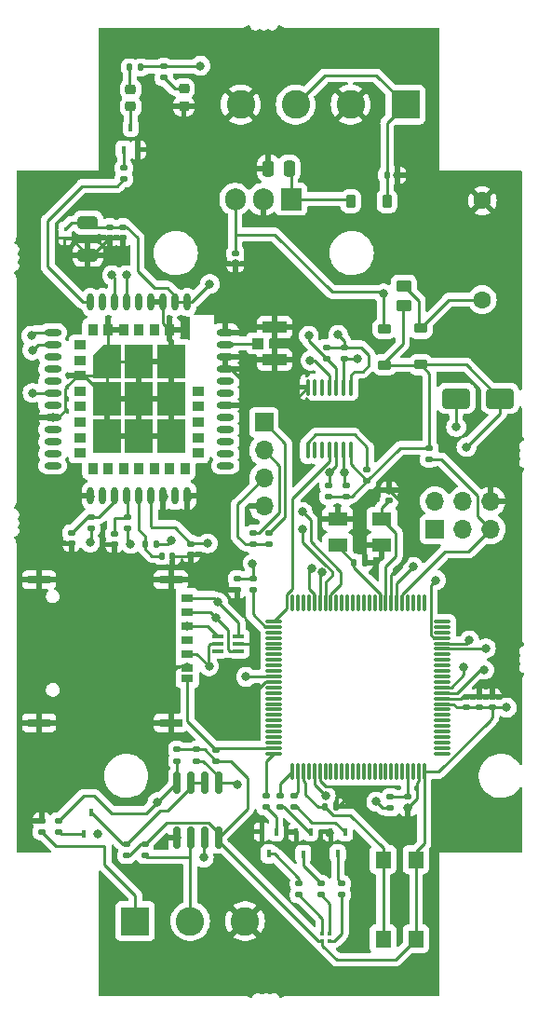
<source format=gbr>
%TF.GenerationSoftware,KiCad,Pcbnew,7.0.1*%
%TF.CreationDate,2023-05-17T13:30:03+02:00*%
%TF.ProjectId,Modbus_master,4d6f6462-7573-45f6-9d61-737465722e6b,rev?*%
%TF.SameCoordinates,Original*%
%TF.FileFunction,Copper,L1,Top*%
%TF.FilePolarity,Positive*%
%FSLAX46Y46*%
G04 Gerber Fmt 4.6, Leading zero omitted, Abs format (unit mm)*
G04 Created by KiCad (PCBNEW 7.0.1) date 2023-05-17 13:30:03*
%MOMM*%
%LPD*%
G01*
G04 APERTURE LIST*
G04 Aperture macros list*
%AMRoundRect*
0 Rectangle with rounded corners*
0 $1 Rounding radius*
0 $2 $3 $4 $5 $6 $7 $8 $9 X,Y pos of 4 corners*
0 Add a 4 corners polygon primitive as box body*
4,1,4,$2,$3,$4,$5,$6,$7,$8,$9,$2,$3,0*
0 Add four circle primitives for the rounded corners*
1,1,$1+$1,$2,$3*
1,1,$1+$1,$4,$5*
1,1,$1+$1,$6,$7*
1,1,$1+$1,$8,$9*
0 Add four rect primitives between the rounded corners*
20,1,$1+$1,$2,$3,$4,$5,0*
20,1,$1+$1,$4,$5,$6,$7,0*
20,1,$1+$1,$6,$7,$8,$9,0*
20,1,$1+$1,$8,$9,$2,$3,0*%
%AMFreePoly0*
4,1,15,-0.269998,1.555000,1.300000,1.555000,1.303536,1.553536,1.305000,1.550000,1.305000,-1.550000,1.303536,-1.553536,1.300000,-1.555000,-1.300000,-1.555000,-1.303536,-1.553536,-1.305000,-1.550000,-1.305001,0.520000,-1.303536,0.523536,-0.273536,1.553536,-0.270000,1.555001,-0.269998,1.555000,-0.269998,1.555000,$1*%
G04 Aperture macros list end*
%TA.AperFunction,SMDPad,CuDef*%
%ADD10RoundRect,0.140000X0.170000X-0.140000X0.170000X0.140000X-0.170000X0.140000X-0.170000X-0.140000X0*%
%TD*%
%TA.AperFunction,ComponentPad*%
%ADD11R,1.700000X1.700000*%
%TD*%
%TA.AperFunction,ComponentPad*%
%ADD12O,1.700000X1.700000*%
%TD*%
%TA.AperFunction,SMDPad,CuDef*%
%ADD13RoundRect,0.225000X0.375000X-0.225000X0.375000X0.225000X-0.375000X0.225000X-0.375000X-0.225000X0*%
%TD*%
%TA.AperFunction,SMDPad,CuDef*%
%ADD14RoundRect,0.135000X0.185000X-0.135000X0.185000X0.135000X-0.185000X0.135000X-0.185000X-0.135000X0*%
%TD*%
%TA.AperFunction,SMDPad,CuDef*%
%ADD15RoundRect,0.250000X0.250000X0.475000X-0.250000X0.475000X-0.250000X-0.475000X0.250000X-0.475000X0*%
%TD*%
%TA.AperFunction,SMDPad,CuDef*%
%ADD16RoundRect,0.140000X-0.170000X0.140000X-0.170000X-0.140000X0.170000X-0.140000X0.170000X0.140000X0*%
%TD*%
%TA.AperFunction,SMDPad,CuDef*%
%ADD17R,1.140000X0.800000*%
%TD*%
%TA.AperFunction,SMDPad,CuDef*%
%ADD18R,2.100000X0.700000*%
%TD*%
%TA.AperFunction,SMDPad,CuDef*%
%ADD19R,0.450000X0.700000*%
%TD*%
%TA.AperFunction,SMDPad,CuDef*%
%ADD20RoundRect,0.135000X-0.185000X0.135000X-0.185000X-0.135000X0.185000X-0.135000X0.185000X0.135000X0*%
%TD*%
%TA.AperFunction,SMDPad,CuDef*%
%ADD21O,1.600000X0.600000*%
%TD*%
%TA.AperFunction,SMDPad,CuDef*%
%ADD22O,0.600000X1.600000*%
%TD*%
%TA.AperFunction,SMDPad,CuDef*%
%ADD23R,1.100000X0.900000*%
%TD*%
%TA.AperFunction,SMDPad,CuDef*%
%ADD24R,0.900000X1.100000*%
%TD*%
%TA.AperFunction,SMDPad,CuDef*%
%ADD25FreePoly0,0.000000*%
%TD*%
%TA.AperFunction,SMDPad,CuDef*%
%ADD26R,2.600000X3.100000*%
%TD*%
%TA.AperFunction,SMDPad,CuDef*%
%ADD27RoundRect,0.250000X-0.650000X0.325000X-0.650000X-0.325000X0.650000X-0.325000X0.650000X0.325000X0*%
%TD*%
%TA.AperFunction,SMDPad,CuDef*%
%ADD28RoundRect,0.135000X-0.135000X-0.185000X0.135000X-0.185000X0.135000X0.185000X-0.135000X0.185000X0*%
%TD*%
%TA.AperFunction,SMDPad,CuDef*%
%ADD29RoundRect,0.062500X0.062500X-0.117500X0.062500X0.117500X-0.062500X0.117500X-0.062500X-0.117500X0*%
%TD*%
%TA.AperFunction,SMDPad,CuDef*%
%ADD30RoundRect,0.075000X0.662500X0.075000X-0.662500X0.075000X-0.662500X-0.075000X0.662500X-0.075000X0*%
%TD*%
%TA.AperFunction,SMDPad,CuDef*%
%ADD31RoundRect,0.075000X0.075000X0.662500X-0.075000X0.662500X-0.075000X-0.662500X0.075000X-0.662500X0*%
%TD*%
%TA.AperFunction,SMDPad,CuDef*%
%ADD32RoundRect,0.225000X-0.225000X-0.375000X0.225000X-0.375000X0.225000X0.375000X-0.225000X0.375000X0*%
%TD*%
%TA.AperFunction,SMDPad,CuDef*%
%ADD33R,1.400000X1.600000*%
%TD*%
%TA.AperFunction,SMDPad,CuDef*%
%ADD34RoundRect,0.218750X0.256250X-0.218750X0.256250X0.218750X-0.256250X0.218750X-0.256250X-0.218750X0*%
%TD*%
%TA.AperFunction,ComponentPad*%
%ADD35C,1.600000*%
%TD*%
%TA.AperFunction,ComponentPad*%
%ADD36R,2.600000X2.600000*%
%TD*%
%TA.AperFunction,ComponentPad*%
%ADD37C,2.600000*%
%TD*%
%TA.AperFunction,SMDPad,CuDef*%
%ADD38R,1.800000X1.200000*%
%TD*%
%TA.AperFunction,SMDPad,CuDef*%
%ADD39RoundRect,0.140000X0.140000X0.170000X-0.140000X0.170000X-0.140000X-0.170000X0.140000X-0.170000X0*%
%TD*%
%TA.AperFunction,SMDPad,CuDef*%
%ADD40RoundRect,0.135000X0.135000X0.185000X-0.135000X0.185000X-0.135000X-0.185000X0.135000X-0.185000X0*%
%TD*%
%TA.AperFunction,SMDPad,CuDef*%
%ADD41RoundRect,0.250000X-1.000000X-0.650000X1.000000X-0.650000X1.000000X0.650000X-1.000000X0.650000X0*%
%TD*%
%TA.AperFunction,SMDPad,CuDef*%
%ADD42R,1.000000X0.350000*%
%TD*%
%TA.AperFunction,SMDPad,CuDef*%
%ADD43R,1.050000X1.000000*%
%TD*%
%TA.AperFunction,SMDPad,CuDef*%
%ADD44R,2.200000X1.050000*%
%TD*%
%TA.AperFunction,SMDPad,CuDef*%
%ADD45RoundRect,0.250000X0.450000X-0.262500X0.450000X0.262500X-0.450000X0.262500X-0.450000X-0.262500X0*%
%TD*%
%TA.AperFunction,SMDPad,CuDef*%
%ADD46RoundRect,0.150000X-0.150000X0.825000X-0.150000X-0.825000X0.150000X-0.825000X0.150000X0.825000X0*%
%TD*%
%TA.AperFunction,SMDPad,CuDef*%
%ADD47R,0.320000X0.320000*%
%TD*%
%TA.AperFunction,SMDPad,CuDef*%
%ADD48RoundRect,0.100000X-0.100000X0.637500X-0.100000X-0.637500X0.100000X-0.637500X0.100000X0.637500X0*%
%TD*%
%TA.AperFunction,ComponentPad*%
%ADD49R,1.905000X2.000000*%
%TD*%
%TA.AperFunction,ComponentPad*%
%ADD50O,1.905000X2.000000*%
%TD*%
%TA.AperFunction,SMDPad,CuDef*%
%ADD51RoundRect,0.140000X-0.140000X-0.170000X0.140000X-0.170000X0.140000X0.170000X-0.140000X0.170000X0*%
%TD*%
%TA.AperFunction,ViaPad*%
%ADD52C,0.800000*%
%TD*%
%TA.AperFunction,Conductor*%
%ADD53C,0.250000*%
%TD*%
G04 APERTURE END LIST*
D10*
%TO.P,C6,1*%
%TO.N,VCC_5*%
X152860000Y-114910000D03*
%TO.P,C6,2*%
%TO.N,GND*%
X152860000Y-113950000D03*
%TD*%
D11*
%TO.P,J5,1,MISO*%
%TO.N,MISO*%
X147630000Y-98700000D03*
D12*
%TO.P,J5,2,VCC*%
%TO.N,VCC_5*%
X147630000Y-96160000D03*
%TO.P,J5,3,SCK*%
%TO.N,SCK*%
X150170000Y-98700000D03*
%TO.P,J5,4,MOSI*%
%TO.N,MOSI*%
X150170000Y-96160000D03*
%TO.P,J5,5,~{RST}*%
%TO.N,RESET*%
X152710000Y-98700000D03*
%TO.P,J5,6,GND*%
%TO.N,GND*%
X152710000Y-96160000D03*
%TD*%
D13*
%TO.P,D5,1,K*%
%TO.N,VCC_5*%
X143060000Y-83780000D03*
%TO.P,D5,2,A*%
%TO.N,PWRSTATUS*%
X143060000Y-80480000D03*
%TD*%
D14*
%TO.P,R27,1*%
%TO.N,VCC_5*%
X139560000Y-95750000D03*
%TO.P,R27,2*%
%TO.N,UART1_TXD*%
X139560000Y-94730000D03*
%TD*%
D15*
%TO.P,C10,1*%
%TO.N,VCC_12-24*%
X134375000Y-65925000D03*
%TO.P,C10,2*%
%TO.N,GND*%
X132475000Y-65925000D03*
%TD*%
D16*
%TO.P,C12,1*%
%TO.N,PWRSTATUS*%
X129475000Y-73645000D03*
%TO.P,C12,2*%
%TO.N,GND*%
X129475000Y-74605000D03*
%TD*%
D17*
%TO.P,J2,C1,VCC*%
%TO.N,SIM_VDD*%
X125100000Y-110050000D03*
%TO.P,J2,C2,RST*%
%TO.N,Net-(D1-IO3)*%
X125100000Y-107510000D03*
%TO.P,J2,C3,CLK*%
%TO.N,Net-(D1-IO2)*%
X125100000Y-104970000D03*
%TO.P,J2,C5,GND_1*%
%TO.N,GND*%
X125100000Y-111320000D03*
%TO.P,J2,C6,VPP*%
%TO.N,unconnected-(J2-VPP-PadC6)*%
X125100000Y-108780000D03*
%TO.P,J2,C7,I/O*%
%TO.N,Net-(D1-IO1)*%
X125100000Y-106240000D03*
%TO.P,J2,CD1,CD1*%
%TO.N,CD*%
X125100000Y-112270000D03*
D18*
%TO.P,J2,G1,GND_2*%
%TO.N,GND*%
X123620000Y-103300000D03*
%TO.P,J2,G2,GND_3*%
X111620000Y-103300000D03*
%TO.P,J2,G3,GND_4*%
X111620000Y-116300000D03*
%TO.P,J2,G4,GND_5*%
X123620000Y-116300000D03*
%TD*%
D19*
%TO.P,Q1,1,B*%
%TO.N,Net-(Q1-B)*%
X133180000Y-126220000D03*
%TO.P,Q1,2,E*%
%TO.N,GND*%
X131880000Y-126220000D03*
%TO.P,Q1,3,C*%
%TO.N,Net-(Q1-C)*%
X132530000Y-128220000D03*
%TD*%
D14*
%TO.P,R4,1*%
%TO.N,Net-(D1-IO2)*%
X119660000Y-98640000D03*
%TO.P,R4,2*%
%TO.N,SIM_CLK*%
X119660000Y-97620000D03*
%TD*%
D16*
%TO.P,C3,1*%
%TO.N,SIM_DATA*%
X114560000Y-99050000D03*
%TO.P,C3,2*%
%TO.N,GND*%
X114560000Y-100010000D03*
%TD*%
D20*
%TO.P,R6,1*%
%TO.N,Net-(U1-PF0)*%
X143570000Y-123040000D03*
%TO.P,R6,2*%
%TO.N,PWRSTATUS*%
X143570000Y-124060000D03*
%TD*%
%TO.P,R11,1*%
%TO.N,LED_RED*%
X132250000Y-122940000D03*
%TO.P,R11,2*%
%TO.N,Net-(Q1-B)*%
X132250000Y-123960000D03*
%TD*%
D21*
%TO.P,U4,1,UART1_TXD*%
%TO.N,SIM_TXD*%
X112860000Y-80830000D03*
%TO.P,U4,2,UART1_RXD*%
%TO.N,SIM_RXD*%
X112860000Y-81930000D03*
%TO.P,U4,3,UART1_RTS*%
%TO.N,unconnected-(U4-UART1_RTS-Pad3)*%
X112860000Y-83030000D03*
%TO.P,U4,4,UART1_CTS*%
%TO.N,unconnected-(U4-UART1_CTS-Pad4)*%
X112860000Y-84130000D03*
%TO.P,U4,5,UART1_DCD*%
%TO.N,unconnected-(U4-UART1_DCD-Pad5)*%
X112860000Y-85230000D03*
%TO.P,U4,6,UART1_DTR*%
%TO.N,SIM_DTR*%
X112860000Y-86330000D03*
%TO.P,U4,7,UART1_RI*%
%TO.N,unconnected-(U4-UART1_RI-Pad7)*%
X112860000Y-87430000D03*
%TO.P,U4,8,GND*%
%TO.N,GND*%
X112860000Y-88530000D03*
%TO.P,U4,9,PCM_DIN*%
%TO.N,unconnected-(U4-PCM_DIN-Pad9)*%
X112860000Y-89630000D03*
%TO.P,U4,10,PCM_DOUT*%
%TO.N,unconnected-(U4-PCM_DOUT-Pad10)*%
X112860000Y-90730000D03*
%TO.P,U4,11,PCM_CLK*%
%TO.N,unconnected-(U4-PCM_CLK-Pad11)*%
X112860000Y-91830000D03*
%TO.P,U4,12,PCM_SYNC*%
%TO.N,unconnected-(U4-PCM_SYNC-Pad12)*%
X112860000Y-92930000D03*
D22*
%TO.P,U4,13,GND*%
%TO.N,GND*%
X116310000Y-95680000D03*
%TO.P,U4,14,GPIO5*%
%TO.N,unconnected-(U4-GPIO5-Pad14)*%
X117410000Y-95680000D03*
%TO.P,U4,15,SIM_DATA*%
%TO.N,SIM_DATA*%
X118510000Y-95680000D03*
%TO.P,U4,16,SIM_CLK*%
%TO.N,SIM_CLK*%
X119610000Y-95680000D03*
%TO.P,U4,17,SIM_RST*%
%TO.N,SIM_RST*%
X120710000Y-95680000D03*
%TO.P,U4,18,SIM_VDD*%
%TO.N,SIM_VDD*%
X121810000Y-95680000D03*
%TO.P,U4,19,GND*%
%TO.N,GND*%
X122910000Y-95680000D03*
%TO.P,U4,20,USB_BOOT*%
%TO.N,unconnected-(U4-USB_BOOT-Pad20)*%
X124010000Y-95680000D03*
%TO.P,U4,21,GND*%
%TO.N,GND*%
X125110000Y-95680000D03*
D21*
%TO.P,U4,22,UART2_TXD*%
%TO.N,unconnected-(U4-UART2_TXD-Pad22)*%
X128560000Y-92930000D03*
%TO.P,U4,23,UART2_RXD*%
%TO.N,unconnected-(U4-UART2_RXD-Pad23)*%
X128560000Y-91830000D03*
%TO.P,U4,24,USB_VBUS*%
%TO.N,unconnected-(U4-USB_VBUS-Pad24)*%
X128560000Y-90730000D03*
%TO.P,U4,25,USB_DP*%
%TO.N,unconnected-(U4-USB_DP-Pad25)*%
X128560000Y-89630000D03*
%TO.P,U4,26,USB_DM*%
%TO.N,unconnected-(U4-USB_DM-Pad26)*%
X128560000Y-88530000D03*
%TO.P,U4,27,GND*%
%TO.N,GND*%
X128560000Y-87430000D03*
%TO.P,U4,28*%
%TO.N,N/C*%
X128560000Y-86330000D03*
%TO.P,U4,29*%
X128560000Y-85230000D03*
%TO.P,U4,30,GND*%
%TO.N,GND*%
X128560000Y-84130000D03*
%TO.P,U4,31,GND*%
X128560000Y-83030000D03*
%TO.P,U4,32,RF_ANT*%
%TO.N,RF_ANT*%
X128560000Y-81930000D03*
%TO.P,U4,33,GND*%
%TO.N,GND*%
X128560000Y-80830000D03*
D22*
%TO.P,U4,34,VBAT*%
%TO.N,VCC_3.6*%
X125110000Y-78080000D03*
%TO.P,U4,35,VBAT*%
X124010000Y-78080000D03*
%TO.P,U4,36,GND*%
%TO.N,GND*%
X122910000Y-78080000D03*
%TO.P,U4,37,GND*%
X121810000Y-78080000D03*
%TO.P,U4,38,ADC*%
%TO.N,unconnected-(U4-ADC-Pad38)*%
X120710000Y-78080000D03*
%TO.P,U4,39,PWRKEY*%
%TO.N,SIM_PWRKEY*%
X119610000Y-78080000D03*
%TO.P,U4,40,VDD_EXT*%
%TO.N,VDD_EXT*%
X118510000Y-78080000D03*
%TO.P,U4,41,NETLIGHT*%
%TO.N,unconnected-(U4-NETLIGHT-Pad41)*%
X117410000Y-78080000D03*
%TO.P,U4,42,STATUS*%
%TO.N,STATUS*%
X116310000Y-78080000D03*
D23*
%TO.P,U4,43,ANT_CONTROL1*%
%TO.N,unconnected-(U4-ANT_CONTROL1-Pad43)*%
X115360000Y-81980000D03*
%TO.P,U4,44,ANT_CONTROL0*%
%TO.N,unconnected-(U4-ANT_CONTROL0-Pad44)*%
X115360000Y-83380000D03*
%TO.P,U4,45,GND*%
%TO.N,GND*%
X115360000Y-84780000D03*
%TO.P,U4,46*%
%TO.N,N/C*%
X115360000Y-86180000D03*
%TO.P,U4,47*%
X115360000Y-87580000D03*
%TO.P,U4,48,SPI_CS*%
%TO.N,unconnected-(U4-SPI_CS-Pad48)*%
X115360000Y-88980000D03*
%TO.P,U4,49,SPI_MOSI*%
%TO.N,unconnected-(U4-SPI_MOSI-Pad49)*%
X115360000Y-90380000D03*
%TO.P,U4,50,SPI_CLK*%
%TO.N,unconnected-(U4-SPI_CLK-Pad50)*%
X115360000Y-91780000D03*
D24*
%TO.P,U4,51,SPI_MISO*%
%TO.N,unconnected-(U4-SPI_MISO-Pad51)*%
X116510000Y-93180000D03*
%TO.P,U4,52*%
%TO.N,N/C*%
X117910000Y-93180000D03*
%TO.P,U4,53*%
X119310000Y-93180000D03*
%TO.P,U4,54*%
X120710000Y-93180000D03*
%TO.P,U4,55*%
X122110000Y-93180000D03*
%TO.P,U4,56*%
X123510000Y-93180000D03*
%TO.P,U4,57,GPIO1*%
%TO.N,unconnected-(U4-GPIO1-Pad57)*%
X124910000Y-93180000D03*
D23*
%TO.P,U4,58,GPIO2*%
%TO.N,unconnected-(U4-GPIO2-Pad58)*%
X126060000Y-91780000D03*
%TO.P,U4,59,GPIO3*%
%TO.N,unconnected-(U4-GPIO3-Pad59)*%
X126060000Y-90380000D03*
%TO.P,U4,60,GPIO4*%
%TO.N,unconnected-(U4-GPIO4-Pad60)*%
X126060000Y-88980000D03*
%TO.P,U4,61,UART3_TXD*%
%TO.N,unconnected-(U4-UART3_TXD-Pad61)*%
X126060000Y-87580000D03*
%TO.P,U4,62,UART3_RXD*%
%TO.N,unconnected-(U4-UART3_RXD-Pad62)*%
X126060000Y-86180000D03*
D24*
%TO.P,U4,63,GND*%
%TO.N,GND*%
X123510000Y-80580000D03*
%TO.P,U4,64,I2C_SDA*%
%TO.N,unconnected-(U4-I2C_SDA-Pad64)*%
X122110000Y-80580000D03*
%TO.P,U4,65,I2C_SCL*%
%TO.N,unconnected-(U4-I2C_SCL-Pad65)*%
X120710000Y-80580000D03*
%TO.P,U4,66,GND*%
%TO.N,GND*%
X119310000Y-80580000D03*
%TO.P,U4,67,GND*%
X117910000Y-80580000D03*
%TO.P,U4,68,GNSS_ANT*%
%TO.N,unconnected-(U4-GNSS_ANT-Pad68)*%
X116510000Y-80580000D03*
D25*
%TO.P,U4,69,GND*%
%TO.N,GND*%
X117810000Y-83480000D03*
D26*
%TO.P,U4,70,GND*%
X117810000Y-86880000D03*
%TO.P,U4,71,GND*%
X117810000Y-90280000D03*
%TO.P,U4,72,GND*%
X120710000Y-90280000D03*
%TO.P,U4,73,GND*%
X123610000Y-90280000D03*
%TO.P,U4,74,GND*%
X123610000Y-86880000D03*
%TO.P,U4,75,GND*%
X123610000Y-83480000D03*
%TO.P,U4,76,GND*%
X120710000Y-83480000D03*
%TO.P,U4,77,GND*%
X120710000Y-86880000D03*
%TD*%
D20*
%TO.P,R21,1*%
%TO.N,VDD_EXT*%
X139385000Y-82182500D03*
%TO.P,R21,2*%
%TO.N,SIM_RXD*%
X139385000Y-83202500D03*
%TD*%
D14*
%TO.P,R2,1*%
%TO.N,Net-(D1-IO1)*%
X116360000Y-98640000D03*
%TO.P,R2,2*%
%TO.N,SIM_DATA*%
X116360000Y-97620000D03*
%TD*%
%TO.P,R32,1*%
%TO.N,VCC_5*%
X131132500Y-100090000D03*
%TO.P,R32,2*%
%TO.N,SDA*%
X131132500Y-99070000D03*
%TD*%
D27*
%TO.P,C16,1*%
%TO.N,VCC_3.6*%
X116060000Y-70855000D03*
%TO.P,C16,2*%
%TO.N,GND*%
X116060000Y-73805000D03*
%TD*%
D14*
%TO.P,R7,1*%
%TO.N,UART2_RXD*%
X125950000Y-119760000D03*
%TO.P,R7,2*%
%TO.N,VCC_5*%
X125950000Y-118740000D03*
%TD*%
D28*
%TO.P,R25,1*%
%TO.N,Net-(D10-A)*%
X119862500Y-56742500D03*
%TO.P,R25,2*%
%TO.N,VCC_5*%
X120882500Y-56742500D03*
%TD*%
D20*
%TO.P,R24,1*%
%TO.N,Net-(U5-EN)*%
X141460000Y-93320000D03*
%TO.P,R24,2*%
%TO.N,VCC_5*%
X141460000Y-94340000D03*
%TD*%
D14*
%TO.P,R10,1*%
%TO.N,VCC_5*%
X127700000Y-119770000D03*
%TO.P,R10,2*%
%TO.N,CD*%
X127700000Y-118750000D03*
%TD*%
D29*
%TO.P,D9,1,K*%
%TO.N,VCC_3.6*%
X113990000Y-71420000D03*
%TO.P,D9,2,A*%
%TO.N,GND*%
X113990000Y-72260000D03*
%TD*%
D16*
%TO.P,C4,1*%
%TO.N,SIM_CLK*%
X118460000Y-99150000D03*
%TO.P,C4,2*%
%TO.N,GND*%
X118460000Y-100110000D03*
%TD*%
D30*
%TO.P,U1,1,PG5*%
%TO.N,unconnected-(U1-PG5-Pad1)*%
X148322500Y-119092500D03*
%TO.P,U1,2,PE0*%
%TO.N,unconnected-(U1-PE0-Pad2)*%
X148322500Y-118592500D03*
%TO.P,U1,3,PE1*%
%TO.N,unconnected-(U1-PE1-Pad3)*%
X148322500Y-118092500D03*
%TO.P,U1,4,PE2*%
%TO.N,unconnected-(U1-PE2-Pad4)*%
X148322500Y-117592500D03*
%TO.P,U1,5,PE3*%
%TO.N,unconnected-(U1-PE3-Pad5)*%
X148322500Y-117092500D03*
%TO.P,U1,6,PE4*%
%TO.N,unconnected-(U1-PE4-Pad6)*%
X148322500Y-116592500D03*
%TO.P,U1,7,PE5*%
%TO.N,unconnected-(U1-PE5-Pad7)*%
X148322500Y-116092500D03*
%TO.P,U1,8,PE6*%
%TO.N,unconnected-(U1-PE6-Pad8)*%
X148322500Y-115592500D03*
%TO.P,U1,9,PE7*%
%TO.N,unconnected-(U1-PE7-Pad9)*%
X148322500Y-115092500D03*
%TO.P,U1,10,VCC*%
%TO.N,VCC_5*%
X148322500Y-114592500D03*
%TO.P,U1,11,GND*%
%TO.N,GND*%
X148322500Y-114092500D03*
%TO.P,U1,12,PH0*%
%TO.N,UART2_RXD*%
X148322500Y-113592500D03*
%TO.P,U1,13,PH1*%
%TO.N,UART2_TXD*%
X148322500Y-113092500D03*
%TO.P,U1,14,PH2*%
%TO.N,unconnected-(U1-PH2-Pad14)*%
X148322500Y-112592500D03*
%TO.P,U1,15,PH3*%
%TO.N,unconnected-(U1-PH3-Pad15)*%
X148322500Y-112092500D03*
%TO.P,U1,16,PH4*%
%TO.N,unconnected-(U1-PH4-Pad16)*%
X148322500Y-111592500D03*
%TO.P,U1,17,PH5*%
%TO.N,unconnected-(U1-PH5-Pad17)*%
X148322500Y-111092500D03*
%TO.P,U1,18,PH6*%
%TO.N,unconnected-(U1-PH6-Pad18)*%
X148322500Y-110592500D03*
%TO.P,U1,19,PB0*%
%TO.N,SS*%
X148322500Y-110092500D03*
%TO.P,U1,20,PB1*%
%TO.N,SCK*%
X148322500Y-109592500D03*
%TO.P,U1,21,PB2*%
%TO.N,MOSI*%
X148322500Y-109092500D03*
%TO.P,U1,22,PB3*%
%TO.N,MISO*%
X148322500Y-108592500D03*
%TO.P,U1,23,PB4*%
%TO.N,unconnected-(U1-PB4-Pad23)*%
X148322500Y-108092500D03*
%TO.P,U1,24,PB5*%
%TO.N,unconnected-(U1-PB5-Pad24)*%
X148322500Y-107592500D03*
%TO.P,U1,25,PB6*%
%TO.N,unconnected-(U1-PB6-Pad25)*%
X148322500Y-107092500D03*
D31*
%TO.P,U1,26,PB7*%
%TO.N,unconnected-(U1-PB7-Pad26)*%
X146660000Y-105430000D03*
%TO.P,U1,27,PH7*%
%TO.N,unconnected-(U1-PH7-Pad27)*%
X146160000Y-105430000D03*
%TO.P,U1,28,PG3*%
%TO.N,unconnected-(U1-PG3-Pad28)*%
X145660000Y-105430000D03*
%TO.P,U1,29,PG4*%
%TO.N,unconnected-(U1-PG4-Pad29)*%
X145160000Y-105430000D03*
%TO.P,U1,30,~{RESET}*%
%TO.N,RESET*%
X144660000Y-105430000D03*
%TO.P,U1,31,VCC*%
%TO.N,VCC_5*%
X144160000Y-105430000D03*
%TO.P,U1,32,GND*%
%TO.N,GND*%
X143660000Y-105430000D03*
%TO.P,U1,33,XTAL2*%
%TO.N,Net-(U1-XTAL2)*%
X143160000Y-105430000D03*
%TO.P,U1,34,XTAL1*%
%TO.N,Net-(U1-XTAL1)*%
X142660000Y-105430000D03*
%TO.P,U1,35,PL0*%
%TO.N,unconnected-(U1-PL0-Pad35)*%
X142160000Y-105430000D03*
%TO.P,U1,36,PL1*%
%TO.N,unconnected-(U1-PL1-Pad36)*%
X141660000Y-105430000D03*
%TO.P,U1,37,PL2*%
%TO.N,unconnected-(U1-PL2-Pad37)*%
X141160000Y-105430000D03*
%TO.P,U1,38,PL3*%
%TO.N,unconnected-(U1-PL3-Pad38)*%
X140660000Y-105430000D03*
%TO.P,U1,39,PL4*%
%TO.N,unconnected-(U1-PL4-Pad39)*%
X140160000Y-105430000D03*
%TO.P,U1,40,PL5*%
%TO.N,unconnected-(U1-PL5-Pad40)*%
X139660000Y-105430000D03*
%TO.P,U1,41,PL6*%
%TO.N,unconnected-(U1-PL6-Pad41)*%
X139160000Y-105430000D03*
%TO.P,U1,42,PL7*%
%TO.N,unconnected-(U1-PL7-Pad42)*%
X138660000Y-105430000D03*
%TO.P,U1,43,PD0*%
%TO.N,SCL*%
X138160000Y-105430000D03*
%TO.P,U1,44,PD1*%
%TO.N,SDA*%
X137660000Y-105430000D03*
%TO.P,U1,45,PD2*%
%TO.N,UART1_RXD*%
X137160000Y-105430000D03*
%TO.P,U1,46,PD3*%
%TO.N,UART1_TXD*%
X136660000Y-105430000D03*
%TO.P,U1,47,PD4*%
%TO.N,unconnected-(U1-PD4-Pad47)*%
X136160000Y-105430000D03*
%TO.P,U1,48,PD5*%
%TO.N,unconnected-(U1-PD5-Pad48)*%
X135660000Y-105430000D03*
%TO.P,U1,49,PD6*%
%TO.N,unconnected-(U1-PD6-Pad49)*%
X135160000Y-105430000D03*
%TO.P,U1,50,PD7*%
%TO.N,unconnected-(U1-PD7-Pad50)*%
X134660000Y-105430000D03*
D30*
%TO.P,U1,51,PG0*%
%TO.N,DTR_E*%
X132997500Y-107092500D03*
%TO.P,U1,52,PG1*%
%TO.N,PWRKEY*%
X132997500Y-107592500D03*
%TO.P,U1,53,PC0*%
%TO.N,unconnected-(U1-PC0-Pad53)*%
X132997500Y-108092500D03*
%TO.P,U1,54,PC1*%
%TO.N,unconnected-(U1-PC1-Pad54)*%
X132997500Y-108592500D03*
%TO.P,U1,55,PC2*%
%TO.N,unconnected-(U1-PC2-Pad55)*%
X132997500Y-109092500D03*
%TO.P,U1,56,PC3*%
%TO.N,unconnected-(U1-PC3-Pad56)*%
X132997500Y-109592500D03*
%TO.P,U1,57,PC4*%
%TO.N,unconnected-(U1-PC4-Pad57)*%
X132997500Y-110092500D03*
%TO.P,U1,58,PC5*%
%TO.N,unconnected-(U1-PC5-Pad58)*%
X132997500Y-110592500D03*
%TO.P,U1,59,PC6*%
%TO.N,unconnected-(U1-PC6-Pad59)*%
X132997500Y-111092500D03*
%TO.P,U1,60,PC7*%
%TO.N,unconnected-(U1-PC7-Pad60)*%
X132997500Y-111592500D03*
%TO.P,U1,61,VCC*%
%TO.N,VCC_5*%
X132997500Y-112092500D03*
%TO.P,U1,62,GND*%
%TO.N,GND*%
X132997500Y-112592500D03*
%TO.P,U1,63,PJ0*%
%TO.N,unconnected-(U1-PJ0-Pad63)*%
X132997500Y-113092500D03*
%TO.P,U1,64,PJ1*%
%TO.N,unconnected-(U1-PJ1-Pad64)*%
X132997500Y-113592500D03*
%TO.P,U1,65,PJ2*%
%TO.N,unconnected-(U1-PJ2-Pad65)*%
X132997500Y-114092500D03*
%TO.P,U1,66,PJ3*%
%TO.N,unconnected-(U1-PJ3-Pad66)*%
X132997500Y-114592500D03*
%TO.P,U1,67,PJ4*%
%TO.N,unconnected-(U1-PJ4-Pad67)*%
X132997500Y-115092500D03*
%TO.P,U1,68,PJ5*%
%TO.N,unconnected-(U1-PJ5-Pad68)*%
X132997500Y-115592500D03*
%TO.P,U1,69,PJ6*%
%TO.N,unconnected-(U1-PJ6-Pad69)*%
X132997500Y-116092500D03*
%TO.P,U1,70,PG2*%
%TO.N,unconnected-(U1-PG2-Pad70)*%
X132997500Y-116592500D03*
%TO.P,U1,71,PA7*%
%TO.N,unconnected-(U1-PA7-Pad71)*%
X132997500Y-117092500D03*
%TO.P,U1,72,PA6*%
%TO.N,unconnected-(U1-PA6-Pad72)*%
X132997500Y-117592500D03*
%TO.P,U1,73,PA5*%
%TO.N,unconnected-(U1-PA5-Pad73)*%
X132997500Y-118092500D03*
%TO.P,U1,74,PA4*%
%TO.N,CD*%
X132997500Y-118592500D03*
%TO.P,U1,75,PA3*%
%TO.N,LED_RED*%
X132997500Y-119092500D03*
D31*
%TO.P,U1,76,PA2*%
%TO.N,LED_GREEN*%
X134660000Y-120755000D03*
%TO.P,U1,77,PA1*%
%TO.N,LED_BLUE*%
X135160000Y-120755000D03*
%TO.P,U1,78,PA0*%
%TO.N,Net-(U1-PA0)*%
X135660000Y-120755000D03*
%TO.P,U1,79,PJ7*%
%TO.N,unconnected-(U1-PJ7-Pad79)*%
X136160000Y-120755000D03*
%TO.P,U1,80,VCC*%
%TO.N,VCC_5*%
X136660000Y-120755000D03*
%TO.P,U1,81,GND*%
%TO.N,GND*%
X137160000Y-120755000D03*
%TO.P,U1,82,PK7*%
%TO.N,unconnected-(U1-PK7-Pad82)*%
X137660000Y-120755000D03*
%TO.P,U1,83,PK6*%
%TO.N,unconnected-(U1-PK6-Pad83)*%
X138160000Y-120755000D03*
%TO.P,U1,84,PK5*%
%TO.N,unconnected-(U1-PK5-Pad84)*%
X138660000Y-120755000D03*
%TO.P,U1,85,PK4*%
%TO.N,unconnected-(U1-PK4-Pad85)*%
X139160000Y-120755000D03*
%TO.P,U1,86,PK3*%
%TO.N,unconnected-(U1-PK3-Pad86)*%
X139660000Y-120755000D03*
%TO.P,U1,87,PK2*%
%TO.N,unconnected-(U1-PK2-Pad87)*%
X140160000Y-120755000D03*
%TO.P,U1,88,PK1*%
%TO.N,unconnected-(U1-PK1-Pad88)*%
X140660000Y-120755000D03*
%TO.P,U1,89,PK0*%
%TO.N,unconnected-(U1-PK0-Pad89)*%
X141160000Y-120755000D03*
%TO.P,U1,90,PF7*%
%TO.N,unconnected-(U1-PF7-Pad90)*%
X141660000Y-120755000D03*
%TO.P,U1,91,PF6*%
%TO.N,unconnected-(U1-PF6-Pad91)*%
X142160000Y-120755000D03*
%TO.P,U1,92,PF5*%
%TO.N,unconnected-(U1-PF5-Pad92)*%
X142660000Y-120755000D03*
%TO.P,U1,93,PF4*%
%TO.N,unconnected-(U1-PF4-Pad93)*%
X143160000Y-120755000D03*
%TO.P,U1,94,PF3*%
%TO.N,unconnected-(U1-PF3-Pad94)*%
X143660000Y-120755000D03*
%TO.P,U1,95,PF2*%
%TO.N,unconnected-(U1-PF2-Pad95)*%
X144160000Y-120755000D03*
%TO.P,U1,96,PF1*%
%TO.N,unconnected-(U1-PF1-Pad96)*%
X144660000Y-120755000D03*
%TO.P,U1,97,PF0*%
%TO.N,Net-(U1-PF0)*%
X145160000Y-120755000D03*
%TO.P,U1,98,AREF*%
%TO.N,unconnected-(U1-AREF-Pad98)*%
X145660000Y-120755000D03*
%TO.P,U1,99,GND*%
%TO.N,GND*%
X146160000Y-120755000D03*
%TO.P,U1,100,AVCC*%
%TO.N,VCC_5*%
X146660000Y-120755000D03*
%TD*%
D32*
%TO.P,D2,1,K*%
%TO.N,VCC_12-24*%
X139975000Y-68925000D03*
%TO.P,D2,2,A*%
%TO.N,Net-(D2-A)*%
X143275000Y-68925000D03*
%TD*%
D19*
%TO.P,Q5,1,B*%
%TO.N,Net-(Q5-B)*%
X115675000Y-126425000D03*
%TO.P,Q5,2,E*%
%TO.N,GND*%
X116975000Y-126425000D03*
%TO.P,Q5,3,C*%
%TO.N,485-EN*%
X116325000Y-124425000D03*
%TD*%
D33*
%TO.P,SW1,1,1*%
%TO.N,Net-(U1-PA0)*%
X142910000Y-128740000D03*
%TO.P,SW1,2,2*%
X142910000Y-135940000D03*
%TO.P,SW1,3,3*%
%TO.N,VCC_5*%
X145910000Y-128740000D03*
%TO.P,SW1,4,4*%
X145910000Y-135940000D03*
%TD*%
D14*
%TO.P,R30,1*%
%TO.N,Net-(Q5-B)*%
X113425000Y-126235000D03*
%TO.P,R30,2*%
%TO.N,UART2_TXD*%
X113425000Y-125215000D03*
%TD*%
D16*
%TO.P,C15,1*%
%TO.N,VCC_3.6*%
X118060000Y-71250000D03*
%TO.P,C15,2*%
%TO.N,GND*%
X118060000Y-72210000D03*
%TD*%
D20*
%TO.P,R18,1*%
%TO.N,LED_BLUE*%
X134860000Y-122920000D03*
%TO.P,R18,2*%
%TO.N,Net-(Q3-B)*%
X134860000Y-123940000D03*
%TD*%
D14*
%TO.P,R20,1*%
%TO.N,Net-(D7-A)*%
X122982500Y-57687500D03*
%TO.P,R20,2*%
%TO.N,VCC_5*%
X122982500Y-56667500D03*
%TD*%
D20*
%TO.P,R8,1*%
%TO.N,Net-(U1-PF0)*%
X145160000Y-123020000D03*
%TO.P,R8,2*%
%TO.N,GND*%
X145160000Y-124040000D03*
%TD*%
D10*
%TO.P,C9,1*%
%TO.N,VCC_5*%
X150460000Y-114910000D03*
%TO.P,C9,2*%
%TO.N,GND*%
X150460000Y-113950000D03*
%TD*%
D34*
%TO.P,D10,1,K*%
%TO.N,Net-(D10-K)*%
X119960000Y-60317500D03*
%TO.P,D10,2,A*%
%TO.N,Net-(D10-A)*%
X119960000Y-58742500D03*
%TD*%
D10*
%TO.P,C8,1*%
%TO.N,VCC_5*%
X151660000Y-114910000D03*
%TO.P,C8,2*%
%TO.N,GND*%
X151660000Y-113950000D03*
%TD*%
D34*
%TO.P,D7,1,K*%
%TO.N,GND*%
X124790000Y-60267500D03*
%TO.P,D7,2,A*%
%TO.N,Net-(D7-A)*%
X124790000Y-58692500D03*
%TD*%
D35*
%TO.P,C13,1*%
%TO.N,Net-(D6-A)*%
X151940000Y-77860000D03*
%TO.P,C13,2*%
%TO.N,GND*%
X151940000Y-68860000D03*
%TD*%
D36*
%TO.P,J1,1,Pin_1*%
%TO.N,Net-(J1-Pin_1)*%
X120360000Y-134330000D03*
D37*
%TO.P,J1,2,Pin_2*%
%TO.N,Net-(J1-Pin_2)*%
X125360000Y-134330000D03*
%TO.P,J1,3,Pin_3*%
%TO.N,GND*%
X130360000Y-134330000D03*
%TD*%
D14*
%TO.P,R26,1*%
%TO.N,VCC_5*%
X137960000Y-95750000D03*
%TO.P,R26,2*%
%TO.N,UART1_RXD*%
X137960000Y-94730000D03*
%TD*%
D38*
%TO.P,Y1,1,1*%
%TO.N,Net-(U1-XTAL1)*%
X138797500Y-100180000D03*
%TO.P,Y1,2,2*%
%TO.N,GND*%
X142797500Y-100180000D03*
%TO.P,Y1,3,3*%
%TO.N,Net-(U1-XTAL2)*%
X142797500Y-97780000D03*
%TO.P,Y1,4,4*%
%TO.N,GND*%
X138797500Y-97780000D03*
%TD*%
D39*
%TO.P,C1,1*%
%TO.N,GND*%
X141220000Y-101730000D03*
%TO.P,C1,2*%
%TO.N,Net-(U1-XTAL1)*%
X140260000Y-101730000D03*
%TD*%
D40*
%TO.P,R3,1*%
%TO.N,Net-(D1-IO3)*%
X122270000Y-100030000D03*
%TO.P,R3,2*%
%TO.N,SIM_RST*%
X121250000Y-100030000D03*
%TD*%
D20*
%TO.P,R16,1*%
%TO.N,Net-(Q2-C)*%
X137260000Y-130920000D03*
%TO.P,R16,2*%
%TO.N,Net-(D3-GK)*%
X137260000Y-131940000D03*
%TD*%
D41*
%TO.P,D8,1,K*%
%TO.N,VCC_3.6*%
X149560000Y-86830000D03*
%TO.P,D8,2,A*%
%TO.N,VCC_5*%
X153560000Y-86830000D03*
%TD*%
D42*
%TO.P,D1,1,IO1*%
%TO.N,Net-(D1-IO1)*%
X129780000Y-109770000D03*
%TO.P,D1,2,GND*%
%TO.N,GND*%
X129780000Y-109120000D03*
%TO.P,D1,3,IO2*%
%TO.N,Net-(D1-IO2)*%
X129780000Y-108470000D03*
%TO.P,D1,4,IO3*%
%TO.N,Net-(D1-IO3)*%
X127880000Y-108470000D03*
%TO.P,D1,5,IO4*%
%TO.N,SIM_VDD*%
X127880000Y-109120000D03*
%TO.P,D1,6,IO5*%
%TO.N,unconnected-(D1-IO5-Pad6)*%
X127880000Y-109770000D03*
%TD*%
D14*
%TO.P,R23,1*%
%TO.N,STATUS*%
X119330000Y-66900000D03*
%TO.P,R23,2*%
%TO.N,Net-(Q4-B)*%
X119330000Y-65880000D03*
%TD*%
D19*
%TO.P,Q2,1,B*%
%TO.N,Net-(Q2-B)*%
X136310000Y-126230000D03*
%TO.P,Q2,2,E*%
%TO.N,GND*%
X135010000Y-126230000D03*
%TO.P,Q2,3,C*%
%TO.N,Net-(Q2-C)*%
X135660000Y-128230000D03*
%TD*%
%TO.P,Q4,1,B*%
%TO.N,Net-(Q4-B)*%
X119310000Y-64230000D03*
%TO.P,Q4,2,E*%
%TO.N,GND*%
X120610000Y-64230000D03*
%TO.P,Q4,3,C*%
%TO.N,Net-(D10-K)*%
X119960000Y-62230000D03*
%TD*%
D13*
%TO.P,D6,1,K*%
%TO.N,VCC_5*%
X146330000Y-83770000D03*
%TO.P,D6,2,A*%
%TO.N,Net-(D6-A)*%
X146330000Y-80470000D03*
%TD*%
D43*
%TO.P,J3,1,In*%
%TO.N,RF_ANT*%
X131510000Y-81830000D03*
D44*
%TO.P,J3,2,Ext*%
%TO.N,GND*%
X133035000Y-80355000D03*
X133035000Y-83305000D03*
%TD*%
D19*
%TO.P,Q3,1,B*%
%TO.N,Net-(Q3-B)*%
X139450000Y-126220000D03*
%TO.P,Q3,2,E*%
%TO.N,GND*%
X138150000Y-126220000D03*
%TO.P,Q3,3,C*%
%TO.N,Net-(Q3-C)*%
X138800000Y-128220000D03*
%TD*%
D45*
%TO.P,R19,1*%
%TO.N,VCC_5*%
X144790000Y-78402500D03*
%TO.P,R19,2*%
%TO.N,Net-(D6-A)*%
X144790000Y-76577500D03*
%TD*%
D14*
%TO.P,R5,1*%
%TO.N,UART2_TXD*%
X124175000Y-119760000D03*
%TO.P,R5,2*%
%TO.N,VCC_5*%
X124175000Y-118740000D03*
%TD*%
D20*
%TO.P,R13,1*%
%TO.N,SIM_PWRKEY*%
X129630000Y-103210000D03*
%TO.P,R13,2*%
%TO.N,GND*%
X129630000Y-104230000D03*
%TD*%
D46*
%TO.P,U2,1,RO*%
%TO.N,UART2_RXD*%
X127965000Y-121755000D03*
%TO.P,U2,2,~{RE}*%
%TO.N,485-EN*%
X126695000Y-121755000D03*
%TO.P,U2,3,DE*%
X125425000Y-121755000D03*
%TO.P,U2,4,DI*%
%TO.N,UART2_TXD*%
X124155000Y-121755000D03*
%TO.P,U2,5,GND*%
%TO.N,GND*%
X124155000Y-126705000D03*
%TO.P,U2,6,A*%
%TO.N,Net-(J1-Pin_2)*%
X125425000Y-126705000D03*
%TO.P,U2,7,B*%
%TO.N,Net-(J1-Pin_1)*%
X126695000Y-126705000D03*
%TO.P,U2,8,VCC*%
%TO.N,VCC_5*%
X127965000Y-126705000D03*
%TD*%
D14*
%TO.P,R31,1*%
%TO.N,VCC_5*%
X119575000Y-128360000D03*
%TO.P,R31,2*%
%TO.N,485-EN*%
X119575000Y-127340000D03*
%TD*%
D11*
%TO.P,J6,1,Pin_1*%
%TO.N,SCL*%
X132075000Y-89005000D03*
D12*
%TO.P,J6,2,Pin_2*%
%TO.N,SDA*%
X132075000Y-91545000D03*
%TO.P,J6,3,Pin_3*%
%TO.N,VCC_5*%
X132075000Y-94085000D03*
%TO.P,J6,4,Pin_4*%
%TO.N,GND*%
X132075000Y-96625000D03*
%TD*%
D20*
%TO.P,R15,1*%
%TO.N,Net-(Q1-C)*%
X135260000Y-130920000D03*
%TO.P,R15,2*%
%TO.N,Net-(D3-RK)*%
X135260000Y-131940000D03*
%TD*%
D14*
%TO.P,R12,1*%
%TO.N,PWRKEY*%
X131070000Y-104220000D03*
%TO.P,R12,2*%
%TO.N,SIM_PWRKEY*%
X131070000Y-103200000D03*
%TD*%
D47*
%TO.P,D3,1,BK*%
%TO.N,Net-(D3-BK)*%
X138060000Y-136130000D03*
%TO.P,D3,2,GK*%
%TO.N,Net-(D3-GK)*%
X138060000Y-135470000D03*
%TO.P,D3,3,RK*%
%TO.N,Net-(D3-RK)*%
X137400000Y-135470000D03*
%TO.P,D3,4,A*%
%TO.N,VCC_5*%
X137400000Y-136130000D03*
%TD*%
D48*
%TO.P,U5,1,Vref_A*%
%TO.N,VDD_EXT*%
X139960000Y-85807500D03*
%TO.P,U5,2,A1*%
%TO.N,SIM_RXD*%
X139310000Y-85807500D03*
%TO.P,U5,3,A2*%
%TO.N,SIM_TXD*%
X138660000Y-85807500D03*
%TO.P,U5,4,A3*%
%TO.N,SIM_DTR*%
X138010000Y-85807500D03*
%TO.P,U5,5,A4*%
%TO.N,unconnected-(U5-A4-Pad5)*%
X137360000Y-85807500D03*
%TO.P,U5,6,NC*%
%TO.N,unconnected-(U5-NC-Pad6)*%
X136710000Y-85807500D03*
%TO.P,U5,7,GND*%
%TO.N,GND*%
X136060000Y-85807500D03*
%TO.P,U5,8,EN*%
%TO.N,Net-(U5-EN)*%
X136060000Y-91532500D03*
%TO.P,U5,9,NC*%
%TO.N,unconnected-(U5-NC-Pad9)*%
X136710000Y-91532500D03*
%TO.P,U5,10,B4*%
%TO.N,unconnected-(U5-B4-Pad10)*%
X137360000Y-91532500D03*
%TO.P,U5,11,B3*%
%TO.N,DTR_E*%
X138010000Y-91532500D03*
%TO.P,U5,12,B2*%
%TO.N,UART1_RXD*%
X138660000Y-91532500D03*
%TO.P,U5,13,B1*%
%TO.N,UART1_TXD*%
X139310000Y-91532500D03*
%TO.P,U5,14,Vref_B*%
%TO.N,VCC_5*%
X139960000Y-91532500D03*
%TD*%
D28*
%TO.P,R9,1*%
%TO.N,Net-(U1-PA0)*%
X137650000Y-123950000D03*
%TO.P,R9,2*%
%TO.N,GND*%
X138670000Y-123950000D03*
%TD*%
D20*
%TO.P,R22,1*%
%TO.N,VDD_EXT*%
X137785000Y-82182500D03*
%TO.P,R22,2*%
%TO.N,SIM_TXD*%
X137785000Y-83202500D03*
%TD*%
D16*
%TO.P,C2,1*%
%TO.N,GND*%
X143460000Y-95150000D03*
%TO.P,C2,2*%
%TO.N,Net-(U1-XTAL2)*%
X143460000Y-96110000D03*
%TD*%
D20*
%TO.P,R14,1*%
%TO.N,LED_GREEN*%
X133560000Y-122920000D03*
%TO.P,R14,2*%
%TO.N,Net-(Q2-B)*%
X133560000Y-123940000D03*
%TD*%
D49*
%TO.P,U3,1,VI*%
%TO.N,VCC_12-24*%
X134550000Y-68725000D03*
D50*
%TO.P,U3,2,GND*%
%TO.N,GND*%
X132010000Y-68725000D03*
%TO.P,U3,3,VO*%
%TO.N,PWRSTATUS*%
X129470000Y-68725000D03*
%TD*%
D36*
%TO.P,J4,1,Pin_1*%
%TO.N,Net-(D2-A)*%
X144960000Y-60130000D03*
D37*
%TO.P,J4,2,Pin_2*%
%TO.N,GND*%
X139960000Y-60130000D03*
%TO.P,J4,3,Pin_3*%
%TO.N,Net-(D2-A)*%
X134960000Y-60130000D03*
%TO.P,J4,4,Pin_4*%
%TO.N,GND*%
X129960000Y-60130000D03*
%TD*%
D51*
%TO.P,C11,1*%
%TO.N,Net-(D2-A)*%
X143250000Y-66510000D03*
%TO.P,C11,2*%
%TO.N,GND*%
X144210000Y-66510000D03*
%TD*%
D20*
%TO.P,R1,1*%
%TO.N,VCC_5*%
X147110000Y-91340000D03*
%TO.P,R1,2*%
%TO.N,RESET*%
X147110000Y-92360000D03*
%TD*%
D51*
%TO.P,C5,1*%
%TO.N,SIM_RST*%
X122780000Y-101130000D03*
%TO.P,C5,2*%
%TO.N,GND*%
X123740000Y-101130000D03*
%TD*%
D20*
%TO.P,R28,1*%
%TO.N,GND*%
X111875000Y-125190000D03*
%TO.P,R28,2*%
%TO.N,Net-(J1-Pin_1)*%
X111875000Y-126210000D03*
%TD*%
D14*
%TO.P,R29,1*%
%TO.N,Net-(J1-Pin_2)*%
X121250000Y-128360000D03*
%TO.P,R29,2*%
%TO.N,VCC_5*%
X121250000Y-127340000D03*
%TD*%
%TO.P,R33,1*%
%TO.N,VCC_5*%
X132542500Y-100085000D03*
%TO.P,R33,2*%
%TO.N,SCL*%
X132542500Y-99065000D03*
%TD*%
D16*
%TO.P,C7,1*%
%TO.N,SIM_VDD*%
X125460000Y-100030000D03*
%TO.P,C7,2*%
%TO.N,GND*%
X125460000Y-100990000D03*
%TD*%
D14*
%TO.P,R17,1*%
%TO.N,Net-(D3-BK)*%
X139160000Y-131940000D03*
%TO.P,R17,2*%
%TO.N,Net-(Q3-C)*%
X139160000Y-130920000D03*
%TD*%
D16*
%TO.P,C14,1*%
%TO.N,VCC_3.6*%
X119260000Y-71250000D03*
%TO.P,C14,2*%
%TO.N,GND*%
X119260000Y-72210000D03*
%TD*%
D52*
%TO.N,GND*%
X116975000Y-126425000D03*
X136560000Y-138530000D03*
X112860000Y-88530000D03*
X116060000Y-73805000D03*
X132000000Y-70750000D03*
X138070000Y-126310000D03*
X125100000Y-111270498D03*
X131110000Y-109130000D03*
X143660000Y-88730000D03*
X129630000Y-94577500D03*
X125160000Y-95730000D03*
X116260000Y-95730000D03*
X143460000Y-95150000D03*
X139660000Y-123130000D03*
X125825000Y-65650000D03*
X124155000Y-126705000D03*
X113275000Y-121250000D03*
X120710000Y-87154500D03*
X122960000Y-95730000D03*
X152560000Y-93560000D03*
X145160000Y-124040000D03*
X134310000Y-87180000D03*
X149560000Y-124530000D03*
X144210000Y-66510000D03*
X129475000Y-74605000D03*
X131280000Y-113550000D03*
%TO.N,SIM_VDD*%
X127090000Y-111170000D03*
X126960000Y-100010000D03*
%TO.N,PWRSTATUS*%
X142959500Y-77300000D03*
X142290000Y-123470000D03*
%TO.N,Net-(J1-Pin_1)*%
X126600000Y-128550000D03*
%TO.N,MISO*%
X147720000Y-103340000D03*
%TO.N,SCK*%
X152260000Y-109530000D03*
%TO.N,MOSI*%
X150760000Y-108830000D03*
%TO.N,VDD_EXT*%
X118260000Y-75630000D03*
X138830000Y-81050000D03*
%TO.N,SIM_RXD*%
X111010000Y-82450000D03*
X140560000Y-83192500D03*
%TO.N,SIM_TXD*%
X110920000Y-81130000D03*
X136160000Y-81130000D03*
%TO.N,UART1_RXD*%
X138060000Y-93530000D03*
X137341847Y-102647326D03*
%TO.N,UART1_TXD*%
X139360000Y-93530000D03*
X136424799Y-102249799D03*
%TO.N,SIM_DTR*%
X111030000Y-86330000D03*
X136285000Y-83392500D03*
%TO.N,UART2_RXD*%
X129660000Y-121930000D03*
X152105000Y-111485000D03*
%TO.N,UART2_TXD*%
X122375000Y-123525000D03*
X150260000Y-111230000D03*
%TO.N,Net-(D1-IO1)*%
X116260000Y-99930000D03*
X127750000Y-106770000D03*
%TO.N,Net-(D1-IO2)*%
X127892250Y-105337750D03*
X119960000Y-100030000D03*
%TO.N,Net-(D1-IO3)*%
X125100000Y-107510000D03*
X123630000Y-99700000D03*
%TO.N,SCL*%
X135575000Y-97150000D03*
%TO.N,SDA*%
X135575000Y-98750000D03*
%TO.N,VCC_5*%
X150500000Y-91250000D03*
X145660000Y-102130000D03*
X126290000Y-56600000D03*
X137690000Y-122930000D03*
X130460000Y-112130000D03*
X154160000Y-114930000D03*
%TO.N,VCC_3.6*%
X149560000Y-89430000D03*
X127160000Y-76430000D03*
%TO.N,SIM_PWRKEY*%
X131050000Y-101830000D03*
X119560000Y-75630000D03*
%TD*%
D53*
%TO.N,GND*%
X131280000Y-113550000D02*
X131280000Y-113506815D01*
X129780000Y-109120000D02*
X131100000Y-109120000D01*
X122960000Y-95730000D02*
X122910000Y-96180000D01*
X146160000Y-121572500D02*
X145990000Y-121742500D01*
X131100000Y-109120000D02*
X131110000Y-109130000D01*
X128560000Y-84130000D02*
X128560000Y-83030000D01*
X117810000Y-83480000D02*
X120710000Y-83480000D01*
X119310000Y-80580000D02*
X117910000Y-80580000D01*
X143460000Y-95150000D02*
X143467609Y-95150000D01*
X122910000Y-79980000D02*
X122910000Y-78080000D01*
X115360000Y-84780000D02*
X115110000Y-84780000D01*
X145160000Y-124040000D02*
X145160000Y-124210538D01*
X138670000Y-123950000D02*
X138840000Y-123950000D01*
X123740000Y-101130000D02*
X125320000Y-101130000D01*
X113360000Y-88530000D02*
X112860000Y-88530000D01*
X123510000Y-80580000D02*
X122910000Y-79980000D01*
X145060000Y-101428896D02*
X143660000Y-102828896D01*
X113985000Y-85905000D02*
X113985000Y-87905000D01*
X132000000Y-70750000D02*
X132010000Y-70740000D01*
X145990000Y-121742500D02*
X145990000Y-123210000D01*
X143467609Y-95150000D02*
X145060000Y-96742391D01*
X128560000Y-84130000D02*
X129060000Y-84130000D01*
X113985000Y-87905000D02*
X113360000Y-88530000D01*
X116465000Y-73805000D02*
X118060000Y-72210000D01*
X117810000Y-83480000D02*
X117810000Y-86880000D01*
X116310000Y-95680000D02*
X116260000Y-95730000D01*
X116060000Y-73805000D02*
X116465000Y-73805000D01*
X134687500Y-87180000D02*
X136060000Y-85807500D01*
X137160000Y-120755000D02*
X137160000Y-121558185D01*
X132194315Y-112592500D02*
X132997500Y-112592500D01*
X150460000Y-113950000D02*
X151560000Y-113950000D01*
X115710000Y-84780000D02*
X117810000Y-86880000D01*
X132010000Y-68725000D02*
X131975000Y-68725000D01*
X145990000Y-123210000D02*
X145160000Y-124040000D01*
X150460000Y-113950000D02*
X150128787Y-113950000D01*
X146160000Y-120755000D02*
X146160000Y-121572500D01*
X132010000Y-70740000D02*
X132010000Y-68725000D01*
X138630000Y-122100000D02*
X139660000Y-123130000D01*
X125320000Y-101130000D02*
X125460000Y-100990000D01*
X128560000Y-87430000D02*
X130660000Y-87430000D01*
X122910000Y-78080000D02*
X121810000Y-78080000D01*
X116060000Y-73805000D02*
X114552500Y-72297500D01*
X131280000Y-113506815D02*
X132194315Y-112592500D01*
X150128787Y-113950000D02*
X149986287Y-114092500D01*
X151660000Y-113950000D02*
X152860000Y-113950000D01*
X117910000Y-80580000D02*
X117910000Y-83380000D01*
X130660000Y-85730000D02*
X130660000Y-87430000D01*
X144210000Y-66510000D02*
X144210000Y-66580000D01*
X138840000Y-123950000D02*
X139660000Y-123130000D01*
X118070000Y-72200000D02*
X119254005Y-72200000D01*
X149986287Y-114092500D02*
X148322500Y-114092500D01*
X129060000Y-84130000D02*
X130660000Y-85730000D01*
X118060000Y-72210000D02*
X118070000Y-72200000D01*
X137701815Y-122100000D02*
X138630000Y-122100000D01*
X115360000Y-84780000D02*
X115710000Y-84780000D01*
X144210000Y-66510000D02*
X144210000Y-66620000D01*
X143660000Y-102828896D02*
X143660000Y-105430000D01*
X114552500Y-72297500D02*
X113980000Y-72297500D01*
X137160000Y-121558185D02*
X137701815Y-122100000D01*
X122910000Y-95680000D02*
X122960000Y-95730000D01*
X134310000Y-87180000D02*
X134687500Y-87180000D01*
X117910000Y-83380000D02*
X117810000Y-83480000D01*
X144210000Y-66620000D02*
X144240000Y-66650000D01*
X116510000Y-84780000D02*
X117810000Y-83480000D01*
X145060000Y-96742391D02*
X145060000Y-101428896D01*
X115110000Y-84780000D02*
X113985000Y-85905000D01*
X115360000Y-84780000D02*
X116510000Y-84780000D01*
%TO.N,SIM_DATA*%
X115990000Y-97620000D02*
X114560000Y-99050000D01*
X117070000Y-97620000D02*
X116360000Y-97620000D01*
X118510000Y-96180000D02*
X117070000Y-97620000D01*
X116360000Y-97620000D02*
X115990000Y-97620000D01*
X118510000Y-95680000D02*
X118510000Y-96180000D01*
%TO.N,SIM_CLK*%
X118460000Y-99150000D02*
X118460000Y-97680000D01*
X119600000Y-97680000D02*
X119660000Y-97620000D01*
X118460000Y-97680000D02*
X119600000Y-97680000D01*
X119660000Y-97620000D02*
X119660000Y-95730000D01*
X119660000Y-95730000D02*
X119610000Y-95680000D01*
%TO.N,SIM_RST*%
X121250000Y-100030000D02*
X121250000Y-99320000D01*
X121250000Y-99320000D02*
X120710000Y-98780000D01*
X121900000Y-101130000D02*
X121250000Y-100480000D01*
X120710000Y-98780000D02*
X120710000Y-95680000D01*
X122780000Y-101130000D02*
X121900000Y-101130000D01*
X121250000Y-100480000D02*
X121250000Y-100030000D01*
%TO.N,SIM_VDD*%
X125480000Y-100010000D02*
X125460000Y-100030000D01*
X121860000Y-98530000D02*
X121810000Y-98480000D01*
X127205000Y-109120000D02*
X127880000Y-109120000D01*
X121810000Y-98480000D02*
X121810000Y-95680000D01*
X127055000Y-111135000D02*
X127055000Y-109270000D01*
X127090000Y-111170000D02*
X127055000Y-111135000D01*
X125970000Y-110050000D02*
X125100000Y-110050000D01*
X123960000Y-98530000D02*
X121860000Y-98530000D01*
X127055000Y-109270000D02*
X127205000Y-109120000D01*
X126960000Y-100010000D02*
X125480000Y-100010000D01*
X127090000Y-111170000D02*
X125970000Y-110050000D01*
X125460000Y-100030000D02*
X123960000Y-98530000D01*
%TO.N,PWRSTATUS*%
X142959500Y-77300000D02*
X142959500Y-80629500D01*
X143570000Y-124060000D02*
X142880000Y-124060000D01*
X138275000Y-77150000D02*
X133065000Y-71940000D01*
X129475000Y-71945000D02*
X129470000Y-71940000D01*
X129475000Y-73645000D02*
X129475000Y-71945000D01*
X133065000Y-71940000D02*
X129470000Y-71940000D01*
X142959500Y-77300000D02*
X142809500Y-77150000D01*
X142809500Y-77150000D02*
X138275000Y-77150000D01*
X129470000Y-71940000D02*
X129470000Y-68725000D01*
X142880000Y-124060000D02*
X142290000Y-123470000D01*
%TO.N,Net-(D6-A)*%
X146160000Y-77947500D02*
X144790000Y-76577500D01*
X146160000Y-77947500D02*
X146160000Y-80300000D01*
X146160000Y-80300000D02*
X146330000Y-80470000D01*
X148880000Y-77920000D02*
X146330000Y-80470000D01*
X148880000Y-77860000D02*
X151940000Y-77860000D01*
X148880000Y-77860000D02*
X148880000Y-77920000D01*
%TO.N,Net-(D7-A)*%
X124790000Y-58692500D02*
X123987500Y-58692500D01*
X123987500Y-58692500D02*
X122982500Y-57687500D01*
%TO.N,Net-(J1-Pin_1)*%
X111875000Y-126210000D02*
X113190000Y-127525000D01*
X126600000Y-128550000D02*
X126600000Y-126800000D01*
X117575000Y-127525000D02*
X117575000Y-129175000D01*
X113190000Y-127525000D02*
X117575000Y-127525000D01*
X117575000Y-129175000D02*
X120360000Y-131960000D01*
X120360000Y-131960000D02*
X120360000Y-134330000D01*
X126600000Y-126800000D02*
X126695000Y-126705000D01*
%TO.N,Net-(J1-Pin_2)*%
X125360000Y-134330000D02*
X125360000Y-128500000D01*
X125360000Y-126770000D02*
X125425000Y-126705000D01*
X121250000Y-128360000D02*
X121390000Y-128500000D01*
X121390000Y-128500000D02*
X125360000Y-128500000D01*
X125360000Y-128500000D02*
X125360000Y-126770000D01*
%TO.N,RF_ANT*%
X128660000Y-81830000D02*
X128560000Y-81930000D01*
X131510000Y-81830000D02*
X128660000Y-81830000D01*
%TO.N,MISO*%
X147230000Y-103830000D02*
X147230000Y-108303185D01*
X147720000Y-103340000D02*
X147230000Y-103830000D01*
X147519315Y-108592500D02*
X148322500Y-108592500D01*
X147230000Y-108303185D02*
X147519315Y-108592500D01*
%TO.N,SCK*%
X148322500Y-109592500D02*
X152197500Y-109592500D01*
X152197500Y-109592500D02*
X152260000Y-109530000D01*
%TO.N,MOSI*%
X148322500Y-109092500D02*
X150497500Y-109092500D01*
X150497500Y-109092500D02*
X150760000Y-108830000D01*
%TO.N,RESET*%
X151535000Y-97525000D02*
X152710000Y-98700000D01*
X148230000Y-92360000D02*
X151535000Y-95665000D01*
X147110000Y-92360000D02*
X148230000Y-92360000D01*
X144660000Y-104626815D02*
X148541815Y-100745000D01*
X148541815Y-100745000D02*
X150665000Y-100745000D01*
X144660000Y-105430000D02*
X144660000Y-104626815D01*
X151535000Y-95665000D02*
X151535000Y-97525000D01*
X150665000Y-100745000D02*
X152710000Y-98700000D01*
%TO.N,CD*%
X125100000Y-116150000D02*
X125100000Y-112270000D01*
X127700000Y-118750000D02*
X125100000Y-116150000D01*
X127857500Y-118592500D02*
X132997500Y-118592500D01*
X127700000Y-118750000D02*
X127857500Y-118592500D01*
%TO.N,STATUS*%
X118700000Y-67530000D02*
X119330000Y-66900000D01*
X116310000Y-78080000D02*
X115610000Y-78080000D01*
X115540000Y-67530000D02*
X118700000Y-67530000D01*
X115610000Y-78080000D02*
X112400000Y-74870000D01*
X112400000Y-74870000D02*
X112400000Y-70670000D01*
X112400000Y-70670000D02*
X115540000Y-67530000D01*
%TO.N,LED_RED*%
X132250000Y-119840000D02*
X132250000Y-122940000D01*
X132997500Y-119092500D02*
X132250000Y-119840000D01*
%TO.N,LED_GREEN*%
X133560000Y-122920000D02*
X133560000Y-121855000D01*
X133560000Y-121855000D02*
X134660000Y-120755000D01*
%TO.N,LED_BLUE*%
X135160000Y-122620000D02*
X135160000Y-120755000D01*
X134860000Y-122920000D02*
X135160000Y-122620000D01*
%TO.N,VDD_EXT*%
X140000000Y-84701459D02*
X140333959Y-84367500D01*
X118510000Y-75880000D02*
X118260000Y-75630000D01*
X137785000Y-82182500D02*
X139385000Y-82182500D01*
X139385000Y-81605000D02*
X138830000Y-81050000D01*
X141610000Y-83843541D02*
X141610000Y-82892195D01*
X139385000Y-82182500D02*
X139385000Y-81605000D01*
X141086041Y-84367500D02*
X141610000Y-83843541D01*
X140333959Y-84367500D02*
X141086041Y-84367500D01*
X140000000Y-85767500D02*
X140000000Y-84701459D01*
X139960000Y-85807500D02*
X140000000Y-85767500D01*
X140900305Y-82182500D02*
X139385000Y-82182500D01*
X141610000Y-82892195D02*
X140900305Y-82182500D01*
X118510000Y-78080000D02*
X118510000Y-75880000D01*
%TO.N,SIM_RXD*%
X139395000Y-83192500D02*
X139385000Y-83202500D01*
X140560000Y-83192500D02*
X139395000Y-83192500D01*
X139310000Y-83277500D02*
X139385000Y-83202500D01*
X139310000Y-85807500D02*
X139310000Y-83277500D01*
X111010000Y-82450000D02*
X111530000Y-81930000D01*
X111530000Y-81930000D02*
X112860000Y-81930000D01*
%TO.N,SIM_TXD*%
X138660000Y-85807500D02*
X138660000Y-84077500D01*
X112860000Y-80830000D02*
X111220000Y-80830000D01*
X137785000Y-83202500D02*
X138660000Y-84077500D01*
X111220000Y-80830000D02*
X110920000Y-81130000D01*
X136160000Y-81130000D02*
X136160000Y-81577500D01*
X136160000Y-81577500D02*
X137785000Y-83202500D01*
%TO.N,UART1_RXD*%
X138060000Y-94630000D02*
X137960000Y-94730000D01*
X138060000Y-93530000D02*
X138660000Y-92930000D01*
X137160000Y-102829173D02*
X137160000Y-105430000D01*
X138060000Y-93530000D02*
X138060000Y-94630000D01*
X137341847Y-102647326D02*
X137160000Y-102829173D01*
X138660000Y-92930000D02*
X138660000Y-91532500D01*
%TO.N,UART1_TXD*%
X139310000Y-93480000D02*
X139360000Y-93530000D01*
X139360000Y-94530000D02*
X139560000Y-94730000D01*
X136660000Y-104626815D02*
X136660000Y-105430000D01*
X136150000Y-104116815D02*
X136660000Y-104626815D01*
X139310000Y-91532500D02*
X139310000Y-93480000D01*
X136424799Y-102249799D02*
X136150000Y-102524598D01*
X136150000Y-102524598D02*
X136150000Y-104116815D01*
X139360000Y-93530000D02*
X139360000Y-94530000D01*
%TO.N,Net-(Q1-B)*%
X133180000Y-126220000D02*
X133180000Y-124890000D01*
X133180000Y-124890000D02*
X132250000Y-123960000D01*
%TO.N,Net-(Q2-B)*%
X136179462Y-126230000D02*
X133889462Y-123940000D01*
X133889462Y-123940000D02*
X133560000Y-123940000D01*
X136310000Y-126230000D02*
X136179462Y-126230000D01*
%TO.N,Net-(Q2-C)*%
X135660000Y-128230000D02*
X135660000Y-129320000D01*
X137260000Y-130920000D02*
X135660000Y-129320000D01*
%TO.N,Net-(Q3-B)*%
X138580000Y-125350000D02*
X139450000Y-126220000D01*
X135050000Y-123940000D02*
X136460000Y-125350000D01*
X136460000Y-125350000D02*
X138580000Y-125350000D01*
X134860000Y-123940000D02*
X135050000Y-123940000D01*
%TO.N,DTR_E*%
X132997500Y-107092500D02*
X134185000Y-105905000D01*
X134185000Y-105905000D02*
X134185000Y-104601815D01*
X134637500Y-104149315D02*
X134637500Y-95927195D01*
X134637500Y-95927195D02*
X138010000Y-92554695D01*
X138010000Y-92554695D02*
X138010000Y-91532500D01*
X134185000Y-104601815D02*
X134637500Y-104149315D01*
%TO.N,PWRKEY*%
X131060000Y-104230000D02*
X131070000Y-104220000D01*
X131060000Y-106458185D02*
X131060000Y-104230000D01*
X132194315Y-107592500D02*
X131060000Y-106458185D01*
X132997500Y-107592500D02*
X132194315Y-107592500D01*
%TO.N,Net-(Q3-C)*%
X139160000Y-130920000D02*
X138800000Y-130560000D01*
X138800000Y-130560000D02*
X138800000Y-128220000D01*
%TO.N,SIM_DTR*%
X111030000Y-86330000D02*
X112860000Y-86330000D01*
X138010000Y-85807500D02*
X138010000Y-84741459D01*
X136285000Y-83392500D02*
X136661041Y-83392500D01*
X136661041Y-83392500D02*
X138010000Y-84741459D01*
%TO.N,UART2_RXD*%
X127965000Y-121755000D02*
X129485000Y-121755000D01*
X127965000Y-121755000D02*
X127965000Y-121165000D01*
X151715000Y-111485000D02*
X149607500Y-113592500D01*
X127965000Y-121165000D02*
X126560000Y-119760000D01*
X149607500Y-113592500D02*
X148322500Y-113592500D01*
X152105000Y-111485000D02*
X151715000Y-111485000D01*
X126560000Y-119760000D02*
X125950000Y-119760000D01*
X129485000Y-121755000D02*
X129660000Y-121930000D01*
%TO.N,UART2_TXD*%
X122375000Y-123525000D02*
X121370000Y-124530000D01*
X150260000Y-111230000D02*
X150260000Y-111958185D01*
X124155000Y-121755000D02*
X124155000Y-119780000D01*
X122375000Y-123525000D02*
X122385000Y-123525000D01*
X150260000Y-111958185D02*
X149125685Y-113092500D01*
X116625000Y-122925000D02*
X115715000Y-122925000D01*
X149125685Y-113092500D02*
X148322500Y-113092500D01*
X124155000Y-119780000D02*
X124175000Y-119760000D01*
X118230000Y-124530000D02*
X116625000Y-122925000D01*
X122385000Y-123525000D02*
X124155000Y-121755000D01*
X115715000Y-122925000D02*
X113425000Y-125215000D01*
X121370000Y-124530000D02*
X118230000Y-124530000D01*
%TO.N,Net-(D2-A)*%
X143275000Y-66535000D02*
X143250000Y-66510000D01*
X142310000Y-57480000D02*
X144960000Y-60130000D01*
X143275000Y-68925000D02*
X143275000Y-66535000D01*
X134960000Y-60130000D02*
X137610000Y-57480000D01*
X143280000Y-66480000D02*
X143280000Y-61810000D01*
X137610000Y-57480000D02*
X142310000Y-57480000D01*
X144960000Y-60130000D02*
X143280000Y-61810000D01*
%TO.N,Net-(U1-XTAL1)*%
X142660000Y-104626815D02*
X142660000Y-105430000D01*
X140260000Y-102226815D02*
X142660000Y-104626815D01*
X138797500Y-100180000D02*
X138797500Y-100267500D01*
X140260000Y-101730000D02*
X140260000Y-102226815D01*
X138797500Y-100267500D02*
X140260000Y-101730000D01*
%TO.N,Net-(U1-XTAL2)*%
X142797500Y-97780000D02*
X142797500Y-96772500D01*
X143160000Y-102067500D02*
X144072500Y-101155000D01*
X143160000Y-105430000D02*
X143160000Y-102067500D01*
X144072500Y-99055000D02*
X142797500Y-97780000D01*
X144072500Y-101155000D02*
X144072500Y-99055000D01*
X142797500Y-96772500D02*
X143460000Y-96110000D01*
%TO.N,Net-(D1-IO1)*%
X127750000Y-106770000D02*
X127220000Y-106240000D01*
X127750000Y-106770000D02*
X128835000Y-107855000D01*
X127220000Y-106240000D02*
X125100000Y-106240000D01*
X128835000Y-109600000D02*
X129005000Y-109770000D01*
X116360000Y-99830000D02*
X116260000Y-99930000D01*
X116360000Y-98640000D02*
X116360000Y-99830000D01*
X128835000Y-107855000D02*
X128835000Y-109600000D01*
X129005000Y-109770000D02*
X129780000Y-109770000D01*
%TO.N,Net-(D1-IO2)*%
X127892250Y-105337750D02*
X129780000Y-107225500D01*
X119660000Y-98640000D02*
X119660000Y-99730000D01*
X127892250Y-105337750D02*
X127524500Y-104970000D01*
X119660000Y-99730000D02*
X119960000Y-100030000D01*
X129780000Y-107225500D02*
X129780000Y-108470000D01*
X127524500Y-104970000D02*
X125100000Y-104970000D01*
%TO.N,Net-(D1-IO3)*%
X125100000Y-107510000D02*
X126952500Y-107510000D01*
X127880000Y-108470000D02*
X127880000Y-108437500D01*
X127880000Y-108437500D02*
X126952500Y-107510000D01*
X123300000Y-100030000D02*
X122270000Y-100030000D01*
X123630000Y-99700000D02*
X123300000Y-100030000D01*
%TO.N,Net-(D3-BK)*%
X138060000Y-136130000D02*
X138470000Y-136130000D01*
X138470000Y-136130000D02*
X139160000Y-135440000D01*
X139160000Y-135440000D02*
X139160000Y-131940000D01*
%TO.N,Net-(D3-GK)*%
X138060000Y-132740000D02*
X137260000Y-131940000D01*
X138060000Y-135470000D02*
X138060000Y-132740000D01*
%TO.N,Net-(D3-RK)*%
X137400000Y-134080000D02*
X135260000Y-131940000D01*
X137400000Y-135470000D02*
X137400000Y-134080000D01*
%TO.N,SCL*%
X136325000Y-99857500D02*
X136325000Y-97900000D01*
X132542500Y-99065000D02*
X134007500Y-97600000D01*
X134007500Y-97600000D02*
X134007500Y-90937500D01*
X139075000Y-103711815D02*
X139075000Y-102607500D01*
X136325000Y-97900000D02*
X135575000Y-97150000D01*
X138160000Y-104626815D02*
X139075000Y-103711815D01*
X138160000Y-105430000D02*
X138160000Y-104626815D01*
X134007500Y-90937500D02*
X132075000Y-89005000D01*
X139075000Y-102607500D02*
X136325000Y-99857500D01*
%TO.N,Net-(D10-K)*%
X119960000Y-60317500D02*
X119960000Y-62230000D01*
%TO.N,Net-(D10-A)*%
X119862500Y-58645000D02*
X119960000Y-58742500D01*
X119862500Y-56742500D02*
X119862500Y-58645000D01*
%TO.N,Net-(Q1-C)*%
X135260000Y-130920000D02*
X135260000Y-130430000D01*
X133050000Y-128220000D02*
X132530000Y-128220000D01*
X135260000Y-130430000D02*
X133050000Y-128220000D01*
%TO.N,Net-(Q4-B)*%
X119330000Y-65880000D02*
X119330000Y-64250000D01*
X119330000Y-64250000D02*
X119310000Y-64230000D01*
%TO.N,Net-(U1-PF0)*%
X145160000Y-123020000D02*
X143590000Y-123020000D01*
X143590000Y-123020000D02*
X143570000Y-123040000D01*
X145160000Y-120755000D02*
X145160000Y-123020000D01*
%TO.N,Net-(U1-PA0)*%
X142910000Y-128740000D02*
X142910000Y-127680000D01*
X137650000Y-123950000D02*
X138410000Y-124710000D01*
X142910000Y-127680000D02*
X139940000Y-124710000D01*
X135870000Y-121768185D02*
X135870000Y-122810000D01*
X137010000Y-123950000D02*
X135870000Y-122810000D01*
X138410000Y-124710000D02*
X139940000Y-124710000D01*
X135660000Y-121558185D02*
X135870000Y-121768185D01*
X142910000Y-135940000D02*
X142910000Y-128740000D01*
X137650000Y-123950000D02*
X137010000Y-123950000D01*
X135660000Y-120755000D02*
X135660000Y-121558185D01*
%TO.N,Net-(U5-EN)*%
X141460000Y-91280000D02*
X141460000Y-93320000D01*
X136060000Y-91532500D02*
X136060000Y-90843959D01*
X136060000Y-90843959D02*
X136793959Y-90110000D01*
X136793959Y-90110000D02*
X140290000Y-90110000D01*
X140290000Y-90110000D02*
X141460000Y-91280000D01*
%TO.N,SDA*%
X137660000Y-103515000D02*
X138285000Y-102890000D01*
X133457500Y-92927500D02*
X132075000Y-91545000D01*
X137660000Y-105430000D02*
X137660000Y-103515000D01*
X138285000Y-102565174D02*
X137642152Y-101922326D01*
X138285000Y-102890000D02*
X138285000Y-102565174D01*
X131566962Y-99070000D02*
X133457500Y-97179462D01*
X135575000Y-99875000D02*
X135575000Y-98750000D01*
X133457500Y-97179462D02*
X133457500Y-92927500D01*
X137622326Y-101922326D02*
X135575000Y-99875000D01*
X137642152Y-101922326D02*
X137622326Y-101922326D01*
X131132500Y-99070000D02*
X131566962Y-99070000D01*
%TO.N,485-EN*%
X126695000Y-121755000D02*
X125425000Y-121755000D01*
X119575000Y-127340000D02*
X119240000Y-127340000D01*
X119575000Y-127340000D02*
X122665000Y-124250000D01*
X125425000Y-122131751D02*
X125425000Y-121755000D01*
X123306751Y-124250000D02*
X125425000Y-122131751D01*
X122665000Y-124250000D02*
X123306751Y-124250000D01*
X119240000Y-127340000D02*
X116325000Y-124425000D01*
%TO.N,VCC_5*%
X152660000Y-116030000D02*
X152860000Y-115830000D01*
X129070000Y-119770000D02*
X127700000Y-119770000D01*
X153560000Y-88190000D02*
X153560000Y-86830000D01*
X140050000Y-95750000D02*
X141460000Y-94340000D01*
X119840000Y-128360000D02*
X119575000Y-128360000D01*
X136660000Y-121900000D02*
X136660000Y-120755000D01*
X146660000Y-127280000D02*
X146660000Y-120755000D01*
X127965000Y-127105000D02*
X136990000Y-136130000D01*
X137400000Y-136540000D02*
X138690000Y-137830000D01*
X149322500Y-114592500D02*
X148322500Y-114592500D01*
X137400000Y-136130000D02*
X137400000Y-136540000D01*
X129692500Y-99377500D02*
X129692500Y-96467500D01*
X130590000Y-121290000D02*
X129070000Y-119770000D01*
X129692500Y-96467500D02*
X132075000Y-94085000D01*
X145910000Y-128740000D02*
X145910000Y-128030000D01*
X146320000Y-83780000D02*
X143060000Y-83780000D01*
X137690000Y-122930000D02*
X136660000Y-121900000D01*
X145910000Y-135940000D02*
X144020000Y-137830000D01*
X147120000Y-84560000D02*
X146330000Y-83770000D01*
X139960000Y-91532500D02*
X139960000Y-92790538D01*
X150460000Y-114910000D02*
X149640000Y-114910000D01*
X132542500Y-100085000D02*
X132537500Y-100090000D01*
X147963185Y-120755000D02*
X152660000Y-116058185D01*
X144020000Y-137830000D02*
X138690000Y-137830000D01*
X144160000Y-105430000D02*
X144160000Y-103630000D01*
X127965000Y-126328249D02*
X127965000Y-126705000D01*
X152680000Y-114930000D02*
X152660000Y-114910000D01*
X130405000Y-100090000D02*
X129692500Y-99377500D01*
X127965000Y-126705000D02*
X130590000Y-124080000D01*
X144160000Y-103630000D02*
X145660000Y-102130000D01*
X124175000Y-118740000D02*
X125950000Y-118740000D01*
X141460000Y-94290538D02*
X139960000Y-92790538D01*
X130460000Y-112130000D02*
X130497500Y-112092500D01*
X127965000Y-126705000D02*
X127965000Y-127105000D01*
X150460000Y-114910000D02*
X151560000Y-114910000D01*
X153560000Y-86830000D02*
X150500000Y-83770000D01*
X123196396Y-125405000D02*
X127041751Y-125405000D01*
X120860000Y-127340000D02*
X119840000Y-128360000D01*
X147120000Y-91330000D02*
X147120000Y-84560000D01*
X144460000Y-91340000D02*
X141460000Y-94340000D01*
X120882500Y-56742500D02*
X120957500Y-56667500D01*
X147110000Y-91340000D02*
X144460000Y-91340000D01*
X125950000Y-118740000D02*
X126670000Y-118740000D01*
X136990000Y-136130000D02*
X137400000Y-136130000D01*
X120957500Y-56667500D02*
X126222500Y-56667500D01*
X149640000Y-114910000D02*
X149322500Y-114592500D01*
X144690000Y-81900000D02*
X143060000Y-83530000D01*
X132537500Y-100090000D02*
X130405000Y-100090000D01*
X154160000Y-114930000D02*
X152680000Y-114930000D01*
X144690000Y-78502500D02*
X144790000Y-78402500D01*
X146330000Y-83770000D02*
X146320000Y-83780000D01*
X152860000Y-115830000D02*
X152860000Y-114910000D01*
X130590000Y-124080000D02*
X130590000Y-121290000D01*
X152660000Y-116058185D02*
X152660000Y-116030000D01*
X130497500Y-112092500D02*
X132997500Y-112092500D01*
X121250000Y-127340000D02*
X120860000Y-127340000D01*
X141460000Y-94340000D02*
X141460000Y-94290538D01*
X143060000Y-83530000D02*
X143160000Y-83630000D01*
X147110000Y-91340000D02*
X147120000Y-91330000D01*
X121261396Y-127340000D02*
X123196396Y-125405000D01*
X126222500Y-56667500D02*
X126290000Y-56600000D01*
X126670000Y-118740000D02*
X127700000Y-119770000D01*
X137960000Y-95750000D02*
X139560000Y-95750000D01*
X145910000Y-135940000D02*
X145910000Y-128740000D01*
X139560000Y-95750000D02*
X140050000Y-95750000D01*
X151560000Y-114910000D02*
X152660000Y-114910000D01*
X144690000Y-81900000D02*
X144690000Y-78502500D01*
X127041751Y-125405000D02*
X127965000Y-126328249D01*
X146660000Y-120755000D02*
X147963185Y-120755000D01*
X150500000Y-91250000D02*
X153560000Y-88190000D01*
X145910000Y-128030000D02*
X146660000Y-127280000D01*
X150500000Y-83770000D02*
X146330000Y-83770000D01*
X121250000Y-127340000D02*
X121261396Y-127340000D01*
%TO.N,VCC_12-24*%
X139775000Y-68725000D02*
X134550000Y-68725000D01*
X134550000Y-68725000D02*
X134550000Y-66100000D01*
X139975000Y-68925000D02*
X139775000Y-68725000D01*
X134550000Y-66100000D02*
X134375000Y-65925000D01*
%TO.N,VCC_3.6*%
X123275000Y-76775000D02*
X122125000Y-76775000D01*
X127160000Y-76430000D02*
X125510000Y-78080000D01*
X125510000Y-78080000D02*
X125110000Y-78080000D01*
X122125000Y-76775000D02*
X120575000Y-75225000D01*
X118060000Y-71250000D02*
X116455000Y-71250000D01*
X124010000Y-78080000D02*
X124010000Y-77510000D01*
X119580000Y-71250000D02*
X119260000Y-71250000D01*
X120575000Y-72245000D02*
X119580000Y-71250000D01*
X114582500Y-70855000D02*
X113980000Y-71457500D01*
X149560000Y-86830000D02*
X149560000Y-89430000D01*
X124010000Y-78080000D02*
X125110000Y-78080000D01*
X116060000Y-70855000D02*
X114582500Y-70855000D01*
X116455000Y-71250000D02*
X116060000Y-70855000D01*
X124010000Y-77510000D02*
X123275000Y-76775000D01*
X119260000Y-71250000D02*
X118060000Y-71250000D01*
X120575000Y-75225000D02*
X120575000Y-72245000D01*
%TO.N,SIM_PWRKEY*%
X129630000Y-103210000D02*
X131060000Y-103210000D01*
X119610000Y-75680000D02*
X119560000Y-75630000D01*
X131060000Y-103210000D02*
X131070000Y-103200000D01*
X119610000Y-78080000D02*
X119610000Y-75680000D01*
X131070000Y-101850000D02*
X131050000Y-101830000D01*
X131070000Y-103200000D02*
X131070000Y-101850000D01*
%TO.N,Net-(Q5-B)*%
X115675000Y-126425000D02*
X113615000Y-126425000D01*
X113615000Y-126425000D02*
X113425000Y-126235000D01*
%TD*%
%TA.AperFunction,Conductor*%
%TO.N,GND*%
G36*
X150237001Y-84404939D02*
G01*
X150277229Y-84431819D01*
X151783212Y-85937802D01*
X151812358Y-85983921D01*
X151818889Y-86038085D01*
X151809500Y-86129990D01*
X151809500Y-87530008D01*
X151820000Y-87632796D01*
X151875186Y-87799334D01*
X151967288Y-87948657D01*
X152091342Y-88072711D01*
X152099711Y-88077873D01*
X152240666Y-88164814D01*
X152352809Y-88201974D01*
X152395291Y-88216052D01*
X152447710Y-88249985D01*
X152476945Y-88305162D01*
X152475582Y-88367590D01*
X152443968Y-88421439D01*
X150552228Y-90313181D01*
X150512000Y-90340061D01*
X150464547Y-90349500D01*
X150405352Y-90349500D01*
X150220198Y-90388854D01*
X150141130Y-90424058D01*
X150082044Y-90434476D01*
X150073846Y-90431812D01*
X150042190Y-90469539D01*
X149894127Y-90577112D01*
X149767468Y-90717782D01*
X149672820Y-90881715D01*
X149614326Y-91061742D01*
X149594540Y-91250000D01*
X149614326Y-91438257D01*
X149672820Y-91618284D01*
X149767466Y-91782216D01*
X149894129Y-91922889D01*
X150047269Y-92034151D01*
X150220197Y-92111144D01*
X150405352Y-92150500D01*
X150405354Y-92150500D01*
X150594646Y-92150500D01*
X150594648Y-92150500D01*
X150737889Y-92120053D01*
X150779803Y-92111144D01*
X150952730Y-92034151D01*
X151045803Y-91966530D01*
X151105870Y-91922889D01*
X151135593Y-91889879D01*
X151232533Y-91782216D01*
X151327179Y-91618284D01*
X151385674Y-91438256D01*
X151403321Y-91270344D01*
X151414721Y-91229925D01*
X151438958Y-91195630D01*
X153943786Y-88690802D01*
X153959887Y-88677904D01*
X153961874Y-88675787D01*
X153961877Y-88675786D01*
X154007932Y-88626741D01*
X154010613Y-88623976D01*
X154030120Y-88604470D01*
X154032581Y-88601295D01*
X154040152Y-88592431D01*
X154070062Y-88560582D01*
X154079713Y-88543026D01*
X154090393Y-88526767D01*
X154102674Y-88510936D01*
X154120018Y-88470851D01*
X154125160Y-88460356D01*
X154146197Y-88422092D01*
X154151178Y-88402688D01*
X154157480Y-88384283D01*
X154165438Y-88365895D01*
X154170314Y-88335101D01*
X154192469Y-88281615D01*
X154236493Y-88244014D01*
X154292788Y-88230499D01*
X154610009Y-88230499D01*
X154661402Y-88225248D01*
X154712797Y-88219999D01*
X154879334Y-88164814D01*
X155028656Y-88072712D01*
X155152712Y-87948656D01*
X155244814Y-87799334D01*
X155299683Y-87633750D01*
X155338809Y-87576832D01*
X155402318Y-87549675D01*
X155470502Y-87560707D01*
X155522207Y-87606506D01*
X155541388Y-87672860D01*
X155539535Y-89877216D01*
X155539112Y-89879755D01*
X155539494Y-89919297D01*
X155539500Y-89920493D01*
X155539500Y-89933637D01*
X155539643Y-89934756D01*
X155540397Y-90012418D01*
X155548557Y-90053901D01*
X155576071Y-90193786D01*
X155597700Y-90248187D01*
X155644361Y-90365550D01*
X155721495Y-90487864D01*
X155740347Y-90545955D01*
X155729182Y-90606000D01*
X155690709Y-90653431D01*
X155662659Y-90665015D01*
X155663761Y-90667428D01*
X155516625Y-90734623D01*
X155407858Y-90828870D01*
X155364137Y-90896902D01*
X155330047Y-90949947D01*
X155289500Y-91088039D01*
X155289500Y-91231961D01*
X155330047Y-91370053D01*
X155365214Y-91424775D01*
X155392968Y-91467961D01*
X155412652Y-91535000D01*
X155392968Y-91602039D01*
X155361667Y-91650745D01*
X155330047Y-91699947D01*
X155289500Y-91838039D01*
X155289500Y-91981961D01*
X155330047Y-92120053D01*
X155345891Y-92144707D01*
X155392968Y-92217961D01*
X155412652Y-92285000D01*
X155392968Y-92352039D01*
X155351604Y-92416404D01*
X155330047Y-92449947D01*
X155289500Y-92588039D01*
X155289500Y-92731961D01*
X155330047Y-92870053D01*
X155404240Y-92985500D01*
X155407858Y-92991129D01*
X155516625Y-93085376D01*
X155516626Y-93085376D01*
X155516627Y-93085377D01*
X155647543Y-93145165D01*
X155657883Y-93146651D01*
X155714127Y-93169809D01*
X155752594Y-93216930D01*
X155764023Y-93276675D01*
X155745664Y-93334666D01*
X155660552Y-93472126D01*
X155593571Y-93645026D01*
X155591559Y-93655789D01*
X155568739Y-93777869D01*
X155559500Y-93827292D01*
X155559500Y-108554704D01*
X155559499Y-108555305D01*
X155559050Y-108647855D01*
X155562874Y-108668856D01*
X155592316Y-108830568D01*
X155606464Y-108867572D01*
X155658640Y-109004037D01*
X155706882Y-109082672D01*
X155731468Y-109122748D01*
X155749761Y-109189320D01*
X155729619Y-109255356D01*
X155677285Y-109300385D01*
X155536625Y-109364623D01*
X155427858Y-109458870D01*
X155359785Y-109564795D01*
X155350047Y-109579947D01*
X155309500Y-109718039D01*
X155309500Y-109861961D01*
X155350047Y-110000053D01*
X155383742Y-110052483D01*
X155412968Y-110097961D01*
X155432652Y-110165000D01*
X155412968Y-110232039D01*
X155354107Y-110323629D01*
X155350047Y-110329947D01*
X155309500Y-110468039D01*
X155309500Y-110611961D01*
X155350047Y-110750053D01*
X155383248Y-110801715D01*
X155412968Y-110847961D01*
X155432652Y-110915000D01*
X155412968Y-110982039D01*
X155350047Y-111079946D01*
X155350047Y-111079947D01*
X155309500Y-111218039D01*
X155309500Y-111361961D01*
X155350047Y-111500053D01*
X155427857Y-111621128D01*
X155427858Y-111621129D01*
X155536625Y-111715376D01*
X155683761Y-111782572D01*
X155682628Y-111785051D01*
X155710078Y-111796353D01*
X155748543Y-111843474D01*
X155759972Y-111903218D01*
X155741613Y-111961209D01*
X155660552Y-112092126D01*
X155593571Y-112265026D01*
X155559500Y-112447292D01*
X155559500Y-114229064D01*
X155557784Y-120021307D01*
X155541207Y-120083209D01*
X155495939Y-120128568D01*
X155434070Y-120145270D01*
X155372126Y-120128854D01*
X155326649Y-120083704D01*
X155279662Y-120003075D01*
X155273486Y-119995205D01*
X155109257Y-119785920D01*
X154910659Y-119594215D01*
X154687627Y-119431586D01*
X154444382Y-119301112D01*
X154444381Y-119301111D01*
X154444378Y-119301110D01*
X154271813Y-119237212D01*
X154185529Y-119205263D01*
X153915970Y-119145853D01*
X153878264Y-119142859D01*
X153640807Y-119124007D01*
X153365246Y-119140141D01*
X153094519Y-119193944D01*
X152833734Y-119284403D01*
X152587832Y-119409806D01*
X152361474Y-119567773D01*
X152158945Y-119755315D01*
X151984074Y-119968887D01*
X151840174Y-120204441D01*
X151729972Y-120457517D01*
X151655552Y-120723322D01*
X151618325Y-120996826D01*
X151618993Y-121272857D01*
X151657544Y-121546182D01*
X151733249Y-121811623D01*
X151844673Y-122064160D01*
X151989714Y-122299020D01*
X152165613Y-122511736D01*
X152369045Y-122698295D01*
X152369047Y-122698296D01*
X152369050Y-122698299D01*
X152596170Y-122855169D01*
X152842673Y-122979378D01*
X153103893Y-123068574D01*
X153374884Y-123121069D01*
X153650515Y-123135868D01*
X153925569Y-123112691D01*
X154194837Y-123051978D01*
X154453223Y-122954877D01*
X154695834Y-122823227D01*
X154918077Y-122659521D01*
X155115744Y-122466857D01*
X155285094Y-122248884D01*
X155328064Y-122174320D01*
X155373432Y-122128888D01*
X155435441Y-122112236D01*
X155497466Y-122128829D01*
X155542877Y-122174219D01*
X155559500Y-122236236D01*
X155559500Y-128005500D01*
X155542887Y-128067500D01*
X155497500Y-128112887D01*
X155435500Y-128129500D01*
X148084760Y-128129500D01*
X148084554Y-128129459D01*
X148059998Y-128129459D01*
X148059807Y-128129538D01*
X148059619Y-128129615D01*
X148059615Y-128129618D01*
X148059459Y-128129999D01*
X148059476Y-128154616D01*
X148059471Y-128154616D01*
X148059500Y-128154760D01*
X148059500Y-141005500D01*
X148042887Y-141067500D01*
X147997500Y-141112887D01*
X147935500Y-141129500D01*
X134885099Y-141129500D01*
X134260500Y-141129500D01*
X134260000Y-141129500D01*
X134167290Y-141129500D01*
X134070903Y-141147518D01*
X133985026Y-141163571D01*
X133812126Y-141230552D01*
X133676044Y-141314811D01*
X133622467Y-141332831D01*
X133566459Y-141325198D01*
X133519658Y-141293498D01*
X133491790Y-141244318D01*
X133469953Y-141169948D01*
X133469953Y-141169947D01*
X133392143Y-141048872D01*
X133392141Y-141048870D01*
X133283374Y-140954623D01*
X133152457Y-140894834D01*
X133045799Y-140879500D01*
X132974201Y-140879500D01*
X132867542Y-140894834D01*
X132736626Y-140954623D01*
X132716200Y-140972322D01*
X132664232Y-140999112D01*
X132605766Y-140999112D01*
X132553799Y-140972321D01*
X132533374Y-140954623D01*
X132402457Y-140894834D01*
X132295799Y-140879500D01*
X132224201Y-140879500D01*
X132117542Y-140894834D01*
X131986626Y-140954623D01*
X131966200Y-140972322D01*
X131914232Y-140999112D01*
X131855766Y-140999112D01*
X131803799Y-140972321D01*
X131783374Y-140954623D01*
X131652457Y-140894834D01*
X131545799Y-140879500D01*
X131474201Y-140879500D01*
X131367542Y-140894834D01*
X131236625Y-140954623D01*
X131127858Y-141048870D01*
X131050047Y-141169947D01*
X131028209Y-141244320D01*
X131000341Y-141293498D01*
X130953539Y-141325198D01*
X130897531Y-141332831D01*
X130843955Y-141314811D01*
X130707872Y-141230552D01*
X130707870Y-141230551D01*
X130534973Y-141163571D01*
X130534972Y-141163570D01*
X130352710Y-141129500D01*
X130352708Y-141129500D01*
X117184500Y-141129500D01*
X117122500Y-141112887D01*
X117077113Y-141067500D01*
X117060500Y-141005500D01*
X117060500Y-129844452D01*
X117074015Y-129788157D01*
X117111615Y-129744134D01*
X117165102Y-129721979D01*
X117222818Y-129726521D01*
X117272181Y-129756771D01*
X119698181Y-132182771D01*
X119725061Y-132222999D01*
X119734500Y-132270452D01*
X119734500Y-132405501D01*
X119717887Y-132467501D01*
X119672500Y-132512888D01*
X119610500Y-132529501D01*
X119012128Y-132529501D01*
X118982322Y-132532704D01*
X118952515Y-132535909D01*
X118817669Y-132586204D01*
X118702454Y-132672454D01*
X118616204Y-132787668D01*
X118565909Y-132922516D01*
X118559500Y-132982130D01*
X118559500Y-135677869D01*
X118565909Y-135737484D01*
X118574656Y-135760935D01*
X118616204Y-135872331D01*
X118702454Y-135987546D01*
X118817669Y-136073796D01*
X118952517Y-136124091D01*
X119012127Y-136130500D01*
X121707872Y-136130499D01*
X121767483Y-136124091D01*
X121902331Y-136073796D01*
X122017546Y-135987546D01*
X122103796Y-135872331D01*
X122154091Y-135737483D01*
X122160500Y-135677873D01*
X122160499Y-132982128D01*
X122154091Y-132922517D01*
X122103796Y-132787669D01*
X122017546Y-132672454D01*
X121902331Y-132586204D01*
X121767483Y-132535909D01*
X121707873Y-132529500D01*
X121707869Y-132529500D01*
X121109500Y-132529500D01*
X121047500Y-132512887D01*
X121002113Y-132467500D01*
X120985500Y-132405500D01*
X120985500Y-132042744D01*
X120987764Y-132022236D01*
X120985561Y-131952113D01*
X120985500Y-131948219D01*
X120985500Y-131920654D01*
X120985500Y-131920650D01*
X120984997Y-131916670D01*
X120984081Y-131905028D01*
X120983667Y-131891842D01*
X120982710Y-131861373D01*
X120977118Y-131842126D01*
X120973174Y-131823085D01*
X120970664Y-131803208D01*
X120954579Y-131762583D01*
X120950808Y-131751568D01*
X120938618Y-131709610D01*
X120928414Y-131692355D01*
X120919861Y-131674895D01*
X120912486Y-131656269D01*
X120912486Y-131656268D01*
X120886808Y-131620925D01*
X120880401Y-131611171D01*
X120858169Y-131573579D01*
X120844006Y-131559416D01*
X120831367Y-131544617D01*
X120819595Y-131528413D01*
X120785941Y-131500573D01*
X120777299Y-131492709D01*
X118236819Y-128952228D01*
X118209939Y-128912000D01*
X118200500Y-128864547D01*
X118200500Y-127595849D01*
X118202696Y-127572615D01*
X118204227Y-127564587D01*
X118200745Y-127509241D01*
X118200500Y-127501455D01*
X118200500Y-127484452D01*
X118214015Y-127428157D01*
X118251615Y-127384134D01*
X118305102Y-127361979D01*
X118362818Y-127366521D01*
X118412181Y-127396771D01*
X118739197Y-127723787D01*
X118752098Y-127739889D01*
X118754212Y-127741874D01*
X118754214Y-127741877D01*
X118799575Y-127784474D01*
X118830454Y-127830427D01*
X118838255Y-127885240D01*
X118821423Y-127937984D01*
X118802130Y-127970606D01*
X118757335Y-128124793D01*
X118754500Y-128160821D01*
X118754500Y-128559179D01*
X118757335Y-128595205D01*
X118802130Y-128749392D01*
X118839352Y-128812330D01*
X118883865Y-128887598D01*
X118997402Y-129001135D01*
X119135607Y-129082869D01*
X119289796Y-129127665D01*
X119325819Y-129130500D01*
X119824180Y-129130499D01*
X119860204Y-129127665D01*
X120014393Y-129082869D01*
X120152598Y-129001135D01*
X120266135Y-128887598D01*
X120305770Y-128820577D01*
X120351061Y-128775992D01*
X120412498Y-128759702D01*
X120473935Y-128775991D01*
X120519230Y-128820579D01*
X120558865Y-128887598D01*
X120672402Y-129001135D01*
X120810607Y-129082869D01*
X120964796Y-129127665D01*
X121000819Y-129130500D01*
X121499180Y-129130499D01*
X121499182Y-129130499D01*
X121547873Y-129126669D01*
X121547919Y-129127263D01*
X121560305Y-129125500D01*
X124610500Y-129125500D01*
X124672500Y-129142113D01*
X124717887Y-129187500D01*
X124734500Y-129249500D01*
X124734500Y-132554906D01*
X124715494Y-132620878D01*
X124664302Y-132666626D01*
X124457228Y-132766347D01*
X124234257Y-132918366D01*
X124036439Y-133101915D01*
X123868184Y-133312899D01*
X123733257Y-133546601D01*
X123634666Y-133797804D01*
X123574616Y-134060899D01*
X123554450Y-134329999D01*
X123574616Y-134599100D01*
X123604618Y-134730547D01*
X123634666Y-134862195D01*
X123733257Y-135113398D01*
X123868185Y-135347102D01*
X124036439Y-135558085D01*
X124234259Y-135741635D01*
X124457226Y-135893651D01*
X124700359Y-136010738D01*
X124958228Y-136090280D01*
X125225071Y-136130500D01*
X125494929Y-136130500D01*
X125761772Y-136090280D01*
X126019641Y-136010738D01*
X126262775Y-135893651D01*
X126446041Y-135768702D01*
X129274848Y-135768702D01*
X129457479Y-135893217D01*
X129700542Y-136010270D01*
X129958339Y-136089791D01*
X130225109Y-136130000D01*
X130494891Y-136130000D01*
X130761660Y-136089791D01*
X131019460Y-136010270D01*
X131262523Y-135893217D01*
X131445150Y-135768702D01*
X130360000Y-134683553D01*
X129274848Y-135768702D01*
X126446041Y-135768702D01*
X126485741Y-135741635D01*
X126683561Y-135558085D01*
X126851815Y-135347102D01*
X126986743Y-135113398D01*
X127085334Y-134862195D01*
X127145383Y-134599103D01*
X127165549Y-134330000D01*
X128554952Y-134330000D01*
X128575113Y-134599026D01*
X128635146Y-134862049D01*
X128733708Y-135113178D01*
X128868598Y-135346816D01*
X128922295Y-135414150D01*
X130006447Y-134330001D01*
X130006447Y-134330000D01*
X130713553Y-134330000D01*
X131797703Y-135414151D01*
X131797704Y-135414150D01*
X131851400Y-135346818D01*
X131986291Y-135113178D01*
X132084853Y-134862049D01*
X132144886Y-134599026D01*
X132165047Y-134329999D01*
X132144886Y-134060973D01*
X132084853Y-133797950D01*
X131986291Y-133546821D01*
X131851398Y-133313178D01*
X131797704Y-133245847D01*
X130713553Y-134330000D01*
X130006447Y-134330000D01*
X128922295Y-133245848D01*
X128868598Y-133313182D01*
X128733708Y-133546821D01*
X128635146Y-133797950D01*
X128575113Y-134060973D01*
X128554952Y-134330000D01*
X127165549Y-134330000D01*
X127145383Y-134060897D01*
X127085334Y-133797805D01*
X126986743Y-133546602D01*
X126851815Y-133312898D01*
X126683561Y-133101915D01*
X126683560Y-133101914D01*
X126485743Y-132918366D01*
X126446039Y-132891296D01*
X129274848Y-132891296D01*
X130360000Y-133976447D01*
X130360001Y-133976447D01*
X131445150Y-132891296D01*
X131262519Y-132766780D01*
X131019460Y-132649729D01*
X130761660Y-132570208D01*
X130494891Y-132530000D01*
X130225109Y-132530000D01*
X129958339Y-132570208D01*
X129700542Y-132649729D01*
X129457476Y-132766783D01*
X129274848Y-132891296D01*
X126446039Y-132891296D01*
X126428205Y-132879137D01*
X126262775Y-132766349D01*
X126055698Y-132666626D01*
X126004506Y-132620878D01*
X125985500Y-132554906D01*
X125985500Y-129453070D01*
X126000527Y-129393902D01*
X126041965Y-129349075D01*
X126099771Y-129329452D01*
X126159936Y-129339791D01*
X126320197Y-129411144D01*
X126505352Y-129450500D01*
X126505354Y-129450500D01*
X126694646Y-129450500D01*
X126694648Y-129450500D01*
X126818084Y-129424262D01*
X126879803Y-129411144D01*
X127052730Y-129334151D01*
X127096662Y-129302233D01*
X127205870Y-129222889D01*
X127332533Y-129082216D01*
X127427179Y-128918284D01*
X127437149Y-128887599D01*
X127485674Y-128738256D01*
X127505460Y-128550000D01*
X127485674Y-128361744D01*
X127468336Y-128308385D01*
X127465470Y-128242072D01*
X127497220Y-128183778D01*
X127554488Y-128150213D01*
X127620863Y-128150994D01*
X127712431Y-128177598D01*
X127749306Y-128180500D01*
X128104548Y-128180500D01*
X128152001Y-128189939D01*
X128192229Y-128216819D01*
X136489196Y-136513787D01*
X136502096Y-136529888D01*
X136553223Y-136577900D01*
X136556020Y-136580611D01*
X136575529Y-136600120D01*
X136578711Y-136602588D01*
X136587571Y-136610155D01*
X136619418Y-136640062D01*
X136636970Y-136649711D01*
X136653238Y-136660397D01*
X136669064Y-136672673D01*
X136709146Y-136690017D01*
X136719633Y-136695155D01*
X136762787Y-136718880D01*
X136799821Y-136750010D01*
X136816571Y-136782255D01*
X136831580Y-136807635D01*
X136840136Y-136825100D01*
X136847514Y-136843732D01*
X136847515Y-136843733D01*
X136873180Y-136879059D01*
X136879593Y-136888822D01*
X136901826Y-136926416D01*
X136901829Y-136926419D01*
X136901830Y-136926420D01*
X136915995Y-136940585D01*
X136928627Y-136955375D01*
X136940406Y-136971587D01*
X136974058Y-136999426D01*
X136982699Y-137007289D01*
X138189196Y-138213787D01*
X138202096Y-138229888D01*
X138253223Y-138277900D01*
X138256020Y-138280611D01*
X138275529Y-138300120D01*
X138278711Y-138302588D01*
X138287571Y-138310155D01*
X138319418Y-138340062D01*
X138336970Y-138349711D01*
X138353238Y-138360397D01*
X138369064Y-138372673D01*
X138409146Y-138390017D01*
X138419633Y-138395155D01*
X138457907Y-138416197D01*
X138466410Y-138418379D01*
X138477308Y-138421178D01*
X138495713Y-138427478D01*
X138514104Y-138435437D01*
X138557250Y-138442270D01*
X138568668Y-138444635D01*
X138610981Y-138455500D01*
X138631017Y-138455500D01*
X138650414Y-138457026D01*
X138670196Y-138460160D01*
X138710720Y-138456328D01*
X138713672Y-138456050D01*
X138725342Y-138455500D01*
X143937256Y-138455500D01*
X143957762Y-138457764D01*
X143960665Y-138457672D01*
X143960667Y-138457673D01*
X144027872Y-138455561D01*
X144031768Y-138455500D01*
X144059349Y-138455500D01*
X144059350Y-138455500D01*
X144063319Y-138454998D01*
X144074965Y-138454080D01*
X144118627Y-138452709D01*
X144137859Y-138447120D01*
X144156918Y-138443174D01*
X144164099Y-138442267D01*
X144176792Y-138440664D01*
X144217407Y-138424582D01*
X144228444Y-138420803D01*
X144270390Y-138408618D01*
X144287629Y-138398422D01*
X144305102Y-138389862D01*
X144323732Y-138382486D01*
X144359064Y-138356814D01*
X144368830Y-138350400D01*
X144406418Y-138328171D01*
X144406417Y-138328171D01*
X144406420Y-138328170D01*
X144420585Y-138314004D01*
X144435373Y-138301373D01*
X144451587Y-138289594D01*
X144479438Y-138255926D01*
X144487279Y-138247309D01*
X145457770Y-137276818D01*
X145497999Y-137249938D01*
X145545452Y-137240499D01*
X146657870Y-137240499D01*
X146657872Y-137240499D01*
X146717483Y-137234091D01*
X146852331Y-137183796D01*
X146967546Y-137097546D01*
X147053796Y-136982331D01*
X147104091Y-136847483D01*
X147110500Y-136787873D01*
X147110499Y-135092128D01*
X147104091Y-135032517D01*
X147053796Y-134897669D01*
X146967546Y-134782454D01*
X146852331Y-134696204D01*
X146717483Y-134645909D01*
X146657873Y-134639500D01*
X146657869Y-134639500D01*
X146651265Y-134638790D01*
X146651421Y-134637335D01*
X146597500Y-134622887D01*
X146552113Y-134577500D01*
X146535500Y-134515500D01*
X146535500Y-130164499D01*
X146552113Y-130102499D01*
X146597500Y-130057112D01*
X146651421Y-130042663D01*
X146651265Y-130041209D01*
X146657869Y-130040499D01*
X146657872Y-130040499D01*
X146717483Y-130034091D01*
X146852331Y-129983796D01*
X146967546Y-129897546D01*
X147053796Y-129782331D01*
X147104091Y-129647483D01*
X147110500Y-129587873D01*
X147110499Y-127892128D01*
X147104091Y-127832517D01*
X147101508Y-127825593D01*
X147093726Y-127779307D01*
X147103706Y-127733443D01*
X147125707Y-127700940D01*
X147125330Y-127700647D01*
X147129864Y-127694799D01*
X147130018Y-127694573D01*
X147130018Y-127694572D01*
X147130120Y-127694471D01*
X147132581Y-127691298D01*
X147140156Y-127682427D01*
X147170062Y-127650582D01*
X147179717Y-127633018D01*
X147190394Y-127616764D01*
X147202673Y-127600936D01*
X147220018Y-127560852D01*
X147225160Y-127550356D01*
X147246197Y-127512092D01*
X147251179Y-127492684D01*
X147257481Y-127474280D01*
X147265437Y-127455896D01*
X147272269Y-127412752D01*
X147274633Y-127401338D01*
X147285500Y-127359019D01*
X147285500Y-127338984D01*
X147287027Y-127319585D01*
X147288069Y-127313007D01*
X147290160Y-127299804D01*
X147286050Y-127256325D01*
X147285500Y-127244656D01*
X147285500Y-121616995D01*
X147294938Y-121569544D01*
X147295687Y-121567736D01*
X147306142Y-121488315D01*
X147327507Y-121433376D01*
X147371825Y-121394511D01*
X147429082Y-121380500D01*
X147880441Y-121380500D01*
X147900947Y-121382764D01*
X147903850Y-121382672D01*
X147903852Y-121382673D01*
X147971057Y-121380561D01*
X147974953Y-121380500D01*
X148002534Y-121380500D01*
X148002535Y-121380500D01*
X148006504Y-121379998D01*
X148018150Y-121379080D01*
X148061812Y-121377709D01*
X148081044Y-121372120D01*
X148100103Y-121368174D01*
X148108638Y-121367096D01*
X148119977Y-121365664D01*
X148160592Y-121349582D01*
X148171629Y-121345803D01*
X148213575Y-121333618D01*
X148230814Y-121323422D01*
X148248287Y-121314862D01*
X148266917Y-121307486D01*
X148302249Y-121281814D01*
X148312015Y-121275400D01*
X148349603Y-121253171D01*
X148349602Y-121253171D01*
X148349605Y-121253170D01*
X148363770Y-121239004D01*
X148378558Y-121226373D01*
X148394772Y-121214594D01*
X148422623Y-121180926D01*
X148430464Y-121172309D01*
X153043789Y-116558985D01*
X153059885Y-116546091D01*
X153061873Y-116543972D01*
X153061877Y-116543971D01*
X153107948Y-116494908D01*
X153110566Y-116492208D01*
X153130120Y-116472656D01*
X153132581Y-116469483D01*
X153140156Y-116460612D01*
X153170062Y-116428767D01*
X153179712Y-116411213D01*
X153190399Y-116394943D01*
X153212279Y-116366738D01*
X153212956Y-116367263D01*
X153224894Y-116349694D01*
X153243786Y-116330802D01*
X153259887Y-116317904D01*
X153261874Y-116315787D01*
X153261877Y-116315786D01*
X153307932Y-116266741D01*
X153310613Y-116263976D01*
X153330120Y-116244470D01*
X153332581Y-116241295D01*
X153340152Y-116232431D01*
X153370062Y-116200582D01*
X153379713Y-116183026D01*
X153390393Y-116166767D01*
X153402674Y-116150936D01*
X153420018Y-116110851D01*
X153425160Y-116100356D01*
X153435831Y-116080946D01*
X153446197Y-116062092D01*
X153451178Y-116042688D01*
X153457480Y-116024283D01*
X153465438Y-116005895D01*
X153472270Y-115962748D01*
X153474639Y-115951316D01*
X153485500Y-115909020D01*
X153485500Y-115888984D01*
X153487027Y-115869585D01*
X153490160Y-115849805D01*
X153486226Y-115808186D01*
X153493819Y-115752321D01*
X153525363Y-115705593D01*
X153574335Y-115677660D01*
X153630613Y-115674297D01*
X153682561Y-115696199D01*
X153707270Y-115714151D01*
X153707271Y-115714151D01*
X153707272Y-115714152D01*
X153880197Y-115791144D01*
X154065352Y-115830500D01*
X154065354Y-115830500D01*
X154254646Y-115830500D01*
X154254648Y-115830500D01*
X154395753Y-115800507D01*
X154439803Y-115791144D01*
X154612730Y-115714151D01*
X154649217Y-115687642D01*
X154765870Y-115602889D01*
X154892533Y-115462216D01*
X154987179Y-115298284D01*
X155017417Y-115205221D01*
X155045674Y-115118256D01*
X155065460Y-114930000D01*
X155045674Y-114741744D01*
X154987179Y-114561716D01*
X154987179Y-114561715D01*
X154892533Y-114397783D01*
X154765870Y-114257110D01*
X154612730Y-114145848D01*
X154439802Y-114068855D01*
X154254648Y-114029500D01*
X154254646Y-114029500D01*
X154065354Y-114029500D01*
X154065352Y-114029500D01*
X153880197Y-114068855D01*
X153707272Y-114145847D01*
X153665333Y-114176318D01*
X153630765Y-114193931D01*
X153592447Y-114200000D01*
X153358353Y-114200000D01*
X153295232Y-114182732D01*
X153286394Y-114177505D01*
X153130996Y-114132357D01*
X153109211Y-114130642D01*
X153094690Y-114129500D01*
X152625310Y-114129500D01*
X152613209Y-114130452D01*
X152589003Y-114132357D01*
X152433605Y-114177505D01*
X152424768Y-114182732D01*
X152361647Y-114200000D01*
X152158353Y-114200000D01*
X152095232Y-114182732D01*
X152086394Y-114177505D01*
X151930996Y-114132357D01*
X151909211Y-114130642D01*
X151894690Y-114129500D01*
X151425310Y-114129500D01*
X151413209Y-114130452D01*
X151389003Y-114132357D01*
X151233605Y-114177505D01*
X151224768Y-114182732D01*
X151161647Y-114200000D01*
X150958353Y-114200000D01*
X150895232Y-114182732D01*
X150886394Y-114177505D01*
X150730996Y-114132357D01*
X150709211Y-114130642D01*
X150694690Y-114129500D01*
X150334000Y-114129500D01*
X150272000Y-114112887D01*
X150226613Y-114067500D01*
X150210000Y-114005500D01*
X150210000Y-113925951D01*
X150219439Y-113878498D01*
X150246319Y-113838270D01*
X150348270Y-113736319D01*
X150388498Y-113709439D01*
X150435951Y-113700000D01*
X151410000Y-113700000D01*
X151910000Y-113700000D01*
X152610000Y-113700000D01*
X152610000Y-113171209D01*
X153110000Y-113171209D01*
X153110000Y-113700000D01*
X153664504Y-113700000D01*
X153622031Y-113553803D01*
X153539718Y-113414620D01*
X153425379Y-113300281D01*
X153286194Y-113217967D01*
X153130917Y-113172855D01*
X153110000Y-113171209D01*
X152610000Y-113171209D01*
X152589084Y-113172854D01*
X152433805Y-113217967D01*
X152323121Y-113283426D01*
X152260000Y-113300694D01*
X152196879Y-113283426D01*
X152086194Y-113217967D01*
X151930917Y-113172855D01*
X151910000Y-113171209D01*
X151910000Y-113700000D01*
X151410000Y-113700000D01*
X151410000Y-113171209D01*
X151389084Y-113172854D01*
X151233806Y-113217967D01*
X151180035Y-113249767D01*
X151123404Y-113266864D01*
X151065296Y-113255779D01*
X151018935Y-113219034D01*
X150994875Y-113164992D01*
X150998589Y-113105953D01*
X151029230Y-113055358D01*
X151706046Y-112378542D01*
X151758507Y-112347331D01*
X151819506Y-112344935D01*
X152010352Y-112385500D01*
X152010354Y-112385500D01*
X152199646Y-112385500D01*
X152199648Y-112385500D01*
X152336825Y-112356342D01*
X152384803Y-112346144D01*
X152557730Y-112269151D01*
X152563408Y-112265026D01*
X152710870Y-112157889D01*
X152735982Y-112130000D01*
X152837533Y-112017216D01*
X152932179Y-111853284D01*
X152990674Y-111673256D01*
X153010460Y-111485000D01*
X152990674Y-111296744D01*
X152932179Y-111116716D01*
X152932179Y-111116715D01*
X152837533Y-110952783D01*
X152710870Y-110812110D01*
X152557730Y-110700848D01*
X152429746Y-110643865D01*
X152381412Y-110605556D01*
X152357512Y-110548699D01*
X152363959Y-110487362D01*
X152399159Y-110436718D01*
X152454398Y-110409297D01*
X152539803Y-110391144D01*
X152539804Y-110391143D01*
X152539806Y-110391143D01*
X152712730Y-110314151D01*
X152865870Y-110202889D01*
X152992533Y-110062216D01*
X153087179Y-109898284D01*
X153110563Y-109826316D01*
X153145674Y-109718256D01*
X153165460Y-109530000D01*
X153145674Y-109341744D01*
X153101315Y-109205221D01*
X153087179Y-109161715D01*
X152992533Y-108997783D01*
X152865870Y-108857110D01*
X152712730Y-108745848D01*
X152539802Y-108668855D01*
X152354648Y-108629500D01*
X152354646Y-108629500D01*
X152165354Y-108629500D01*
X152165352Y-108629500D01*
X151980197Y-108668855D01*
X151819266Y-108740507D01*
X151762338Y-108751058D01*
X151706826Y-108734613D01*
X151664831Y-108694757D01*
X151650372Y-108653920D01*
X151649701Y-108654139D01*
X151641695Y-108629500D01*
X151599810Y-108500589D01*
X151587179Y-108461715D01*
X151492533Y-108297783D01*
X151365870Y-108157110D01*
X151212730Y-108045848D01*
X151039802Y-107968855D01*
X150854648Y-107929500D01*
X150854646Y-107929500D01*
X150665354Y-107929500D01*
X150665352Y-107929500D01*
X150480197Y-107968855D01*
X150307269Y-108045848D01*
X150154129Y-108157110D01*
X150027465Y-108297785D01*
X149965566Y-108404999D01*
X149920179Y-108450387D01*
X149858179Y-108467000D01*
X149667562Y-108467000D01*
X149610327Y-108453001D01*
X149566016Y-108414164D01*
X149544633Y-108359259D01*
X149544567Y-108358760D01*
X149544557Y-108326315D01*
X149545686Y-108317737D01*
X149545687Y-108317736D01*
X149560500Y-108205220D01*
X149560500Y-107979780D01*
X149545687Y-107867264D01*
X149545686Y-107867261D01*
X149544557Y-107858686D01*
X149544557Y-107826314D01*
X149545686Y-107817738D01*
X149545687Y-107817736D01*
X149560500Y-107705220D01*
X149560500Y-107479780D01*
X149545687Y-107367264D01*
X149545686Y-107367261D01*
X149544557Y-107358686D01*
X149544557Y-107326314D01*
X149545686Y-107317738D01*
X149545687Y-107317736D01*
X149560500Y-107205220D01*
X149560500Y-106979780D01*
X149553350Y-106925474D01*
X149545687Y-106867264D01*
X149511313Y-106784278D01*
X149487698Y-106727267D01*
X149395451Y-106607049D01*
X149275233Y-106514802D01*
X149257158Y-106507315D01*
X149135235Y-106456812D01*
X149022721Y-106442000D01*
X149022720Y-106442000D01*
X147979500Y-106442000D01*
X147917500Y-106425387D01*
X147872113Y-106380000D01*
X147855500Y-106318000D01*
X147855500Y-104332230D01*
X147868050Y-104277872D01*
X147903158Y-104234517D01*
X147953719Y-104210940D01*
X147996072Y-104201937D01*
X147999803Y-104201144D01*
X148172730Y-104124151D01*
X148239387Y-104075722D01*
X148325870Y-104012889D01*
X148355484Y-103980000D01*
X148452533Y-103872216D01*
X148547179Y-103708284D01*
X148605674Y-103528256D01*
X148625460Y-103340000D01*
X148605674Y-103151744D01*
X148559885Y-103010821D01*
X148547179Y-102971715D01*
X148452533Y-102807783D01*
X148325870Y-102667110D01*
X148172730Y-102555848D01*
X147999803Y-102478855D01*
X147969797Y-102472477D01*
X147911407Y-102442242D01*
X147876686Y-102386404D01*
X147875396Y-102320663D01*
X147907897Y-102263508D01*
X148764586Y-101406819D01*
X148804815Y-101379939D01*
X148852268Y-101370500D01*
X150582256Y-101370500D01*
X150602762Y-101372764D01*
X150605665Y-101372672D01*
X150605667Y-101372673D01*
X150672872Y-101370561D01*
X150676768Y-101370500D01*
X150704349Y-101370500D01*
X150704350Y-101370500D01*
X150708319Y-101369998D01*
X150719965Y-101369080D01*
X150763627Y-101367709D01*
X150782859Y-101362120D01*
X150801918Y-101358174D01*
X150808196Y-101357381D01*
X150821792Y-101355664D01*
X150862407Y-101339582D01*
X150873444Y-101335803D01*
X150915390Y-101323618D01*
X150932629Y-101313422D01*
X150950102Y-101304862D01*
X150968732Y-101297486D01*
X151004064Y-101271814D01*
X151013830Y-101265400D01*
X151051418Y-101243171D01*
X151051417Y-101243171D01*
X151051420Y-101243170D01*
X151065585Y-101229004D01*
X151080373Y-101216373D01*
X151096587Y-101204594D01*
X151124438Y-101170926D01*
X151132279Y-101162309D01*
X152254353Y-100040235D01*
X152309939Y-100008143D01*
X152374126Y-100008143D01*
X152474592Y-100035063D01*
X152710000Y-100055659D01*
X152945408Y-100035063D01*
X153173663Y-99973903D01*
X153387830Y-99874035D01*
X153581401Y-99738495D01*
X153748495Y-99571401D01*
X153884035Y-99377830D01*
X153983903Y-99163663D01*
X154045063Y-98935408D01*
X154065659Y-98700000D01*
X154064541Y-98687227D01*
X154045063Y-98464592D01*
X154018754Y-98366405D01*
X153983903Y-98236337D01*
X153884035Y-98022171D01*
X153748495Y-97828599D01*
X153581401Y-97661505D01*
X153395402Y-97531267D01*
X153356539Y-97486951D01*
X153342528Y-97429694D01*
X153356539Y-97372437D01*
X153395405Y-97328119D01*
X153581078Y-97198109D01*
X153748106Y-97031081D01*
X153883600Y-96837576D01*
X153983430Y-96623492D01*
X154040636Y-96410000D01*
X152584000Y-96410000D01*
X152522000Y-96393387D01*
X152476613Y-96348000D01*
X152460000Y-96286000D01*
X152460000Y-94829364D01*
X152960000Y-94829364D01*
X152960000Y-95910000D01*
X154040636Y-95910000D01*
X154040635Y-95909999D01*
X153983430Y-95696507D01*
X153883599Y-95482421D01*
X153748109Y-95288921D01*
X153581081Y-95121893D01*
X153387576Y-94986399D01*
X153173492Y-94886569D01*
X152960000Y-94829364D01*
X152460000Y-94829364D01*
X152459999Y-94829364D01*
X152246507Y-94886569D01*
X152032421Y-94986400D01*
X151946241Y-95046743D01*
X151893089Y-95067858D01*
X151836115Y-95062873D01*
X151787438Y-95032848D01*
X150314406Y-93559816D01*
X148730802Y-91976211D01*
X148717906Y-91960113D01*
X148666775Y-91912098D01*
X148663978Y-91909387D01*
X148644470Y-91889879D01*
X148641290Y-91887412D01*
X148632424Y-91879839D01*
X148600582Y-91849938D01*
X148583024Y-91840285D01*
X148566764Y-91829604D01*
X148550936Y-91817327D01*
X148510851Y-91799980D01*
X148500361Y-91794841D01*
X148462091Y-91773802D01*
X148442691Y-91768821D01*
X148424284Y-91762519D01*
X148405897Y-91754562D01*
X148362758Y-91747729D01*
X148351324Y-91745361D01*
X148309019Y-91734500D01*
X148288984Y-91734500D01*
X148269586Y-91732973D01*
X148262162Y-91731797D01*
X148249805Y-91729840D01*
X148249804Y-91729840D01*
X148216751Y-91732964D01*
X148206325Y-91733950D01*
X148194656Y-91734500D01*
X148046538Y-91734500D01*
X147991113Y-91721424D01*
X147947378Y-91684953D01*
X147924556Y-91632780D01*
X147926849Y-91587883D01*
X147926668Y-91587869D01*
X147927186Y-91581278D01*
X147927461Y-91575908D01*
X147927664Y-91575207D01*
X147927663Y-91575207D01*
X147927665Y-91575204D01*
X147930500Y-91539181D01*
X147930499Y-91140820D01*
X147927665Y-91104796D01*
X147882869Y-90950607D01*
X147801135Y-90812402D01*
X147781819Y-90793086D01*
X147754939Y-90752858D01*
X147745500Y-90705405D01*
X147745500Y-88026231D01*
X147759015Y-87969936D01*
X147796615Y-87925913D01*
X147850102Y-87903758D01*
X147907818Y-87908300D01*
X147957181Y-87938550D01*
X148091342Y-88072711D01*
X148099711Y-88077873D01*
X148240666Y-88164814D01*
X148352017Y-88201712D01*
X148407202Y-88219999D01*
X148509991Y-88230500D01*
X148810500Y-88230500D01*
X148872500Y-88247113D01*
X148917887Y-88292500D01*
X148934500Y-88354500D01*
X148934500Y-88731313D01*
X148926264Y-88775751D01*
X148902652Y-88814282D01*
X148875259Y-88844706D01*
X148827464Y-88897786D01*
X148732820Y-89061715D01*
X148674326Y-89241742D01*
X148654540Y-89430000D01*
X148674326Y-89618257D01*
X148732820Y-89798284D01*
X148827466Y-89962216D01*
X148954129Y-90102889D01*
X149107269Y-90214151D01*
X149280197Y-90291144D01*
X149465352Y-90330500D01*
X149465354Y-90330500D01*
X149654646Y-90330500D01*
X149654648Y-90330500D01*
X149778084Y-90304262D01*
X149839803Y-90291144D01*
X149887333Y-90269982D01*
X149918868Y-90255942D01*
X149977953Y-90245523D01*
X149986152Y-90248187D01*
X150017810Y-90210460D01*
X150165871Y-90102888D01*
X150292533Y-89962216D01*
X150387179Y-89798284D01*
X150445674Y-89618256D01*
X150465460Y-89430000D01*
X150445674Y-89241744D01*
X150387179Y-89061716D01*
X150387179Y-89061715D01*
X150292535Y-88897786D01*
X150275893Y-88879303D01*
X150217347Y-88814282D01*
X150193736Y-88775751D01*
X150185500Y-88731313D01*
X150185500Y-88354499D01*
X150202113Y-88292499D01*
X150247500Y-88247112D01*
X150309500Y-88230499D01*
X150610009Y-88230499D01*
X150661402Y-88225248D01*
X150712797Y-88219999D01*
X150879334Y-88164814D01*
X151028656Y-88072712D01*
X151152712Y-87948656D01*
X151244814Y-87799334D01*
X151299999Y-87632797D01*
X151310500Y-87530009D01*
X151310499Y-86129992D01*
X151299999Y-86027203D01*
X151244814Y-85860666D01*
X151165144Y-85731499D01*
X151152711Y-85711342D01*
X151028657Y-85587288D01*
X150879334Y-85495186D01*
X150712797Y-85440000D01*
X150610009Y-85429500D01*
X148509991Y-85429500D01*
X148407203Y-85440000D01*
X148240665Y-85495186D01*
X148091342Y-85587288D01*
X147957181Y-85721450D01*
X147907818Y-85751700D01*
X147850102Y-85756242D01*
X147796615Y-85734087D01*
X147759015Y-85690064D01*
X147745500Y-85633769D01*
X147745500Y-84642744D01*
X147747764Y-84622236D01*
X147746640Y-84586472D01*
X147745561Y-84552113D01*
X147745500Y-84548219D01*
X147745500Y-84519500D01*
X147762113Y-84457500D01*
X147807500Y-84412113D01*
X147869500Y-84395500D01*
X150189548Y-84395500D01*
X150237001Y-84404939D01*
G37*
%TD.AperFunction*%
%TA.AperFunction,Conductor*%
G36*
X131405245Y-124165288D02*
G01*
X131440008Y-124221617D01*
X131477130Y-124349392D01*
X131536271Y-124449393D01*
X131558865Y-124487598D01*
X131672402Y-124601135D01*
X131810607Y-124682869D01*
X131964796Y-124727665D01*
X132000819Y-124730500D01*
X132084547Y-124730499D01*
X132131999Y-124739938D01*
X132172228Y-124766818D01*
X132518181Y-125112771D01*
X132545061Y-125152999D01*
X132554500Y-125200452D01*
X132554500Y-125334193D01*
X132535995Y-125399360D01*
X132486004Y-125445077D01*
X132419447Y-125457699D01*
X132356189Y-125433460D01*
X132347088Y-125426647D01*
X132212375Y-125376402D01*
X132152824Y-125370000D01*
X132105000Y-125370000D01*
X132105000Y-127070000D01*
X132152824Y-127070000D01*
X132212375Y-127063597D01*
X132347089Y-127013352D01*
X132455270Y-126932367D01*
X132503223Y-126910467D01*
X132555940Y-126910467D01*
X132603892Y-126932365D01*
X132712669Y-127013796D01*
X132847517Y-127064091D01*
X132907127Y-127070500D01*
X133452872Y-127070499D01*
X133512483Y-127064091D01*
X133647331Y-127013796D01*
X133762546Y-126927546D01*
X133848796Y-126812331D01*
X133899091Y-126677483D01*
X133905500Y-126617873D01*
X133905500Y-126455000D01*
X134285000Y-126455000D01*
X134285000Y-126627824D01*
X134291402Y-126687375D01*
X134341647Y-126822089D01*
X134427811Y-126937188D01*
X134542910Y-127023352D01*
X134677624Y-127073597D01*
X134737176Y-127080000D01*
X134785000Y-127080000D01*
X134785000Y-126455000D01*
X134285000Y-126455000D01*
X133905500Y-126455000D01*
X133905499Y-125822128D01*
X133899091Y-125762517D01*
X133848796Y-125627669D01*
X133830231Y-125602869D01*
X133811845Y-125567720D01*
X133805500Y-125528561D01*
X133805500Y-125039990D01*
X133819015Y-124983695D01*
X133856615Y-124939672D01*
X133910102Y-124917517D01*
X133967818Y-124922059D01*
X134017181Y-124952309D01*
X134420277Y-125355405D01*
X134450708Y-125405330D01*
X134454879Y-125463649D01*
X134431863Y-125517396D01*
X134341648Y-125637908D01*
X134291402Y-125772624D01*
X134285000Y-125832176D01*
X134285000Y-126005000D01*
X135018509Y-126005000D01*
X135065962Y-126014439D01*
X135106190Y-126041319D01*
X135198681Y-126133810D01*
X135225561Y-126174038D01*
X135235000Y-126221491D01*
X135235000Y-127080000D01*
X135282824Y-127080000D01*
X135342375Y-127073597D01*
X135477089Y-127023352D01*
X135585270Y-126942367D01*
X135633223Y-126920467D01*
X135685940Y-126920467D01*
X135733892Y-126942365D01*
X135842669Y-127023796D01*
X135977517Y-127074091D01*
X136037127Y-127080500D01*
X136582872Y-127080499D01*
X136642483Y-127074091D01*
X136777331Y-127023796D01*
X136892546Y-126937546D01*
X136978796Y-126822331D01*
X137029091Y-126687483D01*
X137035500Y-126627873D01*
X137035500Y-126445000D01*
X137425000Y-126445000D01*
X137425000Y-126617824D01*
X137431402Y-126677375D01*
X137481647Y-126812089D01*
X137567811Y-126927188D01*
X137682910Y-127013352D01*
X137817624Y-127063597D01*
X137877176Y-127070000D01*
X137925000Y-127070000D01*
X137925000Y-126445000D01*
X137425000Y-126445000D01*
X137035500Y-126445000D01*
X137035499Y-126099499D01*
X137052112Y-126037500D01*
X137097499Y-125992113D01*
X137159499Y-125975500D01*
X137354138Y-125975500D01*
X137401591Y-125984939D01*
X137416648Y-125995000D01*
X138251000Y-125995000D01*
X138313000Y-126011613D01*
X138358387Y-126057000D01*
X138375000Y-126119000D01*
X138375000Y-127070000D01*
X138422824Y-127070000D01*
X138482375Y-127063597D01*
X138617089Y-127013352D01*
X138725270Y-126932367D01*
X138773223Y-126910467D01*
X138825940Y-126910467D01*
X138873892Y-126932365D01*
X138982669Y-127013796D01*
X139117517Y-127064091D01*
X139177127Y-127070500D01*
X139722872Y-127070499D01*
X139782483Y-127064091D01*
X139917331Y-127013796D01*
X140032546Y-126927546D01*
X140118796Y-126812331D01*
X140169091Y-126677483D01*
X140175500Y-126617873D01*
X140175499Y-126129449D01*
X140189014Y-126073156D01*
X140226614Y-126029133D01*
X140280101Y-126006978D01*
X140337817Y-126011520D01*
X140387179Y-126041769D01*
X141098180Y-126752771D01*
X141808761Y-127463352D01*
X141839192Y-127513277D01*
X141843363Y-127571596D01*
X141820347Y-127625342D01*
X141767764Y-127695585D01*
X141766204Y-127697669D01*
X141715910Y-127832515D01*
X141715909Y-127832517D01*
X141710241Y-127885240D01*
X141709500Y-127892130D01*
X141709500Y-129587869D01*
X141714906Y-129638152D01*
X141715909Y-129647483D01*
X141766204Y-129782331D01*
X141852454Y-129897546D01*
X141967669Y-129983796D01*
X142102517Y-130034091D01*
X142162127Y-130040500D01*
X142162132Y-130040500D01*
X142168735Y-130041210D01*
X142168578Y-130042664D01*
X142222500Y-130057113D01*
X142267887Y-130102500D01*
X142284500Y-130164500D01*
X142284500Y-134515501D01*
X142267887Y-134577501D01*
X142222500Y-134622888D01*
X142168578Y-134637336D01*
X142168735Y-134638791D01*
X142162130Y-134639501D01*
X142162128Y-134639501D01*
X142134345Y-134642487D01*
X142102515Y-134645909D01*
X141967669Y-134696204D01*
X141852454Y-134782454D01*
X141766204Y-134897668D01*
X141715909Y-135032516D01*
X141709500Y-135092130D01*
X141709500Y-136787869D01*
X141715909Y-136847484D01*
X141766203Y-136982329D01*
X141766204Y-136982331D01*
X141784065Y-137006191D01*
X141808304Y-137069447D01*
X141795682Y-137136004D01*
X141749965Y-137185995D01*
X141684798Y-137204500D01*
X139000453Y-137204500D01*
X138953000Y-137195061D01*
X138912772Y-137168181D01*
X138661618Y-136917027D01*
X138629694Y-136862066D01*
X138629195Y-136798508D01*
X138660252Y-136743052D01*
X138714705Y-136710269D01*
X138720390Y-136708618D01*
X138737629Y-136698422D01*
X138755102Y-136689862D01*
X138773732Y-136682486D01*
X138809064Y-136656814D01*
X138818830Y-136650400D01*
X138856418Y-136628171D01*
X138856417Y-136628171D01*
X138856420Y-136628170D01*
X138870585Y-136614004D01*
X138885373Y-136601373D01*
X138901587Y-136589594D01*
X138929438Y-136555926D01*
X138937279Y-136547309D01*
X139543788Y-135940801D01*
X139559885Y-135927906D01*
X139561873Y-135925787D01*
X139561877Y-135925786D01*
X139607948Y-135876723D01*
X139610566Y-135874023D01*
X139630120Y-135854471D01*
X139632581Y-135851298D01*
X139640156Y-135842427D01*
X139670062Y-135810582D01*
X139679717Y-135793018D01*
X139690394Y-135776764D01*
X139702673Y-135760936D01*
X139720018Y-135720852D01*
X139725160Y-135710356D01*
X139746197Y-135672092D01*
X139751179Y-135652684D01*
X139757481Y-135634280D01*
X139765437Y-135615896D01*
X139772269Y-135572752D01*
X139774633Y-135561338D01*
X139785500Y-135519019D01*
X139785500Y-135498984D01*
X139787027Y-135479585D01*
X139787068Y-135479321D01*
X139790160Y-135459804D01*
X139786050Y-135416325D01*
X139785500Y-135404656D01*
X139785500Y-132584595D01*
X139794939Y-132537142D01*
X139821819Y-132496914D01*
X139821818Y-132496914D01*
X139851135Y-132467598D01*
X139932869Y-132329393D01*
X139977665Y-132175204D01*
X139980500Y-132139181D01*
X139980499Y-131740820D01*
X139977665Y-131704796D01*
X139935428Y-131559416D01*
X139932869Y-131550606D01*
X139898872Y-131493122D01*
X139881603Y-131430000D01*
X139898872Y-131366878D01*
X139932869Y-131309393D01*
X139977664Y-131155206D01*
X139977665Y-131155204D01*
X139980500Y-131119181D01*
X139980499Y-130720820D01*
X139977665Y-130684796D01*
X139932869Y-130530607D01*
X139851135Y-130392402D01*
X139737598Y-130278865D01*
X139696399Y-130254500D01*
X139599392Y-130197130D01*
X139514904Y-130172584D01*
X139468476Y-130147375D01*
X139436755Y-130105127D01*
X139425500Y-130053508D01*
X139425500Y-128911439D01*
X139431845Y-128872280D01*
X139450232Y-128837129D01*
X139468796Y-128812331D01*
X139519091Y-128677483D01*
X139525500Y-128617873D01*
X139525499Y-127822128D01*
X139519091Y-127762517D01*
X139468796Y-127627669D01*
X139382546Y-127512454D01*
X139267331Y-127426204D01*
X139132483Y-127375909D01*
X139072873Y-127369500D01*
X139072869Y-127369500D01*
X138527130Y-127369500D01*
X138467515Y-127375909D01*
X138332669Y-127426204D01*
X138217454Y-127512454D01*
X138131204Y-127627668D01*
X138080909Y-127762515D01*
X138080909Y-127762517D01*
X138074931Y-127818123D01*
X138074500Y-127822130D01*
X138074500Y-128617869D01*
X138080909Y-128677484D01*
X138084639Y-128687484D01*
X138131204Y-128812331D01*
X138149768Y-128837129D01*
X138168155Y-128872280D01*
X138174500Y-128911439D01*
X138174500Y-130316824D01*
X138158019Y-130378595D01*
X138112956Y-130423946D01*
X138051291Y-130440821D01*
X137989416Y-130424735D01*
X137964954Y-130400736D01*
X137962212Y-130403479D01*
X137837598Y-130278865D01*
X137699392Y-130197130D01*
X137545206Y-130152335D01*
X137530794Y-130151201D01*
X137509181Y-130149500D01*
X137509178Y-130149500D01*
X137425452Y-130149500D01*
X137377999Y-130140061D01*
X137337771Y-130113181D01*
X136321819Y-129097228D01*
X136294939Y-129057000D01*
X136285500Y-129009547D01*
X136285500Y-128921439D01*
X136291845Y-128882280D01*
X136310232Y-128847129D01*
X136328796Y-128822331D01*
X136379091Y-128687483D01*
X136385500Y-128627873D01*
X136385499Y-127832128D01*
X136379091Y-127772517D01*
X136328796Y-127637669D01*
X136242546Y-127522454D01*
X136127331Y-127436204D01*
X135992483Y-127385909D01*
X135932873Y-127379500D01*
X135932869Y-127379500D01*
X135387130Y-127379500D01*
X135327515Y-127385909D01*
X135192669Y-127436204D01*
X135077454Y-127522454D01*
X134991204Y-127637668D01*
X134940909Y-127772515D01*
X134940909Y-127772517D01*
X134935203Y-127825595D01*
X134934500Y-127832130D01*
X134934500Y-128627869D01*
X134935741Y-128639411D01*
X134940909Y-128687483D01*
X134991204Y-128822331D01*
X135002282Y-128837129D01*
X135009768Y-128847129D01*
X135028155Y-128882280D01*
X135034500Y-128921439D01*
X135034500Y-129020548D01*
X135020985Y-129076843D01*
X134983385Y-129120866D01*
X134929898Y-129143021D01*
X134872182Y-129138479D01*
X134822819Y-129108229D01*
X134273770Y-128559180D01*
X133550802Y-127836211D01*
X133537906Y-127820113D01*
X133486775Y-127772098D01*
X133483978Y-127769387D01*
X133464470Y-127749879D01*
X133461290Y-127747412D01*
X133452424Y-127739839D01*
X133420582Y-127709938D01*
X133403024Y-127700285D01*
X133386764Y-127689604D01*
X133370936Y-127677327D01*
X133330851Y-127659980D01*
X133320361Y-127654841D01*
X133282091Y-127633802D01*
X133262691Y-127628821D01*
X133244282Y-127622518D01*
X133211519Y-127608340D01*
X133211758Y-127607786D01*
X133189087Y-127599513D01*
X133153857Y-127567639D01*
X133140780Y-127550170D01*
X133112546Y-127512454D01*
X133112062Y-127512092D01*
X132997331Y-127426204D01*
X132862483Y-127375909D01*
X132862482Y-127375908D01*
X132802873Y-127369500D01*
X132802869Y-127369500D01*
X132257130Y-127369500D01*
X132197515Y-127375909D01*
X132062669Y-127426204D01*
X131947454Y-127512454D01*
X131861204Y-127627668D01*
X131810909Y-127762515D01*
X131810909Y-127762517D01*
X131804931Y-127818123D01*
X131804500Y-127822130D01*
X131804500Y-128617869D01*
X131810909Y-128677484D01*
X131814639Y-128687484D01*
X131861204Y-128812331D01*
X131947454Y-128927546D01*
X132062669Y-129013796D01*
X132197517Y-129064091D01*
X132257127Y-129070500D01*
X132802872Y-129070499D01*
X132862483Y-129064091D01*
X132894899Y-129052000D01*
X132941179Y-129044217D01*
X132987042Y-129054193D01*
X133025910Y-129080500D01*
X133733566Y-129788157D01*
X134432773Y-130487364D01*
X134465196Y-130544206D01*
X134464169Y-130609638D01*
X134442335Y-130684794D01*
X134439500Y-130720821D01*
X134439500Y-131119179D01*
X134442335Y-131155205D01*
X134487130Y-131309392D01*
X134521128Y-131366881D01*
X134538395Y-131430000D01*
X134521128Y-131493119D01*
X134487130Y-131550607D01*
X134442335Y-131704793D01*
X134439500Y-131740821D01*
X134439500Y-132139179D01*
X134442335Y-132175205D01*
X134487130Y-132329392D01*
X134487131Y-132329393D01*
X134568865Y-132467598D01*
X134682402Y-132581135D01*
X134820607Y-132662869D01*
X134974796Y-132707665D01*
X135010819Y-132710500D01*
X135094547Y-132710499D01*
X135141999Y-132719938D01*
X135182228Y-132746818D01*
X136738181Y-134302772D01*
X136765061Y-134343000D01*
X136774500Y-134390453D01*
X136774500Y-134730547D01*
X136760985Y-134786842D01*
X136723385Y-134830865D01*
X136669898Y-134853020D01*
X136612182Y-134848478D01*
X136562819Y-134818228D01*
X128801819Y-127057228D01*
X128774939Y-127017000D01*
X128765500Y-126969547D01*
X128765500Y-126840452D01*
X128774939Y-126792999D01*
X128801819Y-126752771D01*
X129109590Y-126445000D01*
X131155000Y-126445000D01*
X131155000Y-126617824D01*
X131161402Y-126677375D01*
X131211647Y-126812089D01*
X131297811Y-126927188D01*
X131412910Y-127013352D01*
X131547624Y-127063597D01*
X131607176Y-127070000D01*
X131655000Y-127070000D01*
X131655000Y-126445000D01*
X131155000Y-126445000D01*
X129109590Y-126445000D01*
X129333099Y-126221491D01*
X129559590Y-125995000D01*
X131155000Y-125995000D01*
X131655000Y-125995000D01*
X131655000Y-125370000D01*
X131607176Y-125370000D01*
X131547624Y-125376402D01*
X131412910Y-125426647D01*
X131297811Y-125512811D01*
X131211647Y-125627910D01*
X131161402Y-125762624D01*
X131155000Y-125822176D01*
X131155000Y-125995000D01*
X129559590Y-125995000D01*
X130973786Y-124580802D01*
X130989887Y-124567904D01*
X130991874Y-124565787D01*
X130991877Y-124565786D01*
X131037932Y-124516741D01*
X131040613Y-124513976D01*
X131046689Y-124507900D01*
X131060120Y-124494470D01*
X131062581Y-124491295D01*
X131070152Y-124482431D01*
X131100062Y-124450582D01*
X131109713Y-124433026D01*
X131120393Y-124416767D01*
X131132674Y-124400936D01*
X131150018Y-124360851D01*
X131155160Y-124350356D01*
X131176197Y-124312092D01*
X131181178Y-124292688D01*
X131187480Y-124274283D01*
X131195438Y-124255895D01*
X131198459Y-124236815D01*
X131225884Y-124176576D01*
X131280395Y-124139025D01*
X131346457Y-124134868D01*
X131405245Y-124165288D01*
G37*
%TD.AperFunction*%
%TA.AperFunction,Conductor*%
G36*
X138434761Y-121978186D02*
G01*
X138434764Y-121978187D01*
X138547280Y-121993000D01*
X138772720Y-121993000D01*
X138885236Y-121978187D01*
X138885238Y-121978186D01*
X138893814Y-121977057D01*
X138926186Y-121977057D01*
X138934761Y-121978186D01*
X138934764Y-121978187D01*
X139047280Y-121993000D01*
X139272720Y-121993000D01*
X139385236Y-121978187D01*
X139385238Y-121978186D01*
X139393814Y-121977057D01*
X139426186Y-121977057D01*
X139434761Y-121978186D01*
X139434764Y-121978187D01*
X139547280Y-121993000D01*
X139772720Y-121993000D01*
X139885236Y-121978187D01*
X139885238Y-121978186D01*
X139893814Y-121977057D01*
X139926186Y-121977057D01*
X139934761Y-121978186D01*
X139934764Y-121978187D01*
X140047280Y-121993000D01*
X140272720Y-121993000D01*
X140385236Y-121978187D01*
X140385238Y-121978186D01*
X140393814Y-121977057D01*
X140426186Y-121977057D01*
X140434761Y-121978186D01*
X140434764Y-121978187D01*
X140547280Y-121993000D01*
X140772720Y-121993000D01*
X140885236Y-121978187D01*
X140885238Y-121978186D01*
X140893814Y-121977057D01*
X140926186Y-121977057D01*
X140934761Y-121978186D01*
X140934764Y-121978187D01*
X141047280Y-121993000D01*
X141272720Y-121993000D01*
X141385236Y-121978187D01*
X141385238Y-121978186D01*
X141393814Y-121977057D01*
X141426186Y-121977057D01*
X141434761Y-121978186D01*
X141434764Y-121978187D01*
X141547280Y-121993000D01*
X141772720Y-121993000D01*
X141885236Y-121978187D01*
X141885238Y-121978186D01*
X141893814Y-121977057D01*
X141926186Y-121977057D01*
X141934761Y-121978186D01*
X141934764Y-121978187D01*
X142047280Y-121993000D01*
X142272720Y-121993000D01*
X142385236Y-121978187D01*
X142385238Y-121978186D01*
X142393814Y-121977057D01*
X142426186Y-121977057D01*
X142434761Y-121978186D01*
X142434764Y-121978187D01*
X142547280Y-121993000D01*
X142772720Y-121993000D01*
X142885236Y-121978187D01*
X142885238Y-121978186D01*
X142893814Y-121977057D01*
X142926186Y-121977057D01*
X142934761Y-121978186D01*
X142934764Y-121978187D01*
X143047280Y-121993000D01*
X143272720Y-121993000D01*
X143385236Y-121978187D01*
X143385238Y-121978186D01*
X143393814Y-121977057D01*
X143426186Y-121977057D01*
X143434761Y-121978186D01*
X143434764Y-121978187D01*
X143547280Y-121993000D01*
X143772720Y-121993000D01*
X143885236Y-121978187D01*
X143885238Y-121978186D01*
X143893814Y-121977057D01*
X143926186Y-121977057D01*
X143934761Y-121978186D01*
X143934764Y-121978187D01*
X144047280Y-121993000D01*
X144272720Y-121993000D01*
X144385236Y-121978187D01*
X144385238Y-121978186D01*
X144393814Y-121977057D01*
X144426227Y-121977062D01*
X144426727Y-121977128D01*
X144481647Y-121998503D01*
X144520496Y-122042818D01*
X144534500Y-122100062D01*
X144534500Y-122270500D01*
X144517887Y-122332500D01*
X144472500Y-122377887D01*
X144410500Y-122394500D01*
X144174139Y-122394500D01*
X144111018Y-122377232D01*
X144103040Y-122372514D01*
X144052895Y-122342858D01*
X144009392Y-122317130D01*
X143855206Y-122272335D01*
X143843196Y-122271389D01*
X143819181Y-122269500D01*
X143819177Y-122269500D01*
X143320820Y-122269500D01*
X143284794Y-122272335D01*
X143130607Y-122317130D01*
X142992401Y-122398865D01*
X142878866Y-122512400D01*
X142825533Y-122602581D01*
X142783775Y-122645073D01*
X142727019Y-122663186D01*
X142668366Y-122652739D01*
X142569800Y-122608854D01*
X142384648Y-122569500D01*
X142384646Y-122569500D01*
X142195354Y-122569500D01*
X142195352Y-122569500D01*
X142010197Y-122608855D01*
X141837269Y-122685848D01*
X141684129Y-122797110D01*
X141557466Y-122937783D01*
X141462820Y-123101715D01*
X141404326Y-123281742D01*
X141398545Y-123336744D01*
X141384540Y-123470000D01*
X141390321Y-123525000D01*
X141404326Y-123658257D01*
X141462820Y-123838284D01*
X141557466Y-124002216D01*
X141684129Y-124142889D01*
X141837269Y-124254151D01*
X142010197Y-124331144D01*
X142195352Y-124370500D01*
X142195354Y-124370500D01*
X142254547Y-124370500D01*
X142302000Y-124379939D01*
X142342228Y-124406819D01*
X142379196Y-124443787D01*
X142392096Y-124459888D01*
X142394213Y-124461876D01*
X142394214Y-124461877D01*
X142421604Y-124487598D01*
X142443223Y-124507900D01*
X142446019Y-124510610D01*
X142465529Y-124530120D01*
X142468711Y-124532588D01*
X142477571Y-124540155D01*
X142509418Y-124570062D01*
X142516336Y-124573865D01*
X142526972Y-124579712D01*
X142543236Y-124590396D01*
X142549439Y-124595207D01*
X142559064Y-124602673D01*
X142583909Y-124613424D01*
X142599152Y-124620021D01*
X142609631Y-124625154D01*
X142647908Y-124646197D01*
X142667306Y-124651177D01*
X142685708Y-124657477D01*
X142704104Y-124665438D01*
X142747261Y-124672273D01*
X142758664Y-124674634D01*
X142800981Y-124685500D01*
X142821016Y-124685500D01*
X142840413Y-124687026D01*
X142860196Y-124690160D01*
X142903674Y-124686050D01*
X142915344Y-124685500D01*
X142932043Y-124685500D01*
X142995162Y-124702767D01*
X143130607Y-124782869D01*
X143284796Y-124827665D01*
X143320819Y-124830500D01*
X143819180Y-124830499D01*
X143855204Y-124827665D01*
X144009393Y-124782869D01*
X144147598Y-124701135D01*
X144261135Y-124587598D01*
X144264652Y-124581650D01*
X144303300Y-124541134D01*
X144355838Y-124521749D01*
X144411547Y-124527456D01*
X144459064Y-124557090D01*
X144582709Y-124680735D01*
X144720807Y-124762406D01*
X144874872Y-124807166D01*
X144910000Y-124809931D01*
X144910000Y-123914500D01*
X144926613Y-123852500D01*
X144972000Y-123807113D01*
X145034000Y-123790500D01*
X145160000Y-123790499D01*
X145286000Y-123790499D01*
X145348000Y-123807112D01*
X145393387Y-123852499D01*
X145410000Y-123914499D01*
X145410000Y-124809931D01*
X145445127Y-124807166D01*
X145599192Y-124762406D01*
X145737290Y-124680735D01*
X145822819Y-124595207D01*
X145872182Y-124564957D01*
X145929898Y-124560415D01*
X145983385Y-124582570D01*
X146020985Y-124626593D01*
X146034500Y-124682888D01*
X146034500Y-126969547D01*
X146025061Y-127017000D01*
X145998181Y-127057228D01*
X145652226Y-127403181D01*
X145611998Y-127430061D01*
X145564545Y-127439500D01*
X145162130Y-127439500D01*
X145102515Y-127445909D01*
X144967669Y-127496204D01*
X144852454Y-127582454D01*
X144766204Y-127697668D01*
X144715909Y-127832515D01*
X144715909Y-127832517D01*
X144710241Y-127885240D01*
X144709500Y-127892130D01*
X144709500Y-129587869D01*
X144714906Y-129638152D01*
X144715909Y-129647483D01*
X144766204Y-129782331D01*
X144852454Y-129897546D01*
X144967669Y-129983796D01*
X145102517Y-130034091D01*
X145162127Y-130040500D01*
X145162132Y-130040500D01*
X145168735Y-130041210D01*
X145168578Y-130042664D01*
X145222500Y-130057113D01*
X145267887Y-130102500D01*
X145284500Y-130164500D01*
X145284500Y-134515501D01*
X145267887Y-134577501D01*
X145222500Y-134622888D01*
X145168578Y-134637336D01*
X145168735Y-134638791D01*
X145162130Y-134639501D01*
X145162128Y-134639501D01*
X145134345Y-134642487D01*
X145102515Y-134645909D01*
X144967669Y-134696204D01*
X144852454Y-134782454D01*
X144766204Y-134897668D01*
X144715909Y-135032516D01*
X144709500Y-135092131D01*
X144709500Y-136204546D01*
X144700061Y-136251999D01*
X144673181Y-136292227D01*
X144322180Y-136643227D01*
X144272817Y-136673477D01*
X144215101Y-136678019D01*
X144161614Y-136655864D01*
X144124014Y-136611841D01*
X144110499Y-136555549D01*
X144110499Y-135092128D01*
X144104091Y-135032517D01*
X144053796Y-134897669D01*
X143967546Y-134782454D01*
X143852331Y-134696204D01*
X143717483Y-134645909D01*
X143657873Y-134639500D01*
X143657869Y-134639500D01*
X143651265Y-134638790D01*
X143651421Y-134637335D01*
X143597500Y-134622887D01*
X143552113Y-134577500D01*
X143535500Y-134515500D01*
X143535500Y-130164499D01*
X143552113Y-130102499D01*
X143597500Y-130057112D01*
X143651421Y-130042663D01*
X143651265Y-130041209D01*
X143657869Y-130040499D01*
X143657872Y-130040499D01*
X143717483Y-130034091D01*
X143852331Y-129983796D01*
X143967546Y-129897546D01*
X144053796Y-129782331D01*
X144104091Y-129647483D01*
X144110500Y-129587873D01*
X144110499Y-127892128D01*
X144104091Y-127832517D01*
X144053796Y-127697669D01*
X143967546Y-127582454D01*
X143852331Y-127496204D01*
X143717483Y-127445909D01*
X143657873Y-127439500D01*
X143657869Y-127439500D01*
X143571608Y-127439500D01*
X143515313Y-127425985D01*
X143471290Y-127388386D01*
X143457568Y-127369500D01*
X143436813Y-127340932D01*
X143430402Y-127331172D01*
X143428609Y-127328141D01*
X143408170Y-127293579D01*
X143394005Y-127279414D01*
X143381369Y-127264620D01*
X143369595Y-127248414D01*
X143369594Y-127248413D01*
X143335935Y-127220568D01*
X143327305Y-127212714D01*
X140440802Y-124326211D01*
X140427906Y-124310113D01*
X140376775Y-124262098D01*
X140373978Y-124259387D01*
X140354470Y-124239879D01*
X140351290Y-124237412D01*
X140342424Y-124229839D01*
X140310582Y-124199938D01*
X140293024Y-124190285D01*
X140276764Y-124179604D01*
X140260936Y-124167327D01*
X140220851Y-124149980D01*
X140210361Y-124144841D01*
X140172091Y-124123802D01*
X140152691Y-124118821D01*
X140134284Y-124112519D01*
X140115897Y-124104562D01*
X140072758Y-124097729D01*
X140061324Y-124095361D01*
X140019019Y-124084500D01*
X139998984Y-124084500D01*
X139979586Y-124082973D01*
X139972162Y-124081797D01*
X139959805Y-124079840D01*
X139959804Y-124079840D01*
X139926751Y-124082964D01*
X139916325Y-124083950D01*
X139904656Y-124084500D01*
X138720453Y-124084500D01*
X138673000Y-124075061D01*
X138632772Y-124048181D01*
X138456818Y-123872227D01*
X138429938Y-123831999D01*
X138420499Y-123784546D01*
X138420499Y-123700819D01*
X138420382Y-123699332D01*
X138420000Y-123689607D01*
X138420000Y-123499830D01*
X138436613Y-123437830D01*
X138517179Y-123298284D01*
X138529857Y-123259264D01*
X138569533Y-123137155D01*
X138919999Y-123137155D01*
X138920000Y-123137156D01*
X138920000Y-123700000D01*
X139439931Y-123700000D01*
X139437166Y-123664872D01*
X139392406Y-123510807D01*
X139310735Y-123372709D01*
X139197290Y-123259264D01*
X139059195Y-123177595D01*
X138919999Y-123137155D01*
X138569533Y-123137155D01*
X138575674Y-123118256D01*
X138595460Y-122930000D01*
X138575674Y-122741744D01*
X138544465Y-122645692D01*
X138517179Y-122561715D01*
X138422533Y-122397783D01*
X138295870Y-122257110D01*
X138236016Y-122213624D01*
X138198123Y-122169021D01*
X138184908Y-122112007D01*
X138199314Y-122055283D01*
X138238132Y-122011484D01*
X138292714Y-121990367D01*
X138385236Y-121978187D01*
X138385237Y-121978186D01*
X138393815Y-121977057D01*
X138426186Y-121977057D01*
X138434761Y-121978186D01*
G37*
%TD.AperFunction*%
%TA.AperFunction,Conductor*%
G36*
X123525500Y-79220976D02*
G01*
X123660478Y-79305789D01*
X123714025Y-79324526D01*
X123765529Y-79358939D01*
X123793961Y-79413973D01*
X123792224Y-79475893D01*
X123760752Y-79529247D01*
X123760000Y-79529999D01*
X123760000Y-80330000D01*
X124460000Y-80330000D01*
X124460000Y-79982176D01*
X124453597Y-79922624D01*
X124403352Y-79787910D01*
X124317188Y-79672811D01*
X124187816Y-79575963D01*
X124188800Y-79574647D01*
X124161697Y-79556031D01*
X124133977Y-79502701D01*
X124134592Y-79442600D01*
X124163397Y-79389848D01*
X124213624Y-79356840D01*
X124359522Y-79305789D01*
X124494028Y-79221272D01*
X124560000Y-79202267D01*
X124625971Y-79221272D01*
X124760478Y-79305789D01*
X124930745Y-79365368D01*
X125065186Y-79380515D01*
X125109999Y-79385565D01*
X125109999Y-79385564D01*
X125110000Y-79385565D01*
X125139071Y-79382289D01*
X125222116Y-79372933D01*
X125289801Y-79384433D01*
X125340994Y-79430181D01*
X125360000Y-79496153D01*
X125360000Y-81394567D01*
X125341495Y-81459734D01*
X125291505Y-81505451D01*
X125224948Y-81518073D01*
X125161690Y-81493834D01*
X125152091Y-81486648D01*
X125017375Y-81436402D01*
X124957824Y-81430000D01*
X124560347Y-81430000D01*
X124502872Y-81415876D01*
X124458491Y-81376720D01*
X124437314Y-81321453D01*
X124444165Y-81262666D01*
X124453597Y-81237375D01*
X124460000Y-81177824D01*
X124460000Y-80830000D01*
X123760000Y-80830000D01*
X123760000Y-81390000D01*
X123768784Y-81398784D01*
X123798000Y-81406613D01*
X123843387Y-81452000D01*
X123860000Y-81514000D01*
X123860000Y-90406000D01*
X123843387Y-90468000D01*
X123798000Y-90513387D01*
X123736000Y-90530000D01*
X117684000Y-90530000D01*
X117622000Y-90513387D01*
X117576613Y-90468000D01*
X117560000Y-90406000D01*
X117560000Y-87130000D01*
X118060000Y-87130000D01*
X118060000Y-90030000D01*
X120460000Y-90030000D01*
X120460000Y-87130000D01*
X120960000Y-87130000D01*
X120960000Y-90030000D01*
X123360000Y-90030000D01*
X123360000Y-87130000D01*
X120960000Y-87130000D01*
X120460000Y-87130000D01*
X118060000Y-87130000D01*
X117560000Y-87130000D01*
X117560000Y-86754000D01*
X117576613Y-86692000D01*
X117622000Y-86646613D01*
X117684000Y-86630000D01*
X120460000Y-86630000D01*
X120460000Y-83730000D01*
X120960000Y-83730000D01*
X120960000Y-86630000D01*
X123360000Y-86630000D01*
X123360000Y-83730000D01*
X120960000Y-83730000D01*
X120460000Y-83730000D01*
X120460000Y-83354000D01*
X120476613Y-83292000D01*
X120522000Y-83246613D01*
X120584000Y-83230000D01*
X123360000Y-83230000D01*
X123360000Y-81670000D01*
X123351215Y-81661215D01*
X123322000Y-81653387D01*
X123276613Y-81608000D01*
X123260000Y-81546000D01*
X123260000Y-79530000D01*
X123231708Y-79501708D01*
X123202347Y-79454982D01*
X123196169Y-79400143D01*
X123214395Y-79348055D01*
X123253417Y-79309033D01*
X123393557Y-79220977D01*
X123459529Y-79201971D01*
X123525500Y-79220976D01*
G37*
%TD.AperFunction*%
%TA.AperFunction,Conductor*%
G36*
X114249099Y-87747452D02*
G01*
X114293348Y-87792705D01*
X114309500Y-87853899D01*
X114309500Y-88077874D01*
X114311711Y-88098438D01*
X114301108Y-88163433D01*
X114258722Y-88213834D01*
X114196507Y-88235424D01*
X114132012Y-88222115D01*
X114083427Y-88177659D01*
X114000978Y-88046440D01*
X113981972Y-87980469D01*
X114000977Y-87914498D01*
X114080508Y-87787925D01*
X114126740Y-87744706D01*
X114188282Y-87729931D01*
X114249099Y-87747452D01*
G37*
%TD.AperFunction*%
%TA.AperFunction,Conductor*%
G36*
X114248500Y-86633451D02*
G01*
X114294083Y-86673563D01*
X114315158Y-86730507D01*
X114315907Y-86737480D01*
X114352902Y-86836666D01*
X114360720Y-86879999D01*
X114352902Y-86923332D01*
X114315907Y-87022518D01*
X114315158Y-87029492D01*
X114294084Y-87086436D01*
X114248500Y-87126548D01*
X114189339Y-87140209D01*
X114130784Y-87124145D01*
X114086875Y-87082207D01*
X114070275Y-87055789D01*
X114001272Y-86945971D01*
X113982267Y-86880000D01*
X114001273Y-86814028D01*
X114042861Y-86747841D01*
X114085789Y-86679522D01*
X114085790Y-86679518D01*
X114086875Y-86677792D01*
X114130783Y-86635854D01*
X114189338Y-86619790D01*
X114248500Y-86633451D01*
G37*
%TD.AperFunction*%
%TA.AperFunction,Conductor*%
G36*
X114258600Y-85547302D02*
G01*
X114300986Y-85597703D01*
X114311588Y-85662698D01*
X114309500Y-85682125D01*
X114309500Y-85906098D01*
X114293348Y-85967293D01*
X114249100Y-86012546D01*
X114188282Y-86030067D01*
X114126740Y-86015292D01*
X114080506Y-85972070D01*
X114053142Y-85928520D01*
X114001272Y-85845971D01*
X113982267Y-85780000D01*
X114001273Y-85714029D01*
X114051703Y-85633769D01*
X114083305Y-85583474D01*
X114131889Y-85539020D01*
X114196385Y-85525711D01*
X114258600Y-85547302D01*
G37*
%TD.AperFunction*%
%TA.AperFunction,Conductor*%
G36*
X114249600Y-84446658D02*
G01*
X114293848Y-84491911D01*
X114301714Y-84521714D01*
X114310000Y-84530000D01*
X115486000Y-84530000D01*
X115548000Y-84546613D01*
X115593387Y-84592000D01*
X115610000Y-84654000D01*
X115610000Y-84906000D01*
X115593387Y-84968000D01*
X115548000Y-85013387D01*
X115486000Y-85030000D01*
X114301511Y-85030000D01*
X114268854Y-85049263D01*
X114206934Y-85051000D01*
X114151901Y-85022568D01*
X114117487Y-84971064D01*
X114085790Y-84880480D01*
X114085787Y-84880476D01*
X114024396Y-84782771D01*
X114001273Y-84745971D01*
X113982267Y-84679999D01*
X114001274Y-84614027D01*
X114081007Y-84487134D01*
X114127241Y-84443912D01*
X114188783Y-84429137D01*
X114249600Y-84446658D01*
G37*
%TD.AperFunction*%
%TA.AperFunction,Conductor*%
G36*
X118025971Y-79221272D02*
G01*
X118160476Y-79305788D01*
X118166219Y-79309396D01*
X118205241Y-79348418D01*
X118223467Y-79400506D01*
X118217289Y-79455344D01*
X118187929Y-79502071D01*
X118160000Y-79530000D01*
X118160000Y-80330000D01*
X119436000Y-80330000D01*
X119498000Y-80346613D01*
X119543387Y-80392000D01*
X119560000Y-80454000D01*
X119560000Y-80706000D01*
X119543387Y-80768000D01*
X119498000Y-80813387D01*
X119436000Y-80830000D01*
X117784000Y-80830000D01*
X117722000Y-80813387D01*
X117676613Y-80768000D01*
X117660000Y-80706000D01*
X117660000Y-79530000D01*
X117659248Y-79529248D01*
X117627775Y-79475894D01*
X117626038Y-79413974D01*
X117654470Y-79358939D01*
X117705972Y-79324526D01*
X117759522Y-79305789D01*
X117894028Y-79221272D01*
X117960000Y-79202267D01*
X118025971Y-79221272D01*
G37*
%TD.AperFunction*%
%TA.AperFunction,Conductor*%
G36*
X123098000Y-77846613D02*
G01*
X123143387Y-77892000D01*
X123160000Y-77954000D01*
X123160000Y-78206000D01*
X123143387Y-78268000D01*
X123098000Y-78313387D01*
X123036000Y-78330000D01*
X121684000Y-78330000D01*
X121622000Y-78313387D01*
X121576613Y-78268000D01*
X121560000Y-78206000D01*
X121560000Y-77954000D01*
X121576613Y-77892000D01*
X121622000Y-77846613D01*
X121684000Y-77830000D01*
X123036000Y-77830000D01*
X123098000Y-77846613D01*
G37*
%TD.AperFunction*%
%TA.AperFunction,Conductor*%
G36*
X133476041Y-52945186D02*
G01*
X133612128Y-53029448D01*
X133785027Y-53096429D01*
X133967290Y-53130500D01*
X134059901Y-53130500D01*
X134060000Y-53130500D01*
X134060500Y-53130500D01*
X134684901Y-53130500D01*
X134685099Y-53130500D01*
X147935500Y-53130500D01*
X147997500Y-53147113D01*
X148042887Y-53192500D01*
X148059500Y-53254500D01*
X148059500Y-66105240D01*
X148059459Y-66105446D01*
X148059459Y-66130000D01*
X148059500Y-66130099D01*
X148059616Y-66130382D01*
X148059617Y-66130383D01*
X148059618Y-66130384D01*
X148059808Y-66130462D01*
X148060000Y-66130541D01*
X148060002Y-66130539D01*
X148084616Y-66130524D01*
X148084616Y-66130528D01*
X148084760Y-66130500D01*
X155435395Y-66130500D01*
X155497425Y-66147130D01*
X155542817Y-66192560D01*
X155559394Y-66254602D01*
X155547743Y-80114936D01*
X155542802Y-85991613D01*
X155523531Y-86057900D01*
X155471803Y-86103611D01*
X155403649Y-86114580D01*
X155340191Y-86087407D01*
X155301096Y-86030513D01*
X155259869Y-85906099D01*
X155244814Y-85860666D01*
X155165144Y-85731499D01*
X155152711Y-85711342D01*
X155028657Y-85587288D01*
X154879334Y-85495186D01*
X154712797Y-85440000D01*
X154610009Y-85429500D01*
X153095453Y-85429500D01*
X153048000Y-85420061D01*
X153007772Y-85393181D01*
X151000802Y-83386211D01*
X150987906Y-83370113D01*
X150936775Y-83322098D01*
X150933978Y-83319387D01*
X150914470Y-83299879D01*
X150911290Y-83297412D01*
X150902424Y-83289839D01*
X150870582Y-83259938D01*
X150853024Y-83250285D01*
X150836764Y-83239604D01*
X150820936Y-83227327D01*
X150780851Y-83209980D01*
X150770361Y-83204841D01*
X150732091Y-83183802D01*
X150712691Y-83178821D01*
X150694284Y-83172519D01*
X150675897Y-83164562D01*
X150632758Y-83157729D01*
X150621324Y-83155361D01*
X150579019Y-83144500D01*
X150558984Y-83144500D01*
X150539586Y-83142973D01*
X150532162Y-83141797D01*
X150519805Y-83139840D01*
X150519804Y-83139840D01*
X150486751Y-83142964D01*
X150476325Y-83143950D01*
X150464656Y-83144500D01*
X147379584Y-83144500D01*
X147319155Y-83128779D01*
X147289769Y-83100649D01*
X147288215Y-83102204D01*
X147277969Y-83091958D01*
X147277968Y-83091956D01*
X147158044Y-82972032D01*
X147158043Y-82972031D01*
X147158041Y-82972029D01*
X147013699Y-82882997D01*
X146852707Y-82829650D01*
X146758836Y-82820061D01*
X146753344Y-82819500D01*
X145906655Y-82819500D01*
X145807292Y-82829650D01*
X145646300Y-82882997D01*
X145501955Y-82972031D01*
X145382032Y-83091954D01*
X145379785Y-83095598D01*
X145334678Y-83138778D01*
X145274247Y-83154500D01*
X144619453Y-83154500D01*
X144563158Y-83140985D01*
X144519135Y-83103385D01*
X144496980Y-83049898D01*
X144501522Y-82992182D01*
X144531772Y-82942819D01*
X144666591Y-82808000D01*
X145073789Y-82400800D01*
X145089885Y-82387906D01*
X145091873Y-82385787D01*
X145091877Y-82385786D01*
X145137948Y-82336723D01*
X145140566Y-82334023D01*
X145160120Y-82314471D01*
X145162581Y-82311298D01*
X145170158Y-82302425D01*
X145200062Y-82270582D01*
X145209717Y-82253019D01*
X145220396Y-82236762D01*
X145232673Y-82220936D01*
X145250021Y-82180844D01*
X145255147Y-82170379D01*
X145276197Y-82132092D01*
X145281179Y-82112684D01*
X145287481Y-82094280D01*
X145295437Y-82075896D01*
X145302269Y-82032752D01*
X145304633Y-82021338D01*
X145315500Y-81979019D01*
X145315500Y-81958984D01*
X145317027Y-81939585D01*
X145318545Y-81930000D01*
X145320160Y-81919804D01*
X145316050Y-81876325D01*
X145315500Y-81864656D01*
X145315500Y-81375136D01*
X145332567Y-81312357D01*
X145379068Y-81266858D01*
X145442205Y-81251166D01*
X145504597Y-81269598D01*
X145646300Y-81357002D01*
X145646302Y-81357002D01*
X145646303Y-81357003D01*
X145807292Y-81410349D01*
X145906655Y-81420500D01*
X146753344Y-81420499D01*
X146852708Y-81410349D01*
X147013697Y-81357003D01*
X147028420Y-81347922D01*
X147158044Y-81267968D01*
X147277968Y-81148044D01*
X147367002Y-81003699D01*
X147372412Y-80987375D01*
X147420349Y-80842708D01*
X147430500Y-80743345D01*
X147430499Y-80305450D01*
X147439938Y-80257998D01*
X147466815Y-80217773D01*
X149162770Y-78521819D01*
X149202999Y-78494939D01*
X149250452Y-78485500D01*
X150725812Y-78485500D01*
X150783069Y-78499511D01*
X150827387Y-78538377D01*
X150939953Y-78699140D01*
X151100859Y-78860046D01*
X151287264Y-78990567D01*
X151287265Y-78990567D01*
X151287266Y-78990568D01*
X151493504Y-79086739D01*
X151713308Y-79145635D01*
X151940000Y-79165468D01*
X152166692Y-79145635D01*
X152386496Y-79086739D01*
X152592734Y-78990568D01*
X152779139Y-78860047D01*
X152940047Y-78699139D01*
X153070568Y-78512734D01*
X153166739Y-78306496D01*
X153225635Y-78086692D01*
X153245468Y-77860000D01*
X153225635Y-77633308D01*
X153166739Y-77413504D01*
X153070568Y-77207266D01*
X153043402Y-77168469D01*
X152940046Y-77020859D01*
X152779140Y-76859953D01*
X152592735Y-76729432D01*
X152386497Y-76633261D01*
X152166689Y-76574364D01*
X151940000Y-76554531D01*
X151713310Y-76574364D01*
X151493502Y-76633261D01*
X151287264Y-76729432D01*
X151100859Y-76859953D01*
X150939953Y-77020859D01*
X150827387Y-77181623D01*
X150783069Y-77220489D01*
X150725812Y-77234500D01*
X148950849Y-77234500D01*
X148927615Y-77232304D01*
X148919587Y-77230772D01*
X148864241Y-77234255D01*
X148856455Y-77234500D01*
X148840650Y-77234500D01*
X148824957Y-77236481D01*
X148817215Y-77237212D01*
X148761862Y-77240695D01*
X148754085Y-77243222D01*
X148731322Y-77248310D01*
X148723210Y-77249335D01*
X148671619Y-77269760D01*
X148664296Y-77272396D01*
X148611559Y-77289532D01*
X148604656Y-77293913D01*
X148583876Y-77304501D01*
X148576268Y-77307513D01*
X148531389Y-77340119D01*
X148524952Y-77344494D01*
X148478120Y-77374215D01*
X148472528Y-77380171D01*
X148455031Y-77395597D01*
X148448412Y-77400406D01*
X148413053Y-77443146D01*
X148407905Y-77448986D01*
X148369938Y-77489417D01*
X148365997Y-77496586D01*
X148352886Y-77515878D01*
X148347676Y-77522176D01*
X148324057Y-77572366D01*
X148320522Y-77579303D01*
X148309997Y-77598448D01*
X148289016Y-77626392D01*
X146997181Y-78918228D01*
X146947818Y-78948478D01*
X146890102Y-78953020D01*
X146836615Y-78930865D01*
X146799015Y-78886842D01*
X146785500Y-78830547D01*
X146785500Y-78030244D01*
X146787764Y-78009736D01*
X146785561Y-77939613D01*
X146785500Y-77935719D01*
X146785500Y-77908154D01*
X146785500Y-77908150D01*
X146784997Y-77904170D01*
X146784081Y-77892528D01*
X146782710Y-77848873D01*
X146777118Y-77829626D01*
X146773174Y-77810585D01*
X146770664Y-77790708D01*
X146754579Y-77750083D01*
X146750808Y-77739068D01*
X146738618Y-77697110D01*
X146728414Y-77679855D01*
X146719861Y-77662395D01*
X146712486Y-77643769D01*
X146712486Y-77643768D01*
X146686808Y-77608425D01*
X146680401Y-77598671D01*
X146680269Y-77598448D01*
X146658170Y-77561080D01*
X146644006Y-77546916D01*
X146631367Y-77532117D01*
X146619595Y-77515913D01*
X146585941Y-77488073D01*
X146577299Y-77480209D01*
X146026818Y-76929728D01*
X145999938Y-76889500D01*
X145990499Y-76842051D01*
X145990499Y-76264992D01*
X145990493Y-76264938D01*
X145979999Y-76162203D01*
X145972662Y-76140061D01*
X145924814Y-75995666D01*
X145864440Y-75897783D01*
X145832711Y-75846342D01*
X145708657Y-75722288D01*
X145559334Y-75630186D01*
X145392797Y-75575000D01*
X145290009Y-75564500D01*
X144289991Y-75564500D01*
X144187203Y-75575000D01*
X144020665Y-75630186D01*
X143871342Y-75722288D01*
X143747288Y-75846342D01*
X143655186Y-75995665D01*
X143600000Y-76162202D01*
X143589500Y-76264991D01*
X143589500Y-76403831D01*
X143574473Y-76462999D01*
X143533035Y-76507826D01*
X143475229Y-76527449D01*
X143415064Y-76517110D01*
X143239302Y-76438855D01*
X143054148Y-76399500D01*
X143054146Y-76399500D01*
X142864854Y-76399500D01*
X142864852Y-76399500D01*
X142679697Y-76438855D01*
X142511419Y-76513779D01*
X142460983Y-76524500D01*
X138585452Y-76524500D01*
X138537999Y-76515061D01*
X138497771Y-76488181D01*
X135639590Y-73629999D01*
X138054389Y-73629999D01*
X138074804Y-73915429D01*
X138135629Y-74195041D01*
X138135631Y-74195046D01*
X138201457Y-74371533D01*
X138235634Y-74463163D01*
X138372772Y-74714313D01*
X138378763Y-74722316D01*
X138544261Y-74943395D01*
X138746605Y-75145739D01*
X138812914Y-75195377D01*
X138975686Y-75317227D01*
X139050142Y-75357883D01*
X139226839Y-75454367D01*
X139494954Y-75554369D01*
X139494957Y-75554369D01*
X139494958Y-75554370D01*
X139541526Y-75564500D01*
X139774572Y-75615196D01*
X140060000Y-75635610D01*
X140345428Y-75615196D01*
X140625046Y-75554369D01*
X140893161Y-75454367D01*
X141144315Y-75317226D01*
X141373395Y-75145739D01*
X141575739Y-74943395D01*
X141747226Y-74714315D01*
X141884367Y-74463161D01*
X141984369Y-74195046D01*
X142045196Y-73915428D01*
X142065610Y-73630000D01*
X142045196Y-73344572D01*
X141985350Y-73069462D01*
X141984370Y-73064958D01*
X141982501Y-73059947D01*
X141884367Y-72796839D01*
X141780268Y-72606196D01*
X141747227Y-72545686D01*
X141682198Y-72458818D01*
X141575739Y-72316605D01*
X141373395Y-72114261D01*
X141257685Y-72027642D01*
X141144313Y-71942772D01*
X140893163Y-71805634D01*
X140893162Y-71805633D01*
X140893161Y-71805633D01*
X140718123Y-71740347D01*
X140625041Y-71705629D01*
X140345429Y-71644804D01*
X140059999Y-71624389D01*
X139774570Y-71644804D01*
X139494958Y-71705629D01*
X139226836Y-71805634D01*
X138975686Y-71942772D01*
X138746602Y-72114263D01*
X138544263Y-72316602D01*
X138372772Y-72545686D01*
X138235634Y-72796836D01*
X138135629Y-73064958D01*
X138074804Y-73344570D01*
X138054389Y-73629999D01*
X135639590Y-73629999D01*
X133565802Y-71556211D01*
X133552906Y-71540113D01*
X133501775Y-71492098D01*
X133498978Y-71489387D01*
X133479470Y-71469879D01*
X133476290Y-71467412D01*
X133467424Y-71459839D01*
X133435582Y-71429938D01*
X133418024Y-71420285D01*
X133401764Y-71409604D01*
X133385936Y-71397327D01*
X133345851Y-71379980D01*
X133335361Y-71374841D01*
X133297091Y-71353802D01*
X133277691Y-71348821D01*
X133259284Y-71342519D01*
X133240897Y-71334562D01*
X133197758Y-71327729D01*
X133186324Y-71325361D01*
X133144019Y-71314500D01*
X133123984Y-71314500D01*
X133104586Y-71312973D01*
X133097162Y-71311797D01*
X133084805Y-71309840D01*
X133084804Y-71309840D01*
X133051751Y-71312964D01*
X133041325Y-71313950D01*
X133029656Y-71314500D01*
X130219500Y-71314500D01*
X130157500Y-71297887D01*
X130112113Y-71252500D01*
X130095500Y-71190500D01*
X130095500Y-70160009D01*
X130112977Y-70096536D01*
X130160482Y-70050955D01*
X130207519Y-70025499D01*
X130267439Y-69993072D01*
X130457463Y-69845171D01*
X130620551Y-69668010D01*
X130636490Y-69643612D01*
X130681279Y-69602381D01*
X130740297Y-69587435D01*
X130799315Y-69602380D01*
X130844107Y-69643614D01*
X130859846Y-69667704D01*
X131022873Y-69844798D01*
X131212835Y-69992651D01*
X131424539Y-70107219D01*
X131652207Y-70185380D01*
X131759999Y-70203366D01*
X131760000Y-70203367D01*
X131760000Y-68599000D01*
X131776613Y-68537000D01*
X131822000Y-68491613D01*
X131884000Y-68475000D01*
X132136000Y-68475000D01*
X132198000Y-68491613D01*
X132243387Y-68537000D01*
X132260000Y-68599000D01*
X132260000Y-70203366D01*
X132367792Y-70185380D01*
X132595460Y-70107219D01*
X132807164Y-69992651D01*
X132949746Y-69881675D01*
X133002174Y-69857821D01*
X133059724Y-69860228D01*
X133109977Y-69888377D01*
X133142090Y-69936192D01*
X133153704Y-69967331D01*
X133239954Y-70082546D01*
X133355169Y-70168796D01*
X133490017Y-70219091D01*
X133549627Y-70225500D01*
X135550372Y-70225499D01*
X135609983Y-70219091D01*
X135744831Y-70168796D01*
X135860046Y-70082546D01*
X135946296Y-69967331D01*
X135996591Y-69832483D01*
X136003000Y-69772873D01*
X136003000Y-69474500D01*
X136019613Y-69412500D01*
X136065000Y-69367113D01*
X136127000Y-69350500D01*
X138912898Y-69350500D01*
X138963113Y-69361123D01*
X139004725Y-69391171D01*
X139030604Y-69435496D01*
X139087997Y-69608699D01*
X139177031Y-69753044D01*
X139296955Y-69872968D01*
X139441300Y-69962002D01*
X139441302Y-69962002D01*
X139441303Y-69962003D01*
X139602292Y-70015349D01*
X139701655Y-70025500D01*
X140248344Y-70025499D01*
X140347708Y-70015349D01*
X140508697Y-69962003D01*
X140653044Y-69872968D01*
X140772968Y-69753044D01*
X140862003Y-69608697D01*
X140915349Y-69447708D01*
X140925500Y-69348345D01*
X140925499Y-68501656D01*
X140915349Y-68402292D01*
X140862003Y-68241303D01*
X140862002Y-68241302D01*
X140862002Y-68241300D01*
X140772968Y-68096955D01*
X140653044Y-67977031D01*
X140508699Y-67887997D01*
X140347707Y-67834650D01*
X140258495Y-67825536D01*
X140248344Y-67824500D01*
X139701655Y-67824500D01*
X139602292Y-67834650D01*
X139441300Y-67887997D01*
X139296955Y-67977031D01*
X139210806Y-68063181D01*
X139170578Y-68090061D01*
X139123125Y-68099500D01*
X136126999Y-68099500D01*
X136064999Y-68082887D01*
X136019612Y-68037500D01*
X136002999Y-67975500D01*
X136002999Y-67677130D01*
X136002286Y-67670499D01*
X135996591Y-67617517D01*
X135946296Y-67482669D01*
X135860046Y-67367454D01*
X135744831Y-67281204D01*
X135609983Y-67230909D01*
X135550373Y-67224500D01*
X135550369Y-67224500D01*
X135299500Y-67224500D01*
X135237500Y-67207887D01*
X135192113Y-67162500D01*
X135175500Y-67100500D01*
X135175500Y-66962231D01*
X135184939Y-66914778D01*
X135211819Y-66874550D01*
X135217711Y-66868657D01*
X135217902Y-66868348D01*
X135309814Y-66719334D01*
X135364999Y-66552797D01*
X135375500Y-66450009D01*
X135375499Y-65399992D01*
X135364999Y-65297203D01*
X135309814Y-65130666D01*
X135217712Y-64981344D01*
X135217711Y-64981342D01*
X135093657Y-64857288D01*
X134944334Y-64765186D01*
X134777797Y-64710000D01*
X134679903Y-64700000D01*
X134675008Y-64699500D01*
X134074991Y-64699500D01*
X133972203Y-64710000D01*
X133805665Y-64765186D01*
X133656342Y-64857288D01*
X133532286Y-64981344D01*
X133530242Y-64984659D01*
X133485135Y-65027837D01*
X133424704Y-65043558D01*
X133364274Y-65027835D01*
X133319168Y-64984656D01*
X133317316Y-64981654D01*
X133193345Y-64857683D01*
X133044122Y-64765642D01*
X132877696Y-64710493D01*
X132774979Y-64700000D01*
X132725000Y-64700000D01*
X132725000Y-66051000D01*
X132708387Y-66113000D01*
X132663000Y-66158387D01*
X132601000Y-66175000D01*
X131475001Y-66175000D01*
X131475001Y-66449979D01*
X131485493Y-66552695D01*
X131540642Y-66719122D01*
X131632683Y-66868345D01*
X131756654Y-66992316D01*
X131800657Y-67019457D01*
X131842335Y-67061946D01*
X131859414Y-67118961D01*
X131847959Y-67177366D01*
X131810610Y-67223706D01*
X131755971Y-67247305D01*
X131652207Y-67264620D01*
X131424539Y-67342780D01*
X131212835Y-67457348D01*
X131022873Y-67605201D01*
X130859846Y-67782294D01*
X130844106Y-67806387D01*
X130799314Y-67847619D01*
X130740297Y-67862564D01*
X130681280Y-67847619D01*
X130636490Y-67806387D01*
X130620551Y-67781990D01*
X130457463Y-67604829D01*
X130267439Y-67456928D01*
X130055664Y-67342321D01*
X130055660Y-67342319D01*
X130055659Y-67342319D01*
X129827915Y-67264134D01*
X129590399Y-67224500D01*
X129349601Y-67224500D01*
X129112084Y-67264134D01*
X128884340Y-67342319D01*
X128884336Y-67342320D01*
X128884336Y-67342321D01*
X128809068Y-67383054D01*
X128672559Y-67456929D01*
X128482536Y-67604829D01*
X128319448Y-67781991D01*
X128187745Y-67983577D01*
X128091017Y-68204093D01*
X128031904Y-68437528D01*
X128017000Y-68617394D01*
X128017000Y-68832606D01*
X128031904Y-69012471D01*
X128091017Y-69245906D01*
X128179536Y-69447707D01*
X128187745Y-69466422D01*
X128319449Y-69668010D01*
X128482537Y-69845171D01*
X128672561Y-69993072D01*
X128713725Y-70015349D01*
X128779518Y-70050955D01*
X128827023Y-70096536D01*
X128844500Y-70160009D01*
X128844500Y-71857255D01*
X128841923Y-71880587D01*
X128840590Y-71897526D01*
X128844255Y-71955758D01*
X128844500Y-71963545D01*
X128844500Y-71979349D01*
X128845003Y-71983334D01*
X128845918Y-71994967D01*
X128847683Y-72051118D01*
X128849500Y-72063880D01*
X128849500Y-73003333D01*
X128840061Y-73050786D01*
X128813181Y-73091014D01*
X128794883Y-73109311D01*
X128712505Y-73248605D01*
X128667357Y-73404003D01*
X128664500Y-73440312D01*
X128664500Y-73849688D01*
X128667357Y-73885996D01*
X128712504Y-74041391D01*
X128712505Y-74041393D01*
X128712506Y-74041395D01*
X128724910Y-74062369D01*
X128742178Y-74125488D01*
X128724912Y-74188609D01*
X128712968Y-74208805D01*
X128670496Y-74355000D01*
X128976647Y-74355000D01*
X129039768Y-74372268D01*
X129048605Y-74377494D01*
X129204003Y-74422642D01*
X129204007Y-74422643D01*
X129240310Y-74425500D01*
X129709688Y-74425500D01*
X129709690Y-74425500D01*
X129745993Y-74422643D01*
X129901395Y-74377494D01*
X129910231Y-74372268D01*
X129973353Y-74355000D01*
X130279504Y-74355000D01*
X130237030Y-74208802D01*
X130225090Y-74188612D01*
X130207821Y-74125488D01*
X130225089Y-74062369D01*
X130237494Y-74041395D01*
X130282643Y-73885993D01*
X130285500Y-73849690D01*
X130285500Y-73440310D01*
X130282643Y-73404007D01*
X130260358Y-73327304D01*
X130237494Y-73248605D01*
X130155116Y-73109311D01*
X130136819Y-73091014D01*
X130109939Y-73050786D01*
X130100500Y-73003333D01*
X130100500Y-72689500D01*
X130117113Y-72627500D01*
X130162500Y-72582113D01*
X130224500Y-72565500D01*
X132754548Y-72565500D01*
X132802001Y-72574939D01*
X132842229Y-72601819D01*
X137774197Y-77533787D01*
X137787098Y-77549889D01*
X137789212Y-77551874D01*
X137789214Y-77551877D01*
X137834167Y-77594091D01*
X137838240Y-77597916D01*
X137841035Y-77600625D01*
X137860530Y-77620120D01*
X137863704Y-77622582D01*
X137872568Y-77630153D01*
X137904418Y-77660062D01*
X137908662Y-77662395D01*
X137921974Y-77669714D01*
X137938231Y-77680392D01*
X137954064Y-77692674D01*
X137964316Y-77697110D01*
X137994156Y-77710023D01*
X138004643Y-77715160D01*
X138042908Y-77736197D01*
X138062316Y-77741180D01*
X138080710Y-77747478D01*
X138099105Y-77755438D01*
X138142254Y-77762271D01*
X138153680Y-77764638D01*
X138169222Y-77768629D01*
X138195980Y-77775500D01*
X138195981Y-77775500D01*
X138216016Y-77775500D01*
X138235413Y-77777026D01*
X138255196Y-77780160D01*
X138298674Y-77776050D01*
X138310344Y-77775500D01*
X142122630Y-77775500D01*
X142184629Y-77792112D01*
X142216563Y-77824045D01*
X142218246Y-77822530D01*
X142226966Y-77832214D01*
X142226967Y-77832216D01*
X142302152Y-77915717D01*
X142325764Y-77954249D01*
X142334000Y-77998687D01*
X142334000Y-79549884D01*
X142318277Y-79610316D01*
X142275096Y-79655423D01*
X142231954Y-79682032D01*
X142112031Y-79801955D01*
X142022997Y-79946300D01*
X141969650Y-80107292D01*
X141959500Y-80206655D01*
X141959500Y-80753344D01*
X141969650Y-80852707D01*
X142022997Y-81013699D01*
X142112031Y-81158044D01*
X142231955Y-81277968D01*
X142376300Y-81367002D01*
X142376302Y-81367002D01*
X142376303Y-81367003D01*
X142537292Y-81420349D01*
X142636655Y-81430500D01*
X143483344Y-81430499D01*
X143582708Y-81420349D01*
X143743697Y-81367003D01*
X143753616Y-81360885D01*
X143875403Y-81285766D01*
X143937795Y-81267334D01*
X144000932Y-81283026D01*
X144047433Y-81328525D01*
X144064500Y-81391304D01*
X144064500Y-81589548D01*
X144055061Y-81637001D01*
X144028181Y-81677229D01*
X142912226Y-82793181D01*
X142871998Y-82820061D01*
X142824546Y-82829500D01*
X142636655Y-82829500D01*
X142537290Y-82839650D01*
X142393840Y-82887185D01*
X142328257Y-82890597D01*
X142270129Y-82860036D01*
X142235761Y-82804074D01*
X142232596Y-82793181D01*
X142227119Y-82774328D01*
X142223176Y-82755288D01*
X142220664Y-82735403D01*
X142204582Y-82694786D01*
X142200798Y-82683735D01*
X142188617Y-82641805D01*
X142178421Y-82624564D01*
X142169863Y-82607097D01*
X142162486Y-82588463D01*
X142136798Y-82553107D01*
X142130409Y-82543379D01*
X142108170Y-82505774D01*
X142094005Y-82491609D01*
X142081369Y-82476815D01*
X142069595Y-82460609D01*
X142056771Y-82450000D01*
X142035935Y-82432763D01*
X142027305Y-82424909D01*
X141401107Y-81798711D01*
X141388211Y-81782613D01*
X141337080Y-81734598D01*
X141334283Y-81731887D01*
X141314775Y-81712379D01*
X141311595Y-81709912D01*
X141302729Y-81702339D01*
X141270887Y-81672438D01*
X141253329Y-81662785D01*
X141237069Y-81652104D01*
X141221241Y-81639827D01*
X141181156Y-81622480D01*
X141170666Y-81617341D01*
X141132396Y-81596302D01*
X141112996Y-81591321D01*
X141094589Y-81585019D01*
X141076202Y-81577062D01*
X141033063Y-81570229D01*
X141021629Y-81567861D01*
X140979324Y-81557000D01*
X140959289Y-81557000D01*
X140939891Y-81555473D01*
X140932467Y-81554297D01*
X140920110Y-81552340D01*
X140920109Y-81552340D01*
X140887056Y-81555464D01*
X140876630Y-81556450D01*
X140864961Y-81557000D01*
X140118728Y-81557000D01*
X140061278Y-81542889D01*
X140016904Y-81503767D01*
X139995706Y-81448542D01*
X139995664Y-81448208D01*
X139979579Y-81407583D01*
X139975808Y-81396568D01*
X139963618Y-81354610D01*
X139953414Y-81337355D01*
X139944861Y-81319895D01*
X139937486Y-81301268D01*
X139911808Y-81265925D01*
X139905401Y-81256171D01*
X139894806Y-81238256D01*
X139883170Y-81218580D01*
X139869005Y-81204415D01*
X139856367Y-81189617D01*
X139844595Y-81173413D01*
X139810947Y-81145578D01*
X139802305Y-81137714D01*
X139768960Y-81104369D01*
X139744720Y-81070071D01*
X139733321Y-81029655D01*
X139715674Y-80861744D01*
X139683172Y-80761715D01*
X139657179Y-80681715D01*
X139562533Y-80517783D01*
X139435870Y-80377110D01*
X139282730Y-80265848D01*
X139109802Y-80188855D01*
X138924648Y-80149500D01*
X138924646Y-80149500D01*
X138735354Y-80149500D01*
X138735352Y-80149500D01*
X138550197Y-80188855D01*
X138377269Y-80265848D01*
X138224129Y-80377110D01*
X138097466Y-80517783D01*
X138002820Y-80681715D01*
X137944326Y-80861742D01*
X137928355Y-81013699D01*
X137924540Y-81050000D01*
X137944326Y-81238256D01*
X137948039Y-81249684D01*
X137952581Y-81307397D01*
X137930426Y-81360885D01*
X137886403Y-81398485D01*
X137830108Y-81412000D01*
X137535821Y-81412000D01*
X137499794Y-81414835D01*
X137345607Y-81459630D01*
X137199925Y-81545786D01*
X137143034Y-81562897D01*
X137084713Y-81551582D01*
X137038349Y-81514436D01*
X137014584Y-81459988D01*
X137018872Y-81400742D01*
X137045674Y-81318256D01*
X137065460Y-81130000D01*
X137045674Y-80941744D01*
X137009204Y-80829501D01*
X136987179Y-80761715D01*
X136892533Y-80597783D01*
X136765870Y-80457110D01*
X136612730Y-80345848D01*
X136439802Y-80268855D01*
X136254648Y-80229500D01*
X136254646Y-80229500D01*
X136065354Y-80229500D01*
X136065352Y-80229500D01*
X135880197Y-80268855D01*
X135707269Y-80345848D01*
X135554129Y-80457110D01*
X135427466Y-80597783D01*
X135332820Y-80761715D01*
X135274326Y-80941742D01*
X135254540Y-81130000D01*
X135274326Y-81318257D01*
X135332820Y-81498284D01*
X135427466Y-81662216D01*
X135554128Y-81802888D01*
X135555209Y-81803673D01*
X135589063Y-81840878D01*
X135591582Y-81845138D01*
X135600136Y-81862600D01*
X135607514Y-81881232D01*
X135607515Y-81881233D01*
X135633180Y-81916559D01*
X135639593Y-81926322D01*
X135661826Y-81963916D01*
X135661829Y-81963919D01*
X135661830Y-81963920D01*
X135675995Y-81978085D01*
X135688627Y-81992875D01*
X135700406Y-82009087D01*
X135734058Y-82036926D01*
X135742699Y-82044789D01*
X136032660Y-82334750D01*
X136063401Y-82385660D01*
X136066903Y-82445028D01*
X136042359Y-82499198D01*
X135995415Y-82535710D01*
X135832269Y-82608348D01*
X135679129Y-82719610D01*
X135552466Y-82860283D01*
X135457820Y-83024215D01*
X135399326Y-83204242D01*
X135379540Y-83392500D01*
X135399326Y-83580757D01*
X135457820Y-83760784D01*
X135552466Y-83924716D01*
X135679129Y-84065389D01*
X135832269Y-84176651D01*
X136005197Y-84253644D01*
X136190352Y-84293000D01*
X136190354Y-84293000D01*
X136379646Y-84293000D01*
X136379648Y-84293000D01*
X136558979Y-84254882D01*
X136619978Y-84257278D01*
X136672441Y-84288491D01*
X136741769Y-84357819D01*
X136772019Y-84407182D01*
X136776561Y-84464897D01*
X136754407Y-84518385D01*
X136710384Y-84555984D01*
X136654089Y-84569500D01*
X136570637Y-84569500D01*
X136453237Y-84584955D01*
X136431797Y-84593836D01*
X136384345Y-84603275D01*
X136336894Y-84593837D01*
X136316630Y-84585444D01*
X136259999Y-84577987D01*
X136260000Y-84577988D01*
X136260000Y-84620500D01*
X136247212Y-84675344D01*
X136211486Y-84718876D01*
X136181717Y-84741717D01*
X136082376Y-84871183D01*
X136034436Y-84908977D01*
X135974271Y-84919315D01*
X135916465Y-84899692D01*
X135875027Y-84854865D01*
X135860000Y-84795697D01*
X135860000Y-84577990D01*
X135859998Y-84577988D01*
X135803368Y-84585443D01*
X135657413Y-84645899D01*
X135532075Y-84742075D01*
X135435899Y-84867413D01*
X135375444Y-85013368D01*
X135360000Y-85130677D01*
X135360000Y-85607500D01*
X135885500Y-85607500D01*
X135947500Y-85624113D01*
X135992887Y-85669500D01*
X136009500Y-85731499D01*
X136009501Y-85883499D01*
X135992888Y-85945500D01*
X135947501Y-85990887D01*
X135885501Y-86007500D01*
X135360001Y-86007500D01*
X135360001Y-86484325D01*
X135375443Y-86601631D01*
X135435899Y-86747586D01*
X135532075Y-86872924D01*
X135657413Y-86969100D01*
X135803367Y-87029555D01*
X135860000Y-87037012D01*
X135860000Y-86819303D01*
X135875027Y-86760135D01*
X135916465Y-86715308D01*
X135974271Y-86695685D01*
X136034436Y-86706023D01*
X136082376Y-86743817D01*
X136181717Y-86873282D01*
X136211486Y-86896124D01*
X136247212Y-86939656D01*
X136260000Y-86994500D01*
X136260000Y-87037010D01*
X136316627Y-87029556D01*
X136336886Y-87021164D01*
X136384342Y-87011723D01*
X136431795Y-87021162D01*
X136453238Y-87030044D01*
X136570639Y-87045500D01*
X136849360Y-87045499D01*
X136849362Y-87045499D01*
X136913830Y-87037012D01*
X136966762Y-87030044D01*
X136987549Y-87021433D01*
X137035000Y-87011995D01*
X137082450Y-87021433D01*
X137103238Y-87030044D01*
X137220639Y-87045500D01*
X137499360Y-87045499D01*
X137499362Y-87045499D01*
X137563830Y-87037012D01*
X137616762Y-87030044D01*
X137637549Y-87021433D01*
X137685000Y-87011995D01*
X137732450Y-87021433D01*
X137753238Y-87030044D01*
X137870639Y-87045500D01*
X138149360Y-87045499D01*
X138149362Y-87045499D01*
X138213830Y-87037012D01*
X138266762Y-87030044D01*
X138287549Y-87021433D01*
X138335000Y-87011995D01*
X138382450Y-87021433D01*
X138403238Y-87030044D01*
X138520639Y-87045500D01*
X138799360Y-87045499D01*
X138799362Y-87045499D01*
X138863830Y-87037012D01*
X138916762Y-87030044D01*
X138937549Y-87021433D01*
X138985000Y-87011995D01*
X139032450Y-87021433D01*
X139053238Y-87030044D01*
X139170639Y-87045500D01*
X139449360Y-87045499D01*
X139449362Y-87045499D01*
X139513830Y-87037012D01*
X139566762Y-87030044D01*
X139587549Y-87021433D01*
X139635000Y-87011995D01*
X139682450Y-87021433D01*
X139703238Y-87030044D01*
X139820639Y-87045500D01*
X140099360Y-87045499D01*
X140099362Y-87045499D01*
X140163830Y-87037012D01*
X140216762Y-87030044D01*
X140362841Y-86969536D01*
X140488282Y-86873282D01*
X140584536Y-86747841D01*
X140645044Y-86601762D01*
X140660500Y-86484361D01*
X140660499Y-85130640D01*
X140660499Y-85130639D01*
X140660499Y-85122513D01*
X140662477Y-85122513D01*
X140671390Y-85064598D01*
X140717147Y-85012420D01*
X140783773Y-84993000D01*
X141003297Y-84993000D01*
X141023803Y-84995264D01*
X141026706Y-84995172D01*
X141026708Y-84995173D01*
X141093913Y-84993061D01*
X141097809Y-84993000D01*
X141125390Y-84993000D01*
X141125391Y-84993000D01*
X141129360Y-84992498D01*
X141141006Y-84991580D01*
X141184668Y-84990209D01*
X141203900Y-84984620D01*
X141222959Y-84980674D01*
X141229237Y-84979881D01*
X141242833Y-84978164D01*
X141283448Y-84962082D01*
X141294485Y-84958303D01*
X141336431Y-84946118D01*
X141353670Y-84935922D01*
X141371143Y-84927362D01*
X141389773Y-84919986D01*
X141425105Y-84894314D01*
X141434871Y-84887900D01*
X141464375Y-84870452D01*
X141472461Y-84865670D01*
X141486626Y-84851504D01*
X141501414Y-84838873D01*
X141517628Y-84827094D01*
X141545479Y-84793426D01*
X141553320Y-84784809D01*
X141912655Y-84425474D01*
X141959622Y-84396031D01*
X142014728Y-84389995D01*
X142066957Y-84408575D01*
X142105871Y-84448057D01*
X142112032Y-84458045D01*
X142231955Y-84577968D01*
X142376300Y-84667002D01*
X142376302Y-84667002D01*
X142376303Y-84667003D01*
X142537292Y-84720349D01*
X142636655Y-84730500D01*
X143483344Y-84730499D01*
X143582708Y-84720349D01*
X143743697Y-84667003D01*
X143759910Y-84657003D01*
X143888041Y-84577970D01*
X143888041Y-84577969D01*
X143888044Y-84577968D01*
X144007968Y-84458044D01*
X144007969Y-84458041D01*
X144018215Y-84447796D01*
X144019769Y-84449350D01*
X144049155Y-84421221D01*
X144109584Y-84405500D01*
X145288126Y-84405500D01*
X145335579Y-84414939D01*
X145375808Y-84441819D01*
X145382030Y-84448041D01*
X145382032Y-84448044D01*
X145444864Y-84510876D01*
X145501958Y-84567970D01*
X145646300Y-84657002D01*
X145646302Y-84657002D01*
X145646303Y-84657003D01*
X145807292Y-84710349D01*
X145906655Y-84720500D01*
X146344547Y-84720499D01*
X146392000Y-84729938D01*
X146432228Y-84756818D01*
X146458181Y-84782771D01*
X146485061Y-84822999D01*
X146494500Y-84870452D01*
X146494500Y-90590500D01*
X146477887Y-90652500D01*
X146432500Y-90697887D01*
X146370500Y-90714500D01*
X144542744Y-90714500D01*
X144522236Y-90712235D01*
X144452113Y-90714439D01*
X144448219Y-90714500D01*
X144420650Y-90714500D01*
X144416671Y-90715002D01*
X144405041Y-90715917D01*
X144361372Y-90717289D01*
X144342128Y-90722880D01*
X144323084Y-90726824D01*
X144303208Y-90729335D01*
X144262600Y-90745413D01*
X144251554Y-90749194D01*
X144238948Y-90752858D01*
X144209607Y-90761383D01*
X144192365Y-90771579D01*
X144174904Y-90780133D01*
X144156267Y-90787512D01*
X144120931Y-90813185D01*
X144111174Y-90819595D01*
X144073580Y-90841829D01*
X144059413Y-90855996D01*
X144044624Y-90868626D01*
X144028413Y-90880404D01*
X144000572Y-90914058D01*
X143992711Y-90922697D01*
X142297181Y-92618228D01*
X142247818Y-92648478D01*
X142190102Y-92653020D01*
X142136615Y-92630865D01*
X142099015Y-92586842D01*
X142085500Y-92530547D01*
X142085500Y-91362744D01*
X142087764Y-91342237D01*
X142087308Y-91327738D01*
X142085561Y-91272127D01*
X142085500Y-91268232D01*
X142085500Y-91240653D01*
X142084997Y-91236672D01*
X142084080Y-91225019D01*
X142082709Y-91181373D01*
X142077120Y-91162140D01*
X142073174Y-91143082D01*
X142070664Y-91123206D01*
X142054588Y-91082604D01*
X142050804Y-91071553D01*
X142040669Y-91036670D01*
X142038618Y-91029610D01*
X142028414Y-91012355D01*
X142019861Y-90994895D01*
X142012486Y-90976269D01*
X142012486Y-90976268D01*
X141986808Y-90940925D01*
X141980401Y-90931171D01*
X141977177Y-90925719D01*
X141958170Y-90893580D01*
X141944006Y-90879416D01*
X141931367Y-90864617D01*
X141919595Y-90848413D01*
X141885941Y-90820573D01*
X141877299Y-90812709D01*
X140790802Y-89726211D01*
X140777906Y-89710113D01*
X140726775Y-89662098D01*
X140723978Y-89659387D01*
X140704470Y-89639879D01*
X140701290Y-89637412D01*
X140692424Y-89629839D01*
X140660582Y-89599938D01*
X140643024Y-89590285D01*
X140626764Y-89579604D01*
X140610936Y-89567327D01*
X140570851Y-89549980D01*
X140560361Y-89544841D01*
X140522091Y-89523802D01*
X140502691Y-89518821D01*
X140484284Y-89512519D01*
X140465897Y-89504562D01*
X140422758Y-89497729D01*
X140411324Y-89495361D01*
X140369019Y-89484500D01*
X140348984Y-89484500D01*
X140329586Y-89482973D01*
X140322162Y-89481797D01*
X140309805Y-89479840D01*
X140309804Y-89479840D01*
X140284468Y-89482235D01*
X140266325Y-89483950D01*
X140254656Y-89484500D01*
X136876703Y-89484500D01*
X136856195Y-89482235D01*
X136786072Y-89484439D01*
X136782178Y-89484500D01*
X136754609Y-89484500D01*
X136750630Y-89485002D01*
X136739000Y-89485917D01*
X136695331Y-89487289D01*
X136676087Y-89492880D01*
X136657043Y-89496824D01*
X136637167Y-89499335D01*
X136596559Y-89515413D01*
X136585513Y-89519194D01*
X136543569Y-89531382D01*
X136543566Y-89531383D01*
X136526324Y-89541579D01*
X136508863Y-89550133D01*
X136490226Y-89557512D01*
X136454890Y-89583185D01*
X136445133Y-89589595D01*
X136407539Y-89611829D01*
X136393372Y-89625996D01*
X136378583Y-89638626D01*
X136362372Y-89650404D01*
X136334531Y-89684058D01*
X136326670Y-89692697D01*
X135676208Y-90343158D01*
X135660110Y-90356055D01*
X135626206Y-90392159D01*
X135611304Y-90405648D01*
X135531717Y-90466718D01*
X135435463Y-90592159D01*
X135374956Y-90738237D01*
X135359500Y-90855637D01*
X135359500Y-92209362D01*
X135374955Y-92326760D01*
X135435464Y-92472841D01*
X135531717Y-92598282D01*
X135603054Y-92653020D01*
X135657159Y-92694536D01*
X135803238Y-92755044D01*
X135920639Y-92770500D01*
X136199360Y-92770499D01*
X136199362Y-92770499D01*
X136246320Y-92764317D01*
X136316762Y-92755044D01*
X136337549Y-92746433D01*
X136385000Y-92736995D01*
X136432450Y-92746433D01*
X136453238Y-92755044D01*
X136570639Y-92770500D01*
X136610241Y-92770499D01*
X136666534Y-92784013D01*
X136710558Y-92821612D01*
X136732714Y-92875100D01*
X136728172Y-92932817D01*
X136697922Y-92982180D01*
X134844681Y-94835423D01*
X134795318Y-94865673D01*
X134737602Y-94870215D01*
X134684115Y-94848060D01*
X134646515Y-94804037D01*
X134633000Y-94747742D01*
X134633000Y-91020244D01*
X134635264Y-90999736D01*
X134634010Y-90959834D01*
X134633061Y-90929613D01*
X134633000Y-90925719D01*
X134633000Y-90898154D01*
X134633000Y-90898150D01*
X134632497Y-90894170D01*
X134631581Y-90882528D01*
X134630210Y-90838873D01*
X134624618Y-90819626D01*
X134620674Y-90800585D01*
X134618164Y-90780708D01*
X134602079Y-90740083D01*
X134598308Y-90729068D01*
X134586118Y-90687110D01*
X134575914Y-90669855D01*
X134567361Y-90652395D01*
X134559986Y-90633769D01*
X134559986Y-90633768D01*
X134534308Y-90598425D01*
X134527901Y-90588671D01*
X134521065Y-90577112D01*
X134505670Y-90551080D01*
X134491506Y-90536916D01*
X134478867Y-90522117D01*
X134467095Y-90505913D01*
X134433441Y-90478073D01*
X134424799Y-90470209D01*
X133461818Y-89507228D01*
X133434938Y-89467000D01*
X133425499Y-89419547D01*
X133425499Y-88107130D01*
X133421799Y-88072711D01*
X133419091Y-88047517D01*
X133368796Y-87912669D01*
X133282546Y-87797454D01*
X133167331Y-87711204D01*
X133032483Y-87660909D01*
X132972873Y-87654500D01*
X132972869Y-87654500D01*
X131177130Y-87654500D01*
X131117515Y-87660909D01*
X130982669Y-87711204D01*
X130867454Y-87797454D01*
X130781204Y-87912668D01*
X130730909Y-88047516D01*
X130724500Y-88107130D01*
X130724500Y-89902869D01*
X130730909Y-89962484D01*
X130749535Y-90012421D01*
X130781204Y-90097331D01*
X130867454Y-90212546D01*
X130982669Y-90298796D01*
X131093306Y-90340061D01*
X131114082Y-90347810D01*
X131164462Y-90382789D01*
X131191915Y-90437634D01*
X131189726Y-90498926D01*
X131158431Y-90551673D01*
X131036503Y-90673601D01*
X130900965Y-90867170D01*
X130801097Y-91081336D01*
X130739936Y-91309592D01*
X130719340Y-91544999D01*
X130739936Y-91780407D01*
X130774496Y-91909387D01*
X130801097Y-92008663D01*
X130900965Y-92222830D01*
X131036505Y-92416401D01*
X131203599Y-92583495D01*
X131389160Y-92713426D01*
X131428024Y-92757743D01*
X131442035Y-92815000D01*
X131428024Y-92872257D01*
X131389158Y-92916575D01*
X131238855Y-93021819D01*
X131203595Y-93046508D01*
X131036505Y-93213598D01*
X130900965Y-93407170D01*
X130801097Y-93621336D01*
X130739936Y-93849592D01*
X130719340Y-94085000D01*
X130739936Y-94320405D01*
X130748326Y-94351716D01*
X130762359Y-94404090D01*
X130766856Y-94420871D01*
X130766856Y-94485058D01*
X130734762Y-94540646D01*
X129308708Y-95966699D01*
X129292610Y-95979596D01*
X129244596Y-96030725D01*
X129241891Y-96033517D01*
X129222374Y-96053034D01*
X129219915Y-96056205D01*
X129212342Y-96065072D01*
X129182435Y-96096920D01*
X129172785Y-96114474D01*
X129162109Y-96130728D01*
X129149826Y-96146563D01*
X129132475Y-96186658D01*
X129127338Y-96197144D01*
X129106302Y-96235407D01*
X129101321Y-96254809D01*
X129095020Y-96273211D01*
X129087061Y-96291602D01*
X129080228Y-96334742D01*
X129077860Y-96346174D01*
X129067000Y-96388478D01*
X129067000Y-96408516D01*
X129065473Y-96427913D01*
X129062340Y-96447696D01*
X129065121Y-96477112D01*
X129066450Y-96491175D01*
X129067000Y-96502844D01*
X129067000Y-99294756D01*
X129064735Y-99315262D01*
X129066939Y-99385373D01*
X129067000Y-99389268D01*
X129067000Y-99416849D01*
X129067503Y-99420834D01*
X129068418Y-99432467D01*
X129069790Y-99476126D01*
X129075379Y-99495360D01*
X129079325Y-99514416D01*
X129081835Y-99534292D01*
X129097914Y-99574904D01*
X129101697Y-99585951D01*
X129113882Y-99627891D01*
X129124080Y-99645135D01*
X129132636Y-99662600D01*
X129140014Y-99681232D01*
X129140015Y-99681233D01*
X129165680Y-99716559D01*
X129172093Y-99726322D01*
X129194326Y-99763916D01*
X129194329Y-99763919D01*
X129194330Y-99763920D01*
X129208495Y-99778085D01*
X129221127Y-99792875D01*
X129232906Y-99809087D01*
X129266558Y-99836926D01*
X129275199Y-99844789D01*
X129904196Y-100473787D01*
X129917096Y-100489888D01*
X129919213Y-100491876D01*
X129919214Y-100491877D01*
X129968223Y-100537900D01*
X129971020Y-100540611D01*
X129990529Y-100560120D01*
X129993711Y-100562588D01*
X130002571Y-100570155D01*
X130027758Y-100593808D01*
X130034418Y-100600062D01*
X130051970Y-100609711D01*
X130068238Y-100620397D01*
X130084064Y-100632673D01*
X130124146Y-100650017D01*
X130134633Y-100655155D01*
X130172907Y-100676197D01*
X130181410Y-100678379D01*
X130192308Y-100681178D01*
X130210713Y-100687478D01*
X130229104Y-100695437D01*
X130272250Y-100702270D01*
X130283668Y-100704635D01*
X130325981Y-100715500D01*
X130346016Y-100715500D01*
X130365415Y-100717027D01*
X130385196Y-100720160D01*
X130428674Y-100716050D01*
X130440344Y-100715500D01*
X130494543Y-100715500D01*
X130557661Y-100732767D01*
X130669903Y-100799146D01*
X130716216Y-100847568D01*
X130730575Y-100913015D01*
X130708789Y-100976379D01*
X130657218Y-101019157D01*
X130597268Y-101045849D01*
X130444129Y-101157110D01*
X130317466Y-101297783D01*
X130222820Y-101461715D01*
X130164326Y-101641742D01*
X130144540Y-101830000D01*
X130164326Y-102018257D01*
X130222820Y-102198284D01*
X130319268Y-102365336D01*
X130335881Y-102427596D01*
X130319008Y-102489785D01*
X130273205Y-102535110D01*
X130210842Y-102551332D01*
X130148760Y-102534068D01*
X130069392Y-102487130D01*
X129915206Y-102442335D01*
X129903196Y-102441389D01*
X129879181Y-102439500D01*
X129879177Y-102439500D01*
X129380820Y-102439500D01*
X129344794Y-102442335D01*
X129190607Y-102487130D01*
X129052401Y-102568865D01*
X128938865Y-102682401D01*
X128857130Y-102820607D01*
X128812335Y-102974793D01*
X128809500Y-103010821D01*
X128809500Y-103409179D01*
X128812335Y-103445205D01*
X128857130Y-103599392D01*
X128891418Y-103657370D01*
X128908686Y-103720490D01*
X128891419Y-103783611D01*
X128857593Y-103840809D01*
X128817155Y-103979999D01*
X128817155Y-103980000D01*
X129369592Y-103980000D01*
X129379318Y-103980382D01*
X129379516Y-103980397D01*
X129380819Y-103980500D01*
X129756000Y-103980499D01*
X129818000Y-103997112D01*
X129863387Y-104042499D01*
X129880000Y-104104499D01*
X129880000Y-104999931D01*
X129915127Y-104997166D01*
X130069192Y-104952406D01*
X130207290Y-104870735D01*
X130222819Y-104855207D01*
X130272182Y-104824957D01*
X130329898Y-104820415D01*
X130383385Y-104842570D01*
X130420985Y-104886593D01*
X130434500Y-104942888D01*
X130434500Y-106375441D01*
X130432235Y-106395947D01*
X130434439Y-106466058D01*
X130434500Y-106469953D01*
X130434500Y-106497534D01*
X130435003Y-106501519D01*
X130435918Y-106513152D01*
X130437290Y-106556811D01*
X130442879Y-106576045D01*
X130446825Y-106595101D01*
X130449335Y-106614977D01*
X130465414Y-106655589D01*
X130469197Y-106666638D01*
X130483299Y-106715175D01*
X130484519Y-106779852D01*
X130465316Y-106814268D01*
X130507368Y-106814005D01*
X130563457Y-106846232D01*
X130575991Y-106858766D01*
X130588627Y-106873560D01*
X130600406Y-106889772D01*
X130634058Y-106917611D01*
X130642699Y-106925474D01*
X131693512Y-107976287D01*
X131706412Y-107992388D01*
X131708527Y-107994374D01*
X131708529Y-107994377D01*
X131720385Y-108005511D01*
X131749302Y-108046655D01*
X131759500Y-108095901D01*
X131759500Y-108205221D01*
X131775442Y-108326312D01*
X131775442Y-108358682D01*
X131759500Y-108479779D01*
X131759500Y-108705221D01*
X131775442Y-108826312D01*
X131775442Y-108858682D01*
X131759500Y-108979779D01*
X131759500Y-109205221D01*
X131775442Y-109326312D01*
X131775442Y-109358682D01*
X131759500Y-109479779D01*
X131759500Y-109705223D01*
X131775441Y-109826316D01*
X131775441Y-109858684D01*
X131759500Y-109979777D01*
X131759500Y-110205223D01*
X131775441Y-110326315D01*
X131775441Y-110358683D01*
X131759500Y-110479777D01*
X131759500Y-110705223D01*
X131775441Y-110826315D01*
X131775441Y-110858683D01*
X131759500Y-110979777D01*
X131759500Y-111205223D01*
X131775441Y-111326316D01*
X131775467Y-111358485D01*
X131775402Y-111358985D01*
X131754089Y-111414013D01*
X131709753Y-111452958D01*
X131652437Y-111467000D01*
X131119771Y-111467000D01*
X131081453Y-111460931D01*
X131046886Y-111443318D01*
X130912730Y-111345848D01*
X130739802Y-111268855D01*
X130554648Y-111229500D01*
X130554646Y-111229500D01*
X130365354Y-111229500D01*
X130365352Y-111229500D01*
X130180197Y-111268855D01*
X130007269Y-111345848D01*
X129854129Y-111457110D01*
X129727466Y-111597783D01*
X129632820Y-111761715D01*
X129574326Y-111941742D01*
X129554540Y-112129999D01*
X129574326Y-112318257D01*
X129632820Y-112498284D01*
X129727466Y-112662216D01*
X129854129Y-112802889D01*
X130007269Y-112914151D01*
X130180197Y-112991144D01*
X130365352Y-113030500D01*
X130365354Y-113030500D01*
X130554646Y-113030500D01*
X130554648Y-113030500D01*
X130678083Y-113004262D01*
X130739803Y-112991144D01*
X130912730Y-112914151D01*
X130934791Y-112898123D01*
X131065870Y-112802889D01*
X131105363Y-112759028D01*
X131147078Y-112728720D01*
X131197513Y-112718000D01*
X131652570Y-112718000D01*
X131719195Y-112737420D01*
X131764952Y-112789596D01*
X131775509Y-112858186D01*
X131774314Y-112867261D01*
X131774313Y-112867264D01*
X131759500Y-112979779D01*
X131759500Y-112979780D01*
X131759500Y-113205223D01*
X131775441Y-113326315D01*
X131775441Y-113358683D01*
X131759500Y-113479777D01*
X131759500Y-113705223D01*
X131775441Y-113826316D01*
X131775441Y-113858684D01*
X131759500Y-113979777D01*
X131759500Y-114205223D01*
X131775441Y-114326316D01*
X131775441Y-114358684D01*
X131759500Y-114479777D01*
X131759500Y-114705223D01*
X131775441Y-114826316D01*
X131775441Y-114858684D01*
X131759500Y-114979777D01*
X131759500Y-115205221D01*
X131775442Y-115326312D01*
X131775442Y-115358682D01*
X131759500Y-115479779D01*
X131759500Y-115705221D01*
X131775442Y-115826312D01*
X131775442Y-115858682D01*
X131759500Y-115979779D01*
X131759500Y-116205221D01*
X131775442Y-116326312D01*
X131775442Y-116358682D01*
X131759500Y-116479779D01*
X131759500Y-116705223D01*
X131775441Y-116826316D01*
X131775441Y-116858684D01*
X131759500Y-116979777D01*
X131759500Y-117205223D01*
X131775441Y-117326316D01*
X131775441Y-117358684D01*
X131759500Y-117479777D01*
X131759500Y-117705223D01*
X131775441Y-117826316D01*
X131775467Y-117858485D01*
X131775402Y-117858985D01*
X131754089Y-117914013D01*
X131709753Y-117952958D01*
X131652437Y-117967000D01*
X127940244Y-117967000D01*
X127919735Y-117964735D01*
X127856625Y-117966718D01*
X127807084Y-117958071D01*
X127765051Y-117930460D01*
X125761819Y-115927228D01*
X125734939Y-115887000D01*
X125725500Y-115839547D01*
X125725500Y-113269575D01*
X125735512Y-113220762D01*
X125763930Y-113179832D01*
X125806166Y-113153393D01*
X125811816Y-113151285D01*
X125912331Y-113113796D01*
X126027546Y-113027546D01*
X126113796Y-112912331D01*
X126164091Y-112777483D01*
X126170500Y-112717873D01*
X126170499Y-111822128D01*
X126170499Y-111822127D01*
X126170499Y-111817598D01*
X126184610Y-111760149D01*
X126223730Y-111715776D01*
X126278958Y-111694576D01*
X126337722Y-111701375D01*
X126386649Y-111734626D01*
X126484129Y-111842889D01*
X126637269Y-111954151D01*
X126810197Y-112031144D01*
X126995352Y-112070500D01*
X126995354Y-112070500D01*
X127184646Y-112070500D01*
X127184648Y-112070500D01*
X127308083Y-112044262D01*
X127369803Y-112031144D01*
X127542730Y-111954151D01*
X127663178Y-111866641D01*
X127695870Y-111842889D01*
X127710793Y-111826316D01*
X127822533Y-111702216D01*
X127917179Y-111538284D01*
X127975674Y-111358256D01*
X127995460Y-111170000D01*
X127975674Y-110981744D01*
X127940073Y-110872176D01*
X127917179Y-110801715D01*
X127818905Y-110631499D01*
X127802292Y-110569499D01*
X127818905Y-110507499D01*
X127864292Y-110462112D01*
X127926289Y-110445499D01*
X128427872Y-110445499D01*
X128487483Y-110439091D01*
X128622331Y-110388796D01*
X128647203Y-110370176D01*
X128689535Y-110349638D01*
X128736477Y-110346351D01*
X128757516Y-110353134D01*
X128757730Y-110352301D01*
X128782590Y-110358683D01*
X128792308Y-110361178D01*
X128810713Y-110367478D01*
X128829104Y-110375437D01*
X128872250Y-110382270D01*
X128883668Y-110384635D01*
X128925981Y-110395500D01*
X128946016Y-110395500D01*
X128965415Y-110397027D01*
X128985196Y-110400160D01*
X129023033Y-110396583D01*
X129078032Y-110403850D01*
X129172517Y-110439091D01*
X129232127Y-110445500D01*
X130327872Y-110445499D01*
X130387483Y-110439091D01*
X130522331Y-110388796D01*
X130637546Y-110302546D01*
X130723796Y-110187331D01*
X130774091Y-110052483D01*
X130780500Y-109992873D01*
X130780499Y-109547128D01*
X130774091Y-109487517D01*
X130774089Y-109487514D01*
X130774060Y-109487236D01*
X130766311Y-109444284D01*
X130773192Y-109406150D01*
X130780000Y-109342824D01*
X130780000Y-108897176D01*
X130773192Y-108833851D01*
X130766310Y-108795712D01*
X130774060Y-108752766D01*
X130774090Y-108752485D01*
X130774091Y-108752483D01*
X130780500Y-108692873D01*
X130780499Y-108247128D01*
X130774091Y-108187517D01*
X130723796Y-108052669D01*
X130637546Y-107937454D01*
X130522331Y-107851204D01*
X130486165Y-107837715D01*
X130443930Y-107811277D01*
X130415512Y-107770347D01*
X130405500Y-107721534D01*
X130405500Y-107308244D01*
X130407764Y-107287736D01*
X130405561Y-107217613D01*
X130405500Y-107213719D01*
X130405500Y-107186154D01*
X130405500Y-107186150D01*
X130404997Y-107182170D01*
X130404081Y-107170528D01*
X130402710Y-107126873D01*
X130397118Y-107107626D01*
X130393174Y-107088585D01*
X130390664Y-107068708D01*
X130374579Y-107028083D01*
X130370808Y-107017068D01*
X130358618Y-106975110D01*
X130358616Y-106975107D01*
X130356699Y-106968507D01*
X130355481Y-106903830D01*
X130374683Y-106869415D01*
X130332632Y-106869679D01*
X130276542Y-106837452D01*
X130264006Y-106824916D01*
X130251367Y-106810117D01*
X130239595Y-106793913D01*
X130205941Y-106766073D01*
X130197299Y-106758209D01*
X128831210Y-105392119D01*
X128806970Y-105357821D01*
X128795571Y-105317405D01*
X128777924Y-105149494D01*
X128729328Y-104999931D01*
X128719429Y-104969465D01*
X128624783Y-104805533D01*
X128498120Y-104664860D01*
X128344980Y-104553598D01*
X128179677Y-104480000D01*
X128817156Y-104480000D01*
X128857595Y-104619195D01*
X128939264Y-104757290D01*
X129052709Y-104870735D01*
X129190807Y-104952406D01*
X129344872Y-104997166D01*
X129380000Y-104999931D01*
X129380000Y-104480000D01*
X128817156Y-104480000D01*
X128179677Y-104480000D01*
X128172052Y-104476605D01*
X127986898Y-104437250D01*
X127986896Y-104437250D01*
X127894046Y-104437250D01*
X127844799Y-104427051D01*
X127805351Y-104409980D01*
X127794861Y-104404841D01*
X127756591Y-104383802D01*
X127737191Y-104378821D01*
X127718784Y-104372519D01*
X127700397Y-104364562D01*
X127657258Y-104357729D01*
X127645824Y-104355361D01*
X127603519Y-104344500D01*
X127583484Y-104344500D01*
X127564086Y-104342973D01*
X127547878Y-104340406D01*
X127544305Y-104339840D01*
X127544304Y-104339840D01*
X127511251Y-104342964D01*
X127500825Y-104343950D01*
X127489156Y-104344500D01*
X126188465Y-104344500D01*
X126132961Y-104331384D01*
X126089198Y-104294811D01*
X126027546Y-104212454D01*
X125912331Y-104126204D01*
X125777483Y-104075909D01*
X125717873Y-104069500D01*
X125717869Y-104069500D01*
X125225776Y-104069500D01*
X125168301Y-104055376D01*
X125123920Y-104016220D01*
X125102743Y-103960954D01*
X125109594Y-103902167D01*
X125163597Y-103757377D01*
X125170000Y-103697824D01*
X125170000Y-103550000D01*
X123870000Y-103550000D01*
X123870000Y-104150000D01*
X123973877Y-104150000D01*
X124031352Y-104164124D01*
X124075733Y-104203280D01*
X124096910Y-104258546D01*
X124090059Y-104317333D01*
X124035909Y-104462514D01*
X124029500Y-104522130D01*
X124029500Y-105417869D01*
X124035909Y-105477483D01*
X124067307Y-105561666D01*
X124075125Y-105604999D01*
X124067307Y-105648331D01*
X124035909Y-105732513D01*
X124029500Y-105792130D01*
X124029500Y-106687869D01*
X124035909Y-106747483D01*
X124067307Y-106831666D01*
X124075125Y-106874999D01*
X124067307Y-106918331D01*
X124035909Y-107002513D01*
X124029500Y-107062130D01*
X124029500Y-107957869D01*
X124035909Y-108017483D01*
X124067307Y-108101666D01*
X124075125Y-108144999D01*
X124067307Y-108188331D01*
X124035909Y-108272513D01*
X124033192Y-108297784D01*
X124031347Y-108314953D01*
X124029500Y-108332130D01*
X124029500Y-109227869D01*
X124032455Y-109255356D01*
X124035909Y-109287483D01*
X124064680Y-109364624D01*
X124067307Y-109371666D01*
X124075125Y-109414999D01*
X124067307Y-109458331D01*
X124035909Y-109542513D01*
X124034714Y-109553631D01*
X124029940Y-109598040D01*
X124029500Y-109602130D01*
X124029500Y-110497869D01*
X124035909Y-110557486D01*
X124067573Y-110642382D01*
X124075391Y-110685714D01*
X124067573Y-110729046D01*
X124036402Y-110812620D01*
X124030000Y-110872176D01*
X124030000Y-111070000D01*
X125226000Y-111070000D01*
X125288000Y-111086613D01*
X125333387Y-111132000D01*
X125350000Y-111194000D01*
X125350000Y-111245500D01*
X125333387Y-111307500D01*
X125288000Y-111352887D01*
X125226000Y-111369500D01*
X124482130Y-111369500D01*
X124422515Y-111375909D01*
X124287669Y-111426204D01*
X124172452Y-111512454D01*
X124166571Y-111520312D01*
X124122809Y-111556884D01*
X124067305Y-111570000D01*
X124030000Y-111570000D01*
X124030000Y-111767827D01*
X124031244Y-111779406D01*
X124031243Y-111805898D01*
X124029500Y-111822120D01*
X124029500Y-112717869D01*
X124035909Y-112777484D01*
X124054121Y-112826312D01*
X124086204Y-112912331D01*
X124172454Y-113027546D01*
X124287669Y-113113796D01*
X124385098Y-113150134D01*
X124393834Y-113153393D01*
X124436070Y-113179832D01*
X124464488Y-113220762D01*
X124474500Y-113269575D01*
X124474500Y-115326000D01*
X124457887Y-115388000D01*
X124412500Y-115433387D01*
X124350500Y-115450000D01*
X123870000Y-115450000D01*
X123870000Y-117150000D01*
X124717824Y-117150000D01*
X124777375Y-117143597D01*
X124912089Y-117093352D01*
X124967141Y-117052140D01*
X125020889Y-117029123D01*
X125079209Y-117033294D01*
X125129134Y-117063725D01*
X125383145Y-117317736D01*
X125823230Y-117757821D01*
X125853479Y-117807181D01*
X125858022Y-117864897D01*
X125835867Y-117918384D01*
X125791845Y-117955984D01*
X125735551Y-117969500D01*
X125700822Y-117969500D01*
X125664794Y-117972335D01*
X125510607Y-118017130D01*
X125416422Y-118072831D01*
X125375162Y-118097232D01*
X125312043Y-118114500D01*
X124812957Y-118114500D01*
X124749837Y-118097232D01*
X124679757Y-118055787D01*
X124614392Y-118017130D01*
X124460206Y-117972335D01*
X124448196Y-117971390D01*
X124424181Y-117969500D01*
X124424177Y-117969500D01*
X123925820Y-117969500D01*
X123889794Y-117972335D01*
X123735607Y-118017130D01*
X123597401Y-118098865D01*
X123483865Y-118212401D01*
X123402130Y-118350607D01*
X123357335Y-118504793D01*
X123354500Y-118540821D01*
X123354500Y-118939179D01*
X123357335Y-118975205D01*
X123402130Y-119129392D01*
X123436127Y-119186878D01*
X123453395Y-119249998D01*
X123436128Y-119313118D01*
X123402130Y-119370606D01*
X123357335Y-119524793D01*
X123354500Y-119560821D01*
X123354500Y-119959179D01*
X123357335Y-119995205D01*
X123402130Y-120149392D01*
X123483865Y-120287598D01*
X123493181Y-120296914D01*
X123520061Y-120337142D01*
X123529500Y-120384595D01*
X123529500Y-120434192D01*
X123520061Y-120481645D01*
X123493181Y-120521873D01*
X123486919Y-120528134D01*
X123403255Y-120669602D01*
X123357402Y-120827427D01*
X123354500Y-120864308D01*
X123354500Y-121619548D01*
X123345061Y-121667001D01*
X123318181Y-121707229D01*
X122437228Y-122588181D01*
X122397000Y-122615061D01*
X122349547Y-122624500D01*
X122280352Y-122624500D01*
X122095197Y-122663855D01*
X121922269Y-122740848D01*
X121769129Y-122852110D01*
X121642466Y-122992783D01*
X121547820Y-123156715D01*
X121489326Y-123336742D01*
X121482422Y-123402434D01*
X121472186Y-123499830D01*
X121471679Y-123504650D01*
X121460279Y-123545071D01*
X121436039Y-123579369D01*
X121147228Y-123868181D01*
X121107000Y-123895061D01*
X121059547Y-123904500D01*
X118540452Y-123904500D01*
X118492999Y-123895061D01*
X118452771Y-123868181D01*
X117799355Y-123214765D01*
X117125802Y-122541211D01*
X117112906Y-122525113D01*
X117061775Y-122477098D01*
X117058978Y-122474387D01*
X117039470Y-122454879D01*
X117036290Y-122452412D01*
X117027424Y-122444839D01*
X116995582Y-122414938D01*
X116978024Y-122405285D01*
X116961764Y-122394604D01*
X116945936Y-122382327D01*
X116905851Y-122364980D01*
X116895361Y-122359841D01*
X116857091Y-122338802D01*
X116837691Y-122333821D01*
X116819284Y-122327519D01*
X116800897Y-122319562D01*
X116757758Y-122312729D01*
X116746324Y-122310361D01*
X116704019Y-122299500D01*
X116683984Y-122299500D01*
X116664586Y-122297973D01*
X116657162Y-122296797D01*
X116644805Y-122294840D01*
X116644804Y-122294840D01*
X116618484Y-122297328D01*
X116601325Y-122298950D01*
X116589656Y-122299500D01*
X115797741Y-122299500D01*
X115777237Y-122297236D01*
X115707145Y-122299439D01*
X115703251Y-122299500D01*
X115675648Y-122299500D01*
X115671653Y-122300004D01*
X115660029Y-122300918D01*
X115616368Y-122302290D01*
X115597128Y-122307880D01*
X115578081Y-122311825D01*
X115558209Y-122314335D01*
X115517599Y-122330413D01*
X115506554Y-122334194D01*
X115464610Y-122346381D01*
X115447365Y-122356579D01*
X115429904Y-122365133D01*
X115411267Y-122372512D01*
X115375931Y-122398185D01*
X115366174Y-122404595D01*
X115328580Y-122426829D01*
X115314413Y-122440996D01*
X115299624Y-122453626D01*
X115283413Y-122465404D01*
X115255572Y-122499058D01*
X115247711Y-122507697D01*
X113347226Y-124408181D01*
X113306998Y-124435061D01*
X113259546Y-124444500D01*
X113175821Y-124444500D01*
X113139794Y-124447335D01*
X112985607Y-124492130D01*
X112847403Y-124573864D01*
X112749827Y-124671440D01*
X112694239Y-124703533D01*
X112630052Y-124703533D01*
X112574465Y-124671439D01*
X112452290Y-124549264D01*
X112314192Y-124467593D01*
X112160127Y-124422833D01*
X112125000Y-124420069D01*
X112125000Y-125315500D01*
X112108387Y-125377500D01*
X112063000Y-125422887D01*
X112001000Y-125439500D01*
X111625819Y-125439500D01*
X111624332Y-125439618D01*
X111614607Y-125440000D01*
X111062156Y-125440000D01*
X111102595Y-125579195D01*
X111136418Y-125636387D01*
X111153686Y-125699507D01*
X111136419Y-125762627D01*
X111102130Y-125820607D01*
X111057335Y-125974793D01*
X111054500Y-126010821D01*
X111054500Y-126409179D01*
X111057335Y-126445205D01*
X111102130Y-126599392D01*
X111118973Y-126627872D01*
X111183865Y-126737598D01*
X111297402Y-126851135D01*
X111435607Y-126932869D01*
X111589796Y-126977665D01*
X111625819Y-126980500D01*
X111709547Y-126980499D01*
X111756999Y-126989938D01*
X111797227Y-127016817D01*
X112243761Y-127463352D01*
X112689196Y-127908787D01*
X112706211Y-127930024D01*
X112711943Y-127939056D01*
X112731186Y-128001604D01*
X112715909Y-128065237D01*
X112670368Y-128112232D01*
X112607247Y-128129500D01*
X109684500Y-128129500D01*
X109622500Y-128112887D01*
X109577113Y-128067500D01*
X109560500Y-128005500D01*
X109560500Y-124940000D01*
X111062156Y-124940000D01*
X111625000Y-124940000D01*
X111625000Y-124420069D01*
X111589872Y-124422833D01*
X111435807Y-124467593D01*
X111297709Y-124549264D01*
X111184264Y-124662709D01*
X111102595Y-124800804D01*
X111062156Y-124940000D01*
X109560500Y-124940000D01*
X109560500Y-121130000D01*
X117554389Y-121130000D01*
X117574804Y-121415429D01*
X117635629Y-121695041D01*
X117635631Y-121695046D01*
X117728853Y-121944984D01*
X117735634Y-121963163D01*
X117872772Y-122214313D01*
X117936131Y-122298950D01*
X118044261Y-122443395D01*
X118246605Y-122645739D01*
X118337993Y-122714151D01*
X118475686Y-122817227D01*
X118605737Y-122888240D01*
X118726839Y-122954367D01*
X118994954Y-123054369D01*
X118994957Y-123054369D01*
X118994958Y-123054370D01*
X119047217Y-123065738D01*
X119274572Y-123115196D01*
X119560000Y-123135610D01*
X119845428Y-123115196D01*
X120125046Y-123054369D01*
X120393161Y-122954367D01*
X120644315Y-122817226D01*
X120873395Y-122645739D01*
X121075739Y-122443395D01*
X121247226Y-122214315D01*
X121384367Y-121963161D01*
X121484369Y-121695046D01*
X121545196Y-121415428D01*
X121565610Y-121130000D01*
X121545196Y-120844572D01*
X121484369Y-120564954D01*
X121384367Y-120296839D01*
X121278522Y-120102999D01*
X121247227Y-120045686D01*
X121204354Y-119988414D01*
X121075739Y-119816605D01*
X120873395Y-119614261D01*
X120714782Y-119495525D01*
X120644313Y-119442772D01*
X120393163Y-119305634D01*
X120393162Y-119305633D01*
X120393161Y-119305633D01*
X120195773Y-119232011D01*
X120125041Y-119205629D01*
X119845429Y-119144804D01*
X119560000Y-119124389D01*
X119274570Y-119144804D01*
X118994958Y-119205629D01*
X118726836Y-119305634D01*
X118475686Y-119442772D01*
X118246602Y-119614263D01*
X118044263Y-119816602D01*
X117872772Y-120045686D01*
X117735634Y-120296836D01*
X117635629Y-120564958D01*
X117574804Y-120844570D01*
X117554389Y-121130000D01*
X109560500Y-121130000D01*
X109560500Y-116550000D01*
X110070000Y-116550000D01*
X110070000Y-116697824D01*
X110076402Y-116757375D01*
X110126647Y-116892089D01*
X110212811Y-117007188D01*
X110327910Y-117093352D01*
X110462624Y-117143597D01*
X110522176Y-117150000D01*
X111370000Y-117150000D01*
X111370000Y-116550000D01*
X111870000Y-116550000D01*
X111870000Y-117150000D01*
X112717824Y-117150000D01*
X112777375Y-117143597D01*
X112912089Y-117093352D01*
X113027188Y-117007188D01*
X113113352Y-116892089D01*
X113163597Y-116757375D01*
X113170000Y-116697824D01*
X113170000Y-116550000D01*
X122070000Y-116550000D01*
X122070000Y-116697824D01*
X122076402Y-116757375D01*
X122126647Y-116892089D01*
X122212811Y-117007188D01*
X122327910Y-117093352D01*
X122462624Y-117143597D01*
X122522176Y-117150000D01*
X123370000Y-117150000D01*
X123370000Y-116550000D01*
X122070000Y-116550000D01*
X113170000Y-116550000D01*
X111870000Y-116550000D01*
X111370000Y-116550000D01*
X110070000Y-116550000D01*
X109560500Y-116550000D01*
X109560500Y-116050000D01*
X110070000Y-116050000D01*
X111370000Y-116050000D01*
X111370000Y-115450000D01*
X111870000Y-115450000D01*
X111870000Y-116050000D01*
X113170000Y-116050000D01*
X122070000Y-116050000D01*
X123370000Y-116050000D01*
X123370000Y-115450000D01*
X122522176Y-115450000D01*
X122462624Y-115456402D01*
X122327910Y-115506647D01*
X122212811Y-115592811D01*
X122126647Y-115707910D01*
X122076402Y-115842624D01*
X122070000Y-115902176D01*
X122070000Y-116050000D01*
X113170000Y-116050000D01*
X113170000Y-115902176D01*
X113163597Y-115842624D01*
X113113352Y-115707910D01*
X113027188Y-115592811D01*
X112912089Y-115506647D01*
X112777375Y-115456402D01*
X112717824Y-115450000D01*
X111870000Y-115450000D01*
X111370000Y-115450000D01*
X110522176Y-115450000D01*
X110462624Y-115456402D01*
X110327910Y-115506647D01*
X110212811Y-115592811D01*
X110126647Y-115707910D01*
X110076402Y-115842624D01*
X110070000Y-115902176D01*
X110070000Y-116050000D01*
X109560500Y-116050000D01*
X109560500Y-113260414D01*
X112240772Y-113260414D01*
X112250695Y-113418135D01*
X112294776Y-113553803D01*
X112299533Y-113568441D01*
X112343565Y-113637825D01*
X112384215Y-113701878D01*
X112499418Y-113810062D01*
X112637908Y-113886197D01*
X112790980Y-113925500D01*
X112790981Y-113925500D01*
X112909350Y-113925500D01*
X112909352Y-113925500D01*
X112987644Y-113915609D01*
X113026792Y-113910664D01*
X113173732Y-113852486D01*
X113301587Y-113759594D01*
X113402324Y-113637823D01*
X113469614Y-113494826D01*
X113499227Y-113339588D01*
X113489304Y-113181862D01*
X113440467Y-113031559D01*
X113355786Y-112898123D01*
X113240582Y-112789938D01*
X113240581Y-112789937D01*
X113102091Y-112713802D01*
X112949020Y-112674500D01*
X112949019Y-112674500D01*
X112830650Y-112674500D01*
X112830648Y-112674500D01*
X112713208Y-112689335D01*
X112566267Y-112747513D01*
X112438413Y-112840405D01*
X112337677Y-112962174D01*
X112270386Y-113105174D01*
X112240772Y-113260414D01*
X109560500Y-113260414D01*
X109560500Y-103550000D01*
X110070000Y-103550000D01*
X110070000Y-103697824D01*
X110076402Y-103757375D01*
X110126647Y-103892089D01*
X110212811Y-104007188D01*
X110327910Y-104093352D01*
X110462624Y-104143597D01*
X110522176Y-104150000D01*
X111370000Y-104150000D01*
X111370000Y-103550000D01*
X111870000Y-103550000D01*
X111870000Y-104150000D01*
X112332417Y-104150000D01*
X112398859Y-104169303D01*
X112444616Y-104221203D01*
X112455439Y-104289541D01*
X112427961Y-104353040D01*
X112337677Y-104462174D01*
X112270386Y-104605174D01*
X112240772Y-104760414D01*
X112250695Y-104918135D01*
X112250696Y-104918138D01*
X112299533Y-105068441D01*
X112350969Y-105149492D01*
X112384215Y-105201878D01*
X112499418Y-105310062D01*
X112637908Y-105386197D01*
X112790980Y-105425500D01*
X112790981Y-105425500D01*
X112909350Y-105425500D01*
X112909352Y-105425500D01*
X112987644Y-105415609D01*
X113026792Y-105410664D01*
X113173732Y-105352486D01*
X113301587Y-105259594D01*
X113402324Y-105137823D01*
X113469614Y-104994826D01*
X113499227Y-104839588D01*
X113489304Y-104681862D01*
X113440467Y-104531559D01*
X113355786Y-104398123D01*
X113325543Y-104369723D01*
X113240581Y-104289937D01*
X113102092Y-104213802D01*
X113089000Y-104210441D01*
X113036058Y-104181751D01*
X113002873Y-104131505D01*
X112997271Y-104071550D01*
X113020573Y-104016026D01*
X113113352Y-103892088D01*
X113163597Y-103757375D01*
X113170000Y-103697824D01*
X113170000Y-103550000D01*
X122070000Y-103550000D01*
X122070000Y-103697824D01*
X122076402Y-103757375D01*
X122126647Y-103892089D01*
X122212811Y-104007188D01*
X122327910Y-104093352D01*
X122462624Y-104143597D01*
X122522176Y-104150000D01*
X123370000Y-104150000D01*
X123370000Y-103550000D01*
X122070000Y-103550000D01*
X113170000Y-103550000D01*
X111870000Y-103550000D01*
X111370000Y-103550000D01*
X110070000Y-103550000D01*
X109560500Y-103550000D01*
X109560500Y-103050000D01*
X110070000Y-103050000D01*
X111370000Y-103050000D01*
X111370000Y-102450000D01*
X111870000Y-102450000D01*
X111870000Y-103050000D01*
X113170000Y-103050000D01*
X122070000Y-103050000D01*
X123370000Y-103050000D01*
X123370000Y-102450000D01*
X123870000Y-102450000D01*
X123870000Y-103050000D01*
X125170000Y-103050000D01*
X125170000Y-102902176D01*
X125163597Y-102842624D01*
X125113352Y-102707910D01*
X125027188Y-102592811D01*
X124912089Y-102506647D01*
X124777375Y-102456402D01*
X124717824Y-102450000D01*
X123870000Y-102450000D01*
X123370000Y-102450000D01*
X122522176Y-102450000D01*
X122462624Y-102456402D01*
X122327910Y-102506647D01*
X122212811Y-102592811D01*
X122126647Y-102707910D01*
X122076402Y-102842624D01*
X122070000Y-102902176D01*
X122070000Y-103050000D01*
X113170000Y-103050000D01*
X113170000Y-102902176D01*
X113163597Y-102842624D01*
X113113352Y-102707910D01*
X113027188Y-102592811D01*
X112912089Y-102506647D01*
X112777375Y-102456402D01*
X112717824Y-102450000D01*
X111870000Y-102450000D01*
X111370000Y-102450000D01*
X110522176Y-102450000D01*
X110462624Y-102456402D01*
X110327910Y-102506647D01*
X110212811Y-102592811D01*
X110126647Y-102707910D01*
X110076402Y-102842624D01*
X110070000Y-102902176D01*
X110070000Y-103050000D01*
X109560500Y-103050000D01*
X109560500Y-100260000D01*
X113755496Y-100260000D01*
X113797968Y-100406196D01*
X113880281Y-100545379D01*
X113994620Y-100659718D01*
X114133805Y-100742032D01*
X114289082Y-100787144D01*
X114309999Y-100788790D01*
X114310000Y-100788790D01*
X114310000Y-100260000D01*
X113755496Y-100260000D01*
X109560500Y-100260000D01*
X109560500Y-100143582D01*
X109560537Y-100140573D01*
X109562454Y-100061590D01*
X109562454Y-100061587D01*
X109532444Y-99877121D01*
X109468791Y-99701404D01*
X109397234Y-99580337D01*
X109378597Y-99548805D01*
X109361461Y-99491074D01*
X109373543Y-99432079D01*
X109411994Y-99385733D01*
X109437493Y-99375319D01*
X109436239Y-99372572D01*
X109512666Y-99337668D01*
X109583373Y-99305377D01*
X109692143Y-99211128D01*
X109769953Y-99090053D01*
X109810500Y-98951961D01*
X109810500Y-98808039D01*
X109769953Y-98669947D01*
X109707030Y-98572036D01*
X109689587Y-98528466D01*
X109689587Y-98481531D01*
X109707028Y-98437966D01*
X109769953Y-98340053D01*
X109810500Y-98201961D01*
X109810500Y-98058039D01*
X109769953Y-97919947D01*
X109707031Y-97822038D01*
X109687347Y-97754999D01*
X109707031Y-97687961D01*
X109769953Y-97590053D01*
X109810500Y-97451961D01*
X109810500Y-97308039D01*
X109769953Y-97169947D01*
X109692143Y-97048872D01*
X109687042Y-97044452D01*
X109583374Y-96954623D01*
X109436239Y-96887428D01*
X109437371Y-96884948D01*
X109409905Y-96873634D01*
X109371450Y-96826513D01*
X109360028Y-96766773D01*
X109378386Y-96708790D01*
X109459448Y-96577872D01*
X109526429Y-96404973D01*
X109560500Y-96222710D01*
X109560500Y-96130000D01*
X109560500Y-96129500D01*
X109560499Y-81130000D01*
X110014540Y-81130000D01*
X110034326Y-81318257D01*
X110092820Y-81498284D01*
X110187466Y-81662216D01*
X110272815Y-81757005D01*
X110300981Y-81809975D01*
X110300984Y-81869967D01*
X110282132Y-81905428D01*
X110283983Y-81906497D01*
X110182820Y-82081715D01*
X110124326Y-82261742D01*
X110104540Y-82450000D01*
X110124326Y-82638257D01*
X110182820Y-82818284D01*
X110277466Y-82982216D01*
X110404129Y-83122889D01*
X110557269Y-83234151D01*
X110730197Y-83311144D01*
X110915352Y-83350500D01*
X110915354Y-83350500D01*
X111104646Y-83350500D01*
X111104648Y-83350500D01*
X111238268Y-83322098D01*
X111289803Y-83311144D01*
X111444079Y-83242454D01*
X111510853Y-83232815D01*
X111572790Y-83259562D01*
X111611556Y-83314779D01*
X111634210Y-83379522D01*
X111718726Y-83514029D01*
X111737732Y-83580000D01*
X111718726Y-83645971D01*
X111634213Y-83780474D01*
X111634212Y-83780475D01*
X111634211Y-83780478D01*
X111600131Y-83877873D01*
X111574631Y-83950748D01*
X111554434Y-84130000D01*
X111574631Y-84309251D01*
X111574631Y-84309253D01*
X111574632Y-84309255D01*
X111634211Y-84479522D01*
X111676367Y-84546613D01*
X111718726Y-84614027D01*
X111737732Y-84679999D01*
X111718726Y-84745970D01*
X111634213Y-84880473D01*
X111634212Y-84880476D01*
X111634211Y-84880478D01*
X111587756Y-85013238D01*
X111574631Y-85050748D01*
X111554434Y-85230000D01*
X111571432Y-85380862D01*
X111561773Y-85444544D01*
X111521472Y-85494790D01*
X111461404Y-85518041D01*
X111397776Y-85508024D01*
X111309802Y-85468855D01*
X111124648Y-85429500D01*
X111124646Y-85429500D01*
X110935354Y-85429500D01*
X110935352Y-85429500D01*
X110750197Y-85468855D01*
X110577269Y-85545848D01*
X110424129Y-85657110D01*
X110297466Y-85797783D01*
X110202820Y-85961715D01*
X110144326Y-86141742D01*
X110124540Y-86330000D01*
X110144326Y-86518257D01*
X110202820Y-86698284D01*
X110297466Y-86862216D01*
X110424129Y-87002889D01*
X110577269Y-87114151D01*
X110750197Y-87191144D01*
X110935352Y-87230500D01*
X110935354Y-87230500D01*
X111124646Y-87230500D01*
X111124648Y-87230500D01*
X111309800Y-87191145D01*
X111309801Y-87191144D01*
X111309803Y-87191144D01*
X111397778Y-87151974D01*
X111461403Y-87141958D01*
X111521471Y-87165209D01*
X111561773Y-87215454D01*
X111571432Y-87279137D01*
X111554434Y-87429999D01*
X111574631Y-87609251D01*
X111574631Y-87609253D01*
X111574632Y-87609255D01*
X111634211Y-87779522D01*
X111680945Y-87853899D01*
X111719022Y-87914498D01*
X111738028Y-87980470D01*
X111719022Y-88046442D01*
X111634664Y-88180696D01*
X111599917Y-88280000D01*
X112986000Y-88280000D01*
X113048000Y-88296613D01*
X113093387Y-88342000D01*
X113110000Y-88404000D01*
X113110000Y-88656000D01*
X113093387Y-88718000D01*
X113048000Y-88763387D01*
X112986000Y-88780000D01*
X111599917Y-88780000D01*
X111634664Y-88879303D01*
X111719022Y-89013558D01*
X111738028Y-89079530D01*
X111719022Y-89145502D01*
X111634212Y-89280476D01*
X111574631Y-89450748D01*
X111554434Y-89630000D01*
X111574631Y-89809251D01*
X111574631Y-89809253D01*
X111574632Y-89809255D01*
X111634211Y-89979522D01*
X111634212Y-89979523D01*
X111634213Y-89979525D01*
X111718726Y-90114029D01*
X111737732Y-90180000D01*
X111718726Y-90245971D01*
X111634213Y-90380474D01*
X111634212Y-90380475D01*
X111634211Y-90380478D01*
X111581891Y-90530000D01*
X111574631Y-90550748D01*
X111554434Y-90730000D01*
X111574631Y-90909251D01*
X111574631Y-90909253D01*
X111574632Y-90909255D01*
X111634211Y-91079522D01*
X111680233Y-91152766D01*
X111718726Y-91214027D01*
X111737732Y-91279999D01*
X111718726Y-91345970D01*
X111634213Y-91480473D01*
X111634212Y-91480476D01*
X111634211Y-91480478D01*
X111598940Y-91581278D01*
X111574631Y-91650748D01*
X111554434Y-91830000D01*
X111574631Y-92009251D01*
X111574631Y-92009253D01*
X111574632Y-92009255D01*
X111634211Y-92179522D01*
X111634212Y-92179523D01*
X111634213Y-92179525D01*
X111718726Y-92314029D01*
X111737732Y-92380000D01*
X111718726Y-92445971D01*
X111634213Y-92580474D01*
X111634212Y-92580475D01*
X111634211Y-92580478D01*
X111575903Y-92747112D01*
X111574631Y-92750748D01*
X111554434Y-92930000D01*
X111574631Y-93109251D01*
X111574631Y-93109253D01*
X111574632Y-93109255D01*
X111634211Y-93279522D01*
X111634212Y-93279523D01*
X111730185Y-93432264D01*
X111857735Y-93559814D01*
X111857737Y-93559815D01*
X111857738Y-93559816D01*
X112010478Y-93655789D01*
X112180745Y-93715368D01*
X112247895Y-93722934D01*
X112315043Y-93730500D01*
X112315046Y-93730500D01*
X113404954Y-93730500D01*
X113404957Y-93730500D01*
X113462511Y-93724014D01*
X113539255Y-93715368D01*
X113709522Y-93655789D01*
X113862262Y-93559816D01*
X113989816Y-93432262D01*
X114085789Y-93279522D01*
X114145368Y-93109255D01*
X114165565Y-92930000D01*
X114145368Y-92750745D01*
X114085789Y-92580478D01*
X114001272Y-92445971D01*
X113982267Y-92380001D01*
X114001273Y-92314029D01*
X114047079Y-92241128D01*
X114080508Y-92187925D01*
X114126739Y-92144706D01*
X114188280Y-92129930D01*
X114249097Y-92147450D01*
X114293346Y-92192701D01*
X114309500Y-92253895D01*
X114309500Y-92277867D01*
X114315909Y-92337484D01*
X114321338Y-92352039D01*
X114366204Y-92472331D01*
X114452454Y-92587546D01*
X114567669Y-92673796D01*
X114702517Y-92724091D01*
X114762127Y-92730500D01*
X115435500Y-92730499D01*
X115497500Y-92747112D01*
X115542887Y-92792499D01*
X115559500Y-92854499D01*
X115559500Y-93777869D01*
X115564813Y-93827290D01*
X115565909Y-93837483D01*
X115616204Y-93972331D01*
X115702454Y-94087546D01*
X115817669Y-94173796D01*
X115952517Y-94224091D01*
X115953960Y-94224629D01*
X116003502Y-94258652D01*
X116031227Y-94311974D01*
X116030622Y-94372071D01*
X116001829Y-94424825D01*
X115971130Y-94445008D01*
X115972527Y-94447231D01*
X115808049Y-94550578D01*
X115680578Y-94678049D01*
X115584664Y-94830696D01*
X115525122Y-95000859D01*
X115510000Y-95135071D01*
X115510000Y-95430000D01*
X116436000Y-95430000D01*
X116498000Y-95446613D01*
X116543387Y-95492000D01*
X116560000Y-95554000D01*
X116560000Y-95806000D01*
X116543387Y-95868000D01*
X116498000Y-95913387D01*
X116436000Y-95930000D01*
X115510000Y-95930000D01*
X115510000Y-96224929D01*
X115525122Y-96359140D01*
X115584664Y-96529303D01*
X115680578Y-96681950D01*
X115792266Y-96793638D01*
X115824360Y-96849226D01*
X115824360Y-96913413D01*
X115792266Y-96969001D01*
X115716814Y-97044452D01*
X115697897Y-97056878D01*
X115698937Y-97058309D01*
X115650927Y-97093188D01*
X115641168Y-97099599D01*
X115603579Y-97121829D01*
X115589410Y-97135998D01*
X115574622Y-97148628D01*
X115558413Y-97160405D01*
X115530572Y-97194058D01*
X115522711Y-97202696D01*
X114492228Y-98233181D01*
X114452000Y-98260061D01*
X114404547Y-98269500D01*
X114325310Y-98269500D01*
X114313208Y-98270452D01*
X114289003Y-98272357D01*
X114133605Y-98317505D01*
X113994311Y-98399883D01*
X113879883Y-98514311D01*
X113797505Y-98653605D01*
X113752357Y-98809003D01*
X113749500Y-98845312D01*
X113749500Y-99254688D01*
X113752357Y-99290996D01*
X113797504Y-99446391D01*
X113797505Y-99446393D01*
X113797506Y-99446395D01*
X113809910Y-99467369D01*
X113827178Y-99530488D01*
X113809912Y-99593609D01*
X113797968Y-99613805D01*
X113755496Y-99760000D01*
X114061647Y-99760000D01*
X114124768Y-99777268D01*
X114133605Y-99782494D01*
X114289003Y-99827642D01*
X114289007Y-99827643D01*
X114325310Y-99830500D01*
X114325312Y-99830500D01*
X114686000Y-99830500D01*
X114748000Y-99847113D01*
X114793387Y-99892500D01*
X114810000Y-99954500D01*
X114810000Y-100788790D01*
X114830915Y-100787145D01*
X114986194Y-100742032D01*
X115125379Y-100659718D01*
X115239719Y-100545378D01*
X115301598Y-100440746D01*
X115347174Y-100395996D01*
X115408978Y-100379868D01*
X115470610Y-100396641D01*
X115515717Y-100441865D01*
X115527467Y-100462217D01*
X115654129Y-100602889D01*
X115807269Y-100714151D01*
X115980197Y-100791144D01*
X116165352Y-100830500D01*
X116165354Y-100830500D01*
X116354646Y-100830500D01*
X116354648Y-100830500D01*
X116525651Y-100794152D01*
X116539803Y-100791144D01*
X116712730Y-100714151D01*
X116763713Y-100677110D01*
X116865870Y-100602889D01*
X116868416Y-100600062D01*
X116992533Y-100462216D01*
X117051547Y-100360000D01*
X117655496Y-100360000D01*
X117697968Y-100506196D01*
X117780281Y-100645379D01*
X117894620Y-100759718D01*
X118033805Y-100842032D01*
X118189082Y-100887144D01*
X118209999Y-100888790D01*
X118210000Y-100888790D01*
X118210000Y-100360000D01*
X117655496Y-100360000D01*
X117051547Y-100360000D01*
X117087179Y-100298284D01*
X117145674Y-100118256D01*
X117165460Y-99930000D01*
X117145674Y-99741744D01*
X117099647Y-99600088D01*
X117087179Y-99561715D01*
X117002113Y-99414376D01*
X116985500Y-99352376D01*
X116985500Y-99284595D01*
X116994939Y-99237142D01*
X117021819Y-99196914D01*
X117029094Y-99189639D01*
X117051135Y-99167598D01*
X117132869Y-99029393D01*
X117177665Y-98875204D01*
X117180500Y-98839181D01*
X117180499Y-98440820D01*
X117177665Y-98404796D01*
X117168839Y-98374419D01*
X117166627Y-98314047D01*
X117193206Y-98259792D01*
X117242266Y-98224537D01*
X117267407Y-98214582D01*
X117278444Y-98210803D01*
X117320390Y-98198618D01*
X117337629Y-98188422D01*
X117355102Y-98179862D01*
X117373732Y-98172486D01*
X117409064Y-98146814D01*
X117418830Y-98140400D01*
X117456418Y-98118171D01*
X117456417Y-98118171D01*
X117456420Y-98118170D01*
X117470585Y-98104004D01*
X117485373Y-98091373D01*
X117501587Y-98079594D01*
X117529438Y-98045926D01*
X117537269Y-98037319D01*
X117622822Y-97951766D01*
X117672182Y-97921520D01*
X117729898Y-97916978D01*
X117783386Y-97939133D01*
X117820985Y-97983156D01*
X117834500Y-98039451D01*
X117834500Y-98508333D01*
X117825061Y-98555786D01*
X117798181Y-98596014D01*
X117779883Y-98614311D01*
X117697505Y-98753605D01*
X117652357Y-98909003D01*
X117649500Y-98945312D01*
X117649500Y-99354688D01*
X117652357Y-99390996D01*
X117697504Y-99546391D01*
X117697505Y-99546393D01*
X117697506Y-99546395D01*
X117709910Y-99567369D01*
X117727178Y-99630488D01*
X117709912Y-99693609D01*
X117697968Y-99713805D01*
X117655496Y-99860000D01*
X117961647Y-99860000D01*
X118024768Y-99877268D01*
X118033605Y-99882494D01*
X118189003Y-99927642D01*
X118189007Y-99927643D01*
X118225310Y-99930500D01*
X118225312Y-99930500D01*
X118586000Y-99930500D01*
X118648000Y-99947113D01*
X118693387Y-99992500D01*
X118710000Y-100054500D01*
X118710000Y-100888790D01*
X118730915Y-100887145D01*
X118886194Y-100842032D01*
X119025376Y-100759720D01*
X119132896Y-100652199D01*
X119190579Y-100619564D01*
X119256832Y-100621298D01*
X119312728Y-100656908D01*
X119354129Y-100702889D01*
X119507269Y-100814151D01*
X119680197Y-100891144D01*
X119865352Y-100930500D01*
X119865354Y-100930500D01*
X120054646Y-100930500D01*
X120054648Y-100930500D01*
X120214073Y-100896613D01*
X120239803Y-100891144D01*
X120412730Y-100814151D01*
X120513919Y-100740633D01*
X120565478Y-100718799D01*
X120621387Y-100721871D01*
X120670245Y-100749226D01*
X120686331Y-100772494D01*
X120688307Y-100771060D01*
X120723180Y-100819059D01*
X120729593Y-100828822D01*
X120751826Y-100866416D01*
X120751829Y-100866419D01*
X120751830Y-100866420D01*
X120765995Y-100880585D01*
X120778627Y-100895375D01*
X120790406Y-100911587D01*
X120824058Y-100939426D01*
X120832699Y-100947289D01*
X121399196Y-101513787D01*
X121412096Y-101529888D01*
X121463223Y-101577900D01*
X121466019Y-101580610D01*
X121485529Y-101600120D01*
X121488711Y-101602588D01*
X121497571Y-101610155D01*
X121529418Y-101640062D01*
X121540440Y-101646121D01*
X121546972Y-101649712D01*
X121563236Y-101660396D01*
X121569265Y-101665072D01*
X121579064Y-101672673D01*
X121603909Y-101683424D01*
X121619152Y-101690021D01*
X121629631Y-101695154D01*
X121667908Y-101716197D01*
X121687306Y-101721177D01*
X121705708Y-101727477D01*
X121724104Y-101735438D01*
X121767261Y-101742273D01*
X121778664Y-101744634D01*
X121820981Y-101755500D01*
X121841016Y-101755500D01*
X121860413Y-101757026D01*
X121880196Y-101760160D01*
X121923674Y-101756050D01*
X121935344Y-101755500D01*
X122138333Y-101755500D01*
X122185786Y-101764939D01*
X122226014Y-101791819D01*
X122244311Y-101810116D01*
X122383605Y-101892494D01*
X122539003Y-101937642D01*
X122539007Y-101937643D01*
X122575310Y-101940500D01*
X122984688Y-101940500D01*
X122984690Y-101940500D01*
X123020993Y-101937643D01*
X123176395Y-101892494D01*
X123197369Y-101880089D01*
X123260488Y-101862821D01*
X123323612Y-101880090D01*
X123343802Y-101892030D01*
X123490000Y-101934504D01*
X123490000Y-101628353D01*
X123507268Y-101565232D01*
X123511891Y-101557414D01*
X123512494Y-101556395D01*
X123557643Y-101400993D01*
X123560500Y-101364690D01*
X123560500Y-101004000D01*
X123577113Y-100942000D01*
X123622500Y-100896613D01*
X123684500Y-100880000D01*
X123866000Y-100880000D01*
X123928000Y-100896613D01*
X123973387Y-100942000D01*
X123990000Y-101004000D01*
X123990000Y-101934504D01*
X124136196Y-101892031D01*
X124275379Y-101809718D01*
X124389718Y-101695379D01*
X124472031Y-101556196D01*
X124499635Y-101461182D01*
X124527788Y-101411462D01*
X124575245Y-101379644D01*
X124631931Y-101372483D01*
X124685811Y-101391499D01*
X124725444Y-101432655D01*
X124780281Y-101525379D01*
X124894620Y-101639718D01*
X125033805Y-101722032D01*
X125189082Y-101767144D01*
X125209999Y-101768790D01*
X125210000Y-101768790D01*
X125210000Y-101240000D01*
X125710000Y-101240000D01*
X125710000Y-101768790D01*
X125730915Y-101767145D01*
X125886194Y-101722032D01*
X126025379Y-101639718D01*
X126139718Y-101525379D01*
X126222031Y-101386196D01*
X126264504Y-101240000D01*
X125710000Y-101240000D01*
X125210000Y-101240000D01*
X125210000Y-100934500D01*
X125226613Y-100872500D01*
X125272000Y-100827113D01*
X125334000Y-100810500D01*
X125694688Y-100810500D01*
X125694690Y-100810500D01*
X125730993Y-100807643D01*
X125886395Y-100762494D01*
X125895231Y-100757268D01*
X125958353Y-100740000D01*
X126274096Y-100740000D01*
X126300506Y-100719180D01*
X126363360Y-100709730D01*
X126422638Y-100732662D01*
X126507270Y-100794151D01*
X126507271Y-100794151D01*
X126507272Y-100794152D01*
X126680197Y-100871144D01*
X126865352Y-100910500D01*
X126865354Y-100910500D01*
X127054646Y-100910500D01*
X127054648Y-100910500D01*
X127233423Y-100872500D01*
X127239803Y-100871144D01*
X127412730Y-100794151D01*
X127456302Y-100762494D01*
X127565870Y-100682889D01*
X127567412Y-100681177D01*
X127692533Y-100542216D01*
X127787179Y-100378284D01*
X127845674Y-100198256D01*
X127865460Y-100010000D01*
X127845674Y-99821744D01*
X127793418Y-99660917D01*
X127787179Y-99641715D01*
X127692533Y-99477783D01*
X127565870Y-99337110D01*
X127412730Y-99225848D01*
X127239802Y-99148855D01*
X127054648Y-99109500D01*
X127054646Y-99109500D01*
X126865354Y-99109500D01*
X126865352Y-99109500D01*
X126680197Y-99148855D01*
X126507272Y-99225847D01*
X126454510Y-99264181D01*
X126354129Y-99337112D01*
X126348401Y-99343473D01*
X126306688Y-99373780D01*
X126256253Y-99384500D01*
X126067417Y-99384500D01*
X126004296Y-99367232D01*
X125886394Y-99297505D01*
X125730996Y-99252357D01*
X125709211Y-99250642D01*
X125694690Y-99249500D01*
X125694688Y-99249500D01*
X125615453Y-99249500D01*
X125568000Y-99240061D01*
X125527772Y-99213181D01*
X124460802Y-98146211D01*
X124447906Y-98130113D01*
X124396775Y-98082098D01*
X124393978Y-98079387D01*
X124374470Y-98059879D01*
X124371290Y-98057412D01*
X124362424Y-98049839D01*
X124330582Y-98019938D01*
X124313024Y-98010285D01*
X124296764Y-97999604D01*
X124280936Y-97987327D01*
X124240851Y-97969980D01*
X124230361Y-97964841D01*
X124192091Y-97943802D01*
X124172691Y-97938821D01*
X124154284Y-97932519D01*
X124135897Y-97924562D01*
X124092758Y-97917729D01*
X124081324Y-97915361D01*
X124039019Y-97904500D01*
X124018984Y-97904500D01*
X123999586Y-97902973D01*
X123992162Y-97901797D01*
X123979805Y-97899840D01*
X123979804Y-97899840D01*
X123946751Y-97902964D01*
X123936325Y-97903950D01*
X123924656Y-97904500D01*
X122559500Y-97904500D01*
X122497500Y-97887887D01*
X122452113Y-97842500D01*
X122435500Y-97780500D01*
X122435500Y-97036289D01*
X122449333Y-96979375D01*
X122487745Y-96935160D01*
X122542166Y-96913507D01*
X122600454Y-96919247D01*
X122660000Y-96940082D01*
X122660000Y-95554000D01*
X122676613Y-95492000D01*
X122722000Y-95446613D01*
X122784000Y-95430000D01*
X123036000Y-95430000D01*
X123098000Y-95446613D01*
X123143387Y-95492000D01*
X123160000Y-95554000D01*
X123160000Y-96940082D01*
X123259304Y-96905335D01*
X123393556Y-96820978D01*
X123459529Y-96801971D01*
X123525500Y-96820976D01*
X123660478Y-96905789D01*
X123830745Y-96965368D01*
X123955062Y-96979375D01*
X124009999Y-96985565D01*
X124009999Y-96985564D01*
X124010000Y-96985565D01*
X124189255Y-96965368D01*
X124359522Y-96905789D01*
X124494498Y-96820977D01*
X124560469Y-96801972D01*
X124626441Y-96820978D01*
X124760696Y-96905335D01*
X124860000Y-96940082D01*
X124860000Y-95930000D01*
X125360000Y-95930000D01*
X125360000Y-96940082D01*
X125459303Y-96905335D01*
X125611950Y-96809421D01*
X125739421Y-96681950D01*
X125835335Y-96529303D01*
X125894877Y-96359140D01*
X125910000Y-96224929D01*
X125910000Y-95930000D01*
X125360000Y-95930000D01*
X124860000Y-95930000D01*
X124860000Y-95554000D01*
X124876613Y-95492000D01*
X124922000Y-95446613D01*
X124984000Y-95430000D01*
X125910000Y-95430000D01*
X125910000Y-95135071D01*
X125894877Y-95000859D01*
X125835335Y-94830696D01*
X125739421Y-94678
... [71646 chars truncated]
</source>
